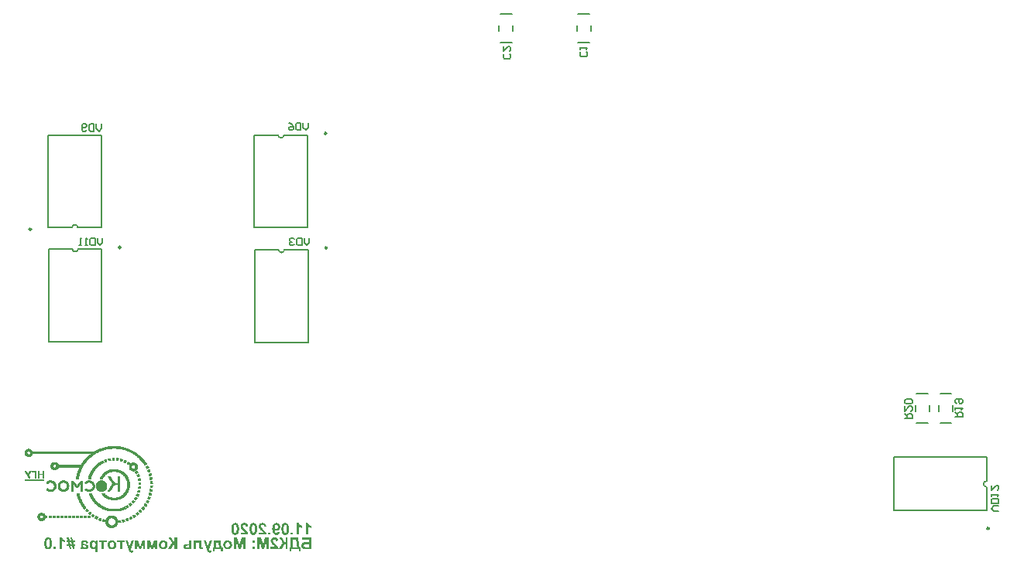
<source format=gbo>
G04*
G04 #@! TF.GenerationSoftware,Altium Limited,Altium Designer,20.1.11 (218)*
G04*
G04 Layer_Color=3707366*
%FSAX42Y42*%
%MOMM*%
G71*
G04*
G04 #@! TF.SameCoordinates,D071A55E-5AEF-410E-9220-4307AC36CE94*
G04*
G04*
G04 #@! TF.FilePolarity,Positive*
G04*
G01*
G75*
%ADD10C,0.20*%
%ADD11C,0.25*%
%ADD15C,0.03*%
%ADD16C,0.15*%
%ADD18C,0.16*%
G36*
X005901Y003170D02*
X005904Y003170D01*
X005907Y003169D01*
X005909Y003169D01*
X005912Y003168D01*
X005914Y003167D01*
X005916Y003166D01*
X005918Y003166D01*
X005920Y003165D01*
X005922Y003164D01*
X005923Y003163D01*
X005924Y003163D01*
X005925Y003162D01*
X005926Y003161D01*
X005926Y003161D01*
X005926Y003161D01*
X005928Y003159D01*
X005930Y003157D01*
X005932Y003155D01*
X005933Y003153D01*
X005935Y003150D01*
X005936Y003148D01*
X005937Y003146D01*
X005937Y003143D01*
X005938Y003141D01*
X005939Y003139D01*
X005939Y003137D01*
X005939Y003135D01*
X005940Y003134D01*
X005940Y003133D01*
X005940Y003133D01*
Y003133D01*
X005940Y003132D01*
Y003132D01*
Y003132D01*
X005916Y003130D01*
X005915Y003132D01*
X005915Y003133D01*
X005915Y003135D01*
X005914Y003137D01*
X005914Y003138D01*
X005914Y003139D01*
X005913Y003140D01*
X005913Y003141D01*
X005912Y003142D01*
X005912Y003143D01*
X005912Y003144D01*
X005911Y003144D01*
X005911Y003145D01*
X005911Y003145D01*
X005910Y003145D01*
X005910Y003145D01*
X005909Y003146D01*
X005909Y003147D01*
X005908Y003147D01*
X005907Y003148D01*
X005904Y003149D01*
X005903Y003149D01*
X005901Y003149D01*
X005900Y003150D01*
X005899D01*
X005899Y003150D01*
X005898D01*
X005897Y003150D01*
X005895Y003149D01*
X005893Y003149D01*
X005891Y003148D01*
X005889Y003147D01*
X005888Y003147D01*
X005888Y003147D01*
X005887Y003146D01*
X005887Y003146D01*
X005886Y003146D01*
X005886Y003145D01*
X005886Y003145D01*
X005886Y003145D01*
X005885Y003144D01*
X005884Y003143D01*
X005883Y003141D01*
X005883Y003139D01*
X005882Y003137D01*
X005882Y003135D01*
X005882Y003135D01*
Y003134D01*
X005881Y003133D01*
Y003133D01*
Y003133D01*
Y003133D01*
X005882Y003131D01*
X005882Y003130D01*
X005882Y003127D01*
X005883Y003125D01*
X005884Y003122D01*
X005885Y003121D01*
X005885Y003120D01*
X005885Y003120D01*
X005886Y003119D01*
X005886Y003118D01*
X005886Y003118D01*
X005886Y003118D01*
X005887Y003118D01*
X005887Y003116D01*
X005888Y003115D01*
X005890Y003114D01*
X005891Y003112D01*
X005893Y003110D01*
X005895Y003109D01*
X005898Y003105D01*
X005900Y003103D01*
X005901Y003102D01*
X005903Y003100D01*
X005904Y003099D01*
X005905Y003098D01*
X005906Y003097D01*
X005907Y003097D01*
X005907Y003097D01*
X005907Y003097D01*
X005911Y003093D01*
X005914Y003090D01*
X005917Y003087D01*
X005920Y003084D01*
X005922Y003081D01*
X005925Y003079D01*
X005927Y003076D01*
X005928Y003074D01*
X005930Y003072D01*
X005931Y003071D01*
X005932Y003069D01*
X005933Y003068D01*
X005934Y003067D01*
X005934Y003067D01*
X005934Y003066D01*
X005935Y003066D01*
X005936Y003064D01*
X005937Y003062D01*
X005938Y003059D01*
X005939Y003057D01*
X005940Y003055D01*
X005940Y003053D01*
X005941Y003051D01*
X005941Y003049D01*
X005942Y003048D01*
X005942Y003046D01*
X005942Y003045D01*
X005942Y003044D01*
X005943Y003043D01*
X005943Y003042D01*
X005943Y003042D01*
Y003042D01*
X005857D01*
Y003064D01*
X005906D01*
X005905Y003066D01*
X005904Y003067D01*
X005903Y003068D01*
X005902Y003069D01*
X005902Y003070D01*
X005901Y003071D01*
X005901Y003071D01*
X005901Y003071D01*
X005900Y003072D01*
X005899Y003073D01*
X005898Y003074D01*
X005897Y003075D01*
X005895Y003077D01*
X005892Y003079D01*
X005891Y003081D01*
X005890Y003082D01*
X005889Y003083D01*
X005888Y003083D01*
X005887Y003084D01*
X005886Y003085D01*
X005886Y003085D01*
X005886Y003085D01*
X005884Y003087D01*
X005882Y003089D01*
X005880Y003091D01*
X005878Y003092D01*
X005877Y003094D01*
X005876Y003095D01*
X005875Y003096D01*
X005874Y003097D01*
X005873Y003098D01*
X005872Y003099D01*
X005871Y003100D01*
X005871Y003101D01*
X005870Y003101D01*
X005870Y003101D01*
X005870Y003101D01*
X005870Y003102D01*
X005867Y003105D01*
X005865Y003108D01*
X005864Y003110D01*
X005863Y003112D01*
X005862Y003113D01*
X005862Y003114D01*
X005861Y003115D01*
X005861Y003116D01*
X005861Y003116D01*
X005860Y003117D01*
X005860Y003117D01*
X005860Y003118D01*
Y003118D01*
X005859Y003121D01*
X005858Y003124D01*
X005858Y003127D01*
X005857Y003129D01*
X005857Y003130D01*
X005857Y003131D01*
X005857Y003132D01*
X005857Y003133D01*
Y003133D01*
Y003134D01*
Y003134D01*
Y003134D01*
X005857Y003137D01*
X005857Y003140D01*
X005858Y003142D01*
X005859Y003145D01*
X005859Y003147D01*
X005860Y003149D01*
X005861Y003151D01*
X005862Y003153D01*
X005863Y003154D01*
X005864Y003156D01*
X005865Y003157D01*
X005866Y003158D01*
X005867Y003159D01*
X005867Y003159D01*
X005868Y003160D01*
X005868Y003160D01*
X005870Y003162D01*
X005872Y003163D01*
X005875Y003164D01*
X005877Y003166D01*
X005879Y003167D01*
X005882Y003168D01*
X005884Y003168D01*
X005887Y003169D01*
X005889Y003169D01*
X005891Y003169D01*
X005893Y003170D01*
X005894Y003170D01*
X005896Y003170D01*
X005897Y003170D01*
X005898D01*
X005901Y003170D01*
D02*
G37*
G36*
X005702Y003170D02*
X005705Y003170D01*
X005708Y003169D01*
X005711Y003169D01*
X005713Y003168D01*
X005715Y003167D01*
X005718Y003166D01*
X005720Y003166D01*
X005721Y003165D01*
X005723Y003164D01*
X005724Y003163D01*
X005726Y003163D01*
X005726Y003162D01*
X005727Y003161D01*
X005728Y003161D01*
X005728Y003161D01*
X005730Y003159D01*
X005731Y003157D01*
X005733Y003155D01*
X005735Y003153D01*
X005736Y003150D01*
X005737Y003148D01*
X005738Y003146D01*
X005739Y003143D01*
X005739Y003141D01*
X005740Y003139D01*
X005740Y003137D01*
X005741Y003135D01*
X005741Y003134D01*
X005741Y003133D01*
X005741Y003133D01*
Y003133D01*
X005741Y003132D01*
Y003132D01*
Y003132D01*
X005717Y003130D01*
X005717Y003132D01*
X005716Y003133D01*
X005716Y003135D01*
X005716Y003137D01*
X005715Y003138D01*
X005715Y003139D01*
X005714Y003140D01*
X005714Y003141D01*
X005713Y003142D01*
X005713Y003143D01*
X005713Y003144D01*
X005712Y003144D01*
X005712Y003145D01*
X005712Y003145D01*
X005712Y003145D01*
X005712Y003145D01*
X005711Y003146D01*
X005710Y003147D01*
X005709Y003147D01*
X005708Y003148D01*
X005706Y003149D01*
X005704Y003149D01*
X005702Y003149D01*
X005701Y003150D01*
X005701D01*
X005700Y003150D01*
X005699D01*
X005698Y003150D01*
X005697Y003149D01*
X005694Y003149D01*
X005692Y003148D01*
X005690Y003147D01*
X005690Y003147D01*
X005689Y003147D01*
X005688Y003146D01*
X005688Y003146D01*
X005688Y003146D01*
X005687Y003145D01*
X005687Y003145D01*
X005687Y003145D01*
X005686Y003144D01*
X005686Y003143D01*
X005685Y003141D01*
X005684Y003139D01*
X005683Y003137D01*
X005683Y003135D01*
X005683Y003135D01*
Y003134D01*
X005683Y003133D01*
Y003133D01*
Y003133D01*
Y003133D01*
X005683Y003131D01*
X005683Y003130D01*
X005684Y003127D01*
X005684Y003125D01*
X005685Y003122D01*
X005686Y003121D01*
X005686Y003120D01*
X005687Y003120D01*
X005687Y003119D01*
X005687Y003118D01*
X005688Y003118D01*
X005688Y003118D01*
X005688Y003118D01*
X005689Y003116D01*
X005690Y003115D01*
X005691Y003114D01*
X005693Y003112D01*
X005694Y003110D01*
X005696Y003109D01*
X005699Y003105D01*
X005701Y003103D01*
X005703Y003102D01*
X005704Y003100D01*
X005705Y003099D01*
X005707Y003098D01*
X005707Y003097D01*
X005708Y003097D01*
X005708Y003097D01*
X005708Y003097D01*
X005712Y003093D01*
X005715Y003090D01*
X005718Y003087D01*
X005721Y003084D01*
X005724Y003081D01*
X005726Y003079D01*
X005728Y003076D01*
X005730Y003074D01*
X005731Y003072D01*
X005732Y003071D01*
X005734Y003069D01*
X005734Y003068D01*
X005735Y003067D01*
X005735Y003067D01*
X005736Y003066D01*
X005736Y003066D01*
X005737Y003064D01*
X005738Y003062D01*
X005739Y003059D01*
X005740Y003057D01*
X005741Y003055D01*
X005741Y003053D01*
X005742Y003051D01*
X005742Y003049D01*
X005743Y003048D01*
X005743Y003046D01*
X005744Y003045D01*
X005744Y003044D01*
X005744Y003043D01*
X005744Y003042D01*
X005744Y003042D01*
Y003042D01*
X005658Y003042D01*
Y003064D01*
X005707Y003064D01*
X005706Y003066D01*
X005705Y003067D01*
X005704Y003068D01*
X005704Y003069D01*
X005703Y003070D01*
X005702Y003071D01*
X005702Y003071D01*
X005702Y003071D01*
X005701Y003072D01*
X005700Y003073D01*
X005699Y003074D01*
X005698Y003075D01*
X005696Y003077D01*
X005693Y003079D01*
X005692Y003081D01*
X005691Y003082D01*
X005690Y003083D01*
X005689Y003083D01*
X005688Y003084D01*
X005688Y003085D01*
X005687Y003085D01*
X005687Y003085D01*
X005685Y003087D01*
X005683Y003089D01*
X005681Y003091D01*
X005680Y003092D01*
X005678Y003094D01*
X005677Y003095D01*
X005676Y003096D01*
X005675Y003097D01*
X005674Y003098D01*
X005673Y003099D01*
X005672Y003100D01*
X005672Y003101D01*
X005671Y003101D01*
X005671Y003101D01*
X005671Y003101D01*
X005671Y003102D01*
X005669Y003105D01*
X005667Y003108D01*
X005665Y003110D01*
X005664Y003112D01*
X005664Y003113D01*
X005663Y003114D01*
X005663Y003115D01*
X005662Y003116D01*
X005662Y003116D01*
X005662Y003117D01*
X005661Y003117D01*
X005661Y003118D01*
Y003118D01*
X005660Y003121D01*
X005659Y003124D01*
X005659Y003127D01*
X005658Y003129D01*
X005658Y003130D01*
X005658Y003131D01*
X005658Y003132D01*
X005658Y003133D01*
Y003133D01*
Y003134D01*
Y003134D01*
Y003134D01*
X005658Y003137D01*
X005659Y003140D01*
X005659Y003142D01*
X005660Y003145D01*
X005661Y003147D01*
X005662Y003149D01*
X005663Y003151D01*
X005664Y003153D01*
X005665Y003154D01*
X005666Y003156D01*
X005666Y003157D01*
X005667Y003158D01*
X005668Y003159D01*
X005669Y003159D01*
X005669Y003160D01*
X005669Y003160D01*
X005671Y003162D01*
X005673Y003163D01*
X005676Y003164D01*
X005678Y003166D01*
X005681Y003167D01*
X005683Y003168D01*
X005686Y003168D01*
X005688Y003169D01*
X005690Y003169D01*
X005692Y003169D01*
X005694Y003170D01*
X005696Y003170D01*
X005697Y003170D01*
X005698Y003170D01*
X005699D01*
X005702Y003170D01*
D02*
G37*
G36*
X006395Y003168D02*
X006396Y003166D01*
X006397Y003164D01*
X006398Y003162D01*
X006399Y003160D01*
X006401Y003158D01*
X006402Y003157D01*
X006403Y003155D01*
X006404Y003154D01*
X006405Y003153D01*
X006406Y003152D01*
X006407Y003151D01*
X006408Y003150D01*
X006409Y003150D01*
X006409Y003150D01*
X006409Y003149D01*
X006411Y003148D01*
X006413Y003146D01*
X006415Y003145D01*
X006417Y003144D01*
X006419Y003143D01*
X006421Y003142D01*
X006422Y003141D01*
X006424Y003140D01*
X006425Y003140D01*
X006426Y003139D01*
X006427Y003139D01*
X006428Y003138D01*
X006429Y003138D01*
X006430Y003138D01*
X006430Y003138D01*
X006430D01*
Y003115D01*
X006427Y003117D01*
X006423Y003118D01*
X006420Y003119D01*
X006417Y003121D01*
X006415Y003122D01*
X006412Y003124D01*
X006410Y003125D01*
X006407Y003127D01*
X006405Y003128D01*
X006404Y003130D01*
X006402Y003131D01*
X006401Y003132D01*
X006400Y003133D01*
X006399Y003133D01*
X006398Y003134D01*
X006398Y003134D01*
Y003042D01*
X006374D01*
Y003170D01*
X006394D01*
X006395Y003168D01*
D02*
G37*
G36*
X006295D02*
X006296Y003166D01*
X006297Y003164D01*
X006299Y003162D01*
X006300Y003160D01*
X006301Y003158D01*
X006302Y003157D01*
X006304Y003155D01*
X006305Y003154D01*
X006306Y003153D01*
X006307Y003152D01*
X006308Y003151D01*
X006309Y003150D01*
X006309Y003150D01*
X006310Y003150D01*
X006310Y003149D01*
X006312Y003148D01*
X006314Y003146D01*
X006316Y003145D01*
X006318Y003144D01*
X006320Y003143D01*
X006321Y003142D01*
X006323Y003141D01*
X006324Y003140D01*
X006326Y003140D01*
X006327Y003139D01*
X006328Y003139D01*
X006329Y003138D01*
X006330Y003138D01*
X006330Y003138D01*
X006331Y003138D01*
X006331D01*
Y003115D01*
X006327Y003117D01*
X006324Y003118D01*
X006321Y003119D01*
X006318Y003121D01*
X006315Y003122D01*
X006313Y003124D01*
X006310Y003125D01*
X006308Y003127D01*
X006306Y003128D01*
X006304Y003130D01*
X006303Y003131D01*
X006301Y003132D01*
X006300Y003133D01*
X006300Y003133D01*
X006299Y003134D01*
X006299Y003134D01*
Y003042D01*
X006274D01*
Y003170D01*
X006294D01*
X006295Y003168D01*
D02*
G37*
G36*
X006053Y003170D02*
X006056Y003169D01*
X006059Y003169D01*
X006062Y003168D01*
X006064Y003167D01*
X006067Y003166D01*
X006069Y003165D01*
X006071Y003164D01*
X006073Y003163D01*
X006075Y003162D01*
X006076Y003161D01*
X006077Y003160D01*
X006078Y003159D01*
X006079Y003159D01*
X006079Y003158D01*
X006079Y003158D01*
X006081Y003156D01*
X006083Y003153D01*
X006084Y003151D01*
X006086Y003148D01*
X006087Y003145D01*
X006088Y003143D01*
X006089Y003140D01*
X006089Y003138D01*
X006090Y003136D01*
X006090Y003133D01*
X006090Y003132D01*
X006091Y003130D01*
X006091Y003129D01*
Y003128D01*
X006091Y003128D01*
Y003127D01*
Y003127D01*
Y003127D01*
Y003127D01*
X006091Y003123D01*
X006090Y003120D01*
X006090Y003117D01*
X006089Y003114D01*
X006088Y003111D01*
X006087Y003109D01*
X006086Y003107D01*
X006085Y003105D01*
X006084Y003103D01*
X006083Y003101D01*
X006082Y003100D01*
X006081Y003099D01*
X006081Y003098D01*
X006080Y003097D01*
X006080Y003096D01*
X006080Y003096D01*
X006078Y003094D01*
X006076Y003093D01*
X006073Y003091D01*
X006071Y003090D01*
X006069Y003089D01*
X006067Y003088D01*
X006065Y003087D01*
X006063Y003086D01*
X006061Y003086D01*
X006059Y003085D01*
X006057Y003085D01*
X006056Y003085D01*
X006055Y003085D01*
X006054Y003085D01*
X006054D01*
X006051Y003085D01*
X006049Y003085D01*
X006046Y003086D01*
X006044Y003087D01*
X006042Y003087D01*
X006040Y003088D01*
X006039Y003089D01*
X006037Y003090D01*
X006035Y003091D01*
X006034Y003092D01*
X006033Y003093D01*
X006032Y003094D01*
X006032Y003095D01*
X006031Y003095D01*
X006031Y003095D01*
X006031Y003096D01*
X006031Y003092D01*
X006031Y003088D01*
X006032Y003085D01*
X006032Y003082D01*
X006033Y003079D01*
X006033Y003077D01*
X006034Y003075D01*
X006035Y003073D01*
X006035Y003071D01*
X006036Y003070D01*
X006036Y003069D01*
X006037Y003068D01*
X006037Y003067D01*
X006037Y003067D01*
X006037Y003067D01*
X006037Y003067D01*
X006038Y003065D01*
X006039Y003064D01*
X006041Y003063D01*
X006042Y003063D01*
X006043Y003062D01*
X006044Y003061D01*
X006045Y003061D01*
X006046Y003060D01*
X006048Y003060D01*
X006048Y003060D01*
X006049Y003060D01*
X006050D01*
X006050Y003060D01*
X006050D01*
X006052Y003060D01*
X006054Y003060D01*
X006056Y003061D01*
X006057Y003061D01*
X006059Y003062D01*
X006059Y003062D01*
X006060Y003063D01*
X006060Y003063D01*
X006061Y003065D01*
X006062Y003066D01*
X006063Y003068D01*
X006064Y003070D01*
X006064Y003071D01*
X006064Y003072D01*
X006064Y003073D01*
X006064Y003073D01*
X006065Y003074D01*
Y003074D01*
Y003074D01*
X006088Y003071D01*
X006088Y003068D01*
X006087Y003066D01*
X006086Y003063D01*
X006085Y003061D01*
X006084Y003059D01*
X006083Y003057D01*
X006082Y003055D01*
X006081Y003053D01*
X006080Y003052D01*
X006079Y003051D01*
X006079Y003050D01*
X006078Y003049D01*
X006077Y003048D01*
X006077Y003048D01*
X006077Y003047D01*
X006076Y003047D01*
X006075Y003046D01*
X006073Y003045D01*
X006071Y003044D01*
X006069Y003043D01*
X006067Y003042D01*
X006065Y003041D01*
X006063Y003041D01*
X006061Y003040D01*
X006059Y003040D01*
X006057Y003040D01*
X006056Y003040D01*
X006055Y003039D01*
X006054D01*
X006053Y003039D01*
X006052D01*
X006048Y003039D01*
X006045Y003040D01*
X006041Y003041D01*
X006038Y003042D01*
X006035Y003043D01*
X006032Y003044D01*
X006030Y003046D01*
X006027Y003047D01*
X006025Y003049D01*
X006023Y003050D01*
X006022Y003051D01*
X006021Y003052D01*
X006020Y003053D01*
X006019Y003054D01*
X006018Y003055D01*
X006018Y003055D01*
X006017Y003056D01*
X006016Y003058D01*
X006015Y003060D01*
X006014Y003061D01*
X006012Y003065D01*
X006011Y003069D01*
X006010Y003073D01*
X006008Y003078D01*
X006008Y003082D01*
X006007Y003086D01*
X006006Y003090D01*
X006006Y003093D01*
X006006Y003095D01*
X006006Y003097D01*
X006006Y003098D01*
X006005Y003100D01*
X006005Y003101D01*
Y003102D01*
Y003103D01*
X006005Y003104D01*
Y003105D01*
Y003105D01*
Y003105D01*
Y003105D01*
Y003109D01*
X006005Y003112D01*
X006006Y003115D01*
X006006Y003117D01*
X006006Y003120D01*
X006006Y003123D01*
X006007Y003125D01*
X006007Y003128D01*
X006008Y003130D01*
X006008Y003132D01*
X006009Y003134D01*
X006009Y003136D01*
X006010Y003138D01*
X006010Y003140D01*
X006011Y003142D01*
X006011Y003143D01*
X006012Y003145D01*
X006013Y003146D01*
X006013Y003147D01*
X006014Y003148D01*
X006014Y003149D01*
X006015Y003150D01*
X006015Y003151D01*
X006016Y003152D01*
X006016Y003153D01*
X006017Y003153D01*
X006017Y003154D01*
X006017Y003154D01*
X006018Y003155D01*
X006018Y003155D01*
X006020Y003158D01*
X006023Y003160D01*
X006025Y003162D01*
X006028Y003164D01*
X006031Y003165D01*
X006033Y003166D01*
X006036Y003167D01*
X006038Y003168D01*
X006041Y003169D01*
X006043Y003169D01*
X006045Y003170D01*
X006046Y003170D01*
X006048Y003170D01*
X006048D01*
X006049Y003170D01*
X006050D01*
X006053Y003170D01*
D02*
G37*
G36*
X006233Y003042D02*
X006208D01*
Y003066D01*
X006233D01*
Y003042D01*
D02*
G37*
G36*
X005984D02*
X005960D01*
Y003066D01*
X005984D01*
Y003042D01*
D02*
G37*
G36*
X006150Y003170D02*
X006153Y003169D01*
X006156Y003169D01*
X006159Y003168D01*
X006162Y003167D01*
X006164Y003166D01*
X006166Y003165D01*
X006168Y003163D01*
X006170Y003162D01*
X006171Y003161D01*
X006173Y003160D01*
X006174Y003159D01*
X006175Y003158D01*
X006175Y003157D01*
X006176Y003157D01*
X006176Y003157D01*
X006177Y003155D01*
X006178Y003154D01*
X006179Y003152D01*
X006180Y003150D01*
X006182Y003146D01*
X006183Y003142D01*
X006184Y003138D01*
X006185Y003133D01*
X006186Y003129D01*
X006187Y003125D01*
X006187Y003121D01*
X006188Y003117D01*
X006188Y003115D01*
X006188Y003114D01*
X006188Y003112D01*
X006188Y003111D01*
X006188Y003109D01*
Y003108D01*
Y003107D01*
X006188Y003106D01*
Y003106D01*
Y003105D01*
Y003105D01*
Y003105D01*
Y003101D01*
X006188Y003098D01*
X006188Y003095D01*
X006188Y003092D01*
X006187Y003089D01*
X006187Y003086D01*
X006187Y003084D01*
X006186Y003081D01*
X006186Y003079D01*
X006186Y003077D01*
X006185Y003074D01*
X006185Y003072D01*
X006184Y003071D01*
X006184Y003069D01*
X006183Y003067D01*
X006182Y003065D01*
X006182Y003064D01*
X006181Y003063D01*
X006181Y003061D01*
X006180Y003060D01*
X006180Y003059D01*
X006179Y003058D01*
X006179Y003057D01*
X006179Y003056D01*
X006178Y003056D01*
X006178Y003055D01*
X006178Y003055D01*
X006177Y003054D01*
X006177Y003054D01*
X006177Y003054D01*
X006175Y003051D01*
X006172Y003049D01*
X006170Y003047D01*
X006167Y003045D01*
X006165Y003044D01*
X006162Y003043D01*
X006160Y003042D01*
X006157Y003041D01*
X006155Y003041D01*
X006153Y003040D01*
X006151Y003040D01*
X006150Y003040D01*
X006148Y003039D01*
X006148Y003039D01*
X006147D01*
X006143Y003040D01*
X006140Y003040D01*
X006137Y003041D01*
X006134Y003041D01*
X006132Y003042D01*
X006129Y003044D01*
X006127Y003045D01*
X006125Y003046D01*
X006124Y003047D01*
X006122Y003048D01*
X006121Y003049D01*
X006120Y003050D01*
X006119Y003051D01*
X006118Y003052D01*
X006118Y003052D01*
X006118Y003052D01*
X006117Y003054D01*
X006115Y003056D01*
X006114Y003057D01*
X006114Y003059D01*
X006112Y003063D01*
X006110Y003067D01*
X006109Y003072D01*
X006108Y003076D01*
X006107Y003080D01*
X006107Y003084D01*
X006106Y003089D01*
X006106Y003092D01*
X006106Y003094D01*
X006105Y003096D01*
X006105Y003097D01*
X006105Y003099D01*
X006105Y003100D01*
Y003101D01*
X006105Y003102D01*
Y003103D01*
Y003104D01*
Y003104D01*
Y003105D01*
Y003105D01*
Y003108D01*
X006105Y003111D01*
X006105Y003114D01*
X006106Y003117D01*
X006106Y003120D01*
X006106Y003123D01*
X006107Y003126D01*
X006107Y003128D01*
X006108Y003131D01*
X006108Y003133D01*
X006109Y003135D01*
X006109Y003137D01*
X006110Y003139D01*
X006110Y003141D01*
X006111Y003143D01*
X006111Y003144D01*
X006112Y003146D01*
X006113Y003147D01*
X006113Y003149D01*
X006114Y003150D01*
X006114Y003151D01*
X006115Y003152D01*
X006115Y003153D01*
X006116Y003154D01*
X006116Y003154D01*
X006116Y003155D01*
X006117Y003155D01*
X006117Y003156D01*
X006117Y003156D01*
X006117Y003157D01*
X006118Y003157D01*
X006120Y003159D01*
X006122Y003161D01*
X006124Y003163D01*
X006127Y003164D01*
X006129Y003166D01*
X006131Y003167D01*
X006134Y003168D01*
X006136Y003168D01*
X006138Y003169D01*
X006140Y003169D01*
X006142Y003170D01*
X006144Y003170D01*
X006145Y003170D01*
X006146Y003170D01*
X006147D01*
X006150Y003170D01*
D02*
G37*
G36*
X005802D02*
X005805Y003169D01*
X005809Y003169D01*
X005811Y003168D01*
X005814Y003167D01*
X005816Y003166D01*
X005818Y003165D01*
X005820Y003163D01*
X005822Y003162D01*
X005824Y003161D01*
X005825Y003160D01*
X005826Y003159D01*
X005827Y003158D01*
X005827Y003157D01*
X005828Y003157D01*
X005828Y003157D01*
X005829Y003155D01*
X005830Y003154D01*
X005831Y003152D01*
X005832Y003150D01*
X005834Y003146D01*
X005835Y003142D01*
X005836Y003138D01*
X005837Y003133D01*
X005838Y003129D01*
X005839Y003125D01*
X005839Y003121D01*
X005840Y003117D01*
X005840Y003115D01*
X005840Y003114D01*
X005840Y003112D01*
X005840Y003111D01*
X005840Y003109D01*
Y003108D01*
Y003107D01*
X005840Y003106D01*
Y003106D01*
Y003105D01*
Y003105D01*
Y003105D01*
Y003101D01*
X005840Y003098D01*
X005840Y003095D01*
X005840Y003092D01*
X005840Y003089D01*
X005839Y003086D01*
X005839Y003084D01*
X005839Y003081D01*
X005838Y003079D01*
X005838Y003077D01*
X005837Y003074D01*
X005837Y003072D01*
X005836Y003071D01*
X005836Y003069D01*
X005835Y003067D01*
X005835Y003065D01*
X005834Y003064D01*
X005834Y003063D01*
X005833Y003061D01*
X005833Y003060D01*
X005832Y003059D01*
X005832Y003058D01*
X005831Y003057D01*
X005831Y003056D01*
X005830Y003056D01*
X005830Y003055D01*
X005830Y003055D01*
X005829Y003054D01*
X005829Y003054D01*
X005829Y003054D01*
X005827Y003051D01*
X005824Y003049D01*
X005822Y003047D01*
X005820Y003045D01*
X005817Y003044D01*
X005814Y003043D01*
X005812Y003042D01*
X005810Y003041D01*
X005807Y003041D01*
X005805Y003040D01*
X005804Y003040D01*
X005802Y003040D01*
X005801Y003039D01*
X005800Y003039D01*
X005799D01*
X005795Y003040D01*
X005792Y003040D01*
X005789Y003041D01*
X005787Y003041D01*
X005784Y003042D01*
X005782Y003044D01*
X005779Y003045D01*
X005777Y003046D01*
X005776Y003047D01*
X005774Y003048D01*
X005773Y003049D01*
X005772Y003050D01*
X005771Y003051D01*
X005770Y003052D01*
X005770Y003052D01*
X005770Y003052D01*
X005769Y003054D01*
X005768Y003056D01*
X005767Y003057D01*
X005766Y003059D01*
X005764Y003063D01*
X005763Y003067D01*
X005761Y003072D01*
X005760Y003076D01*
X005760Y003080D01*
X005759Y003084D01*
X005758Y003089D01*
X005758Y003092D01*
X005758Y003094D01*
X005758Y003096D01*
X005758Y003097D01*
X005757Y003099D01*
X005757Y003100D01*
Y003101D01*
X005757Y003102D01*
Y003103D01*
Y003104D01*
Y003104D01*
Y003105D01*
Y003105D01*
Y003108D01*
X005757Y003111D01*
X005758Y003114D01*
X005758Y003117D01*
X005758Y003120D01*
X005758Y003123D01*
X005759Y003126D01*
X005759Y003128D01*
X005760Y003131D01*
X005760Y003133D01*
X005761Y003135D01*
X005761Y003137D01*
X005762Y003139D01*
X005762Y003141D01*
X005763Y003143D01*
X005764Y003144D01*
X005764Y003146D01*
X005765Y003147D01*
X005765Y003149D01*
X005766Y003150D01*
X005766Y003151D01*
X005767Y003152D01*
X005767Y003153D01*
X005768Y003154D01*
X005768Y003154D01*
X005769Y003155D01*
X005769Y003155D01*
X005769Y003156D01*
X005770Y003156D01*
X005770Y003157D01*
X005770Y003157D01*
X005772Y003159D01*
X005774Y003161D01*
X005776Y003163D01*
X005779Y003164D01*
X005781Y003166D01*
X005784Y003167D01*
X005786Y003168D01*
X005788Y003168D01*
X005790Y003169D01*
X005792Y003169D01*
X005794Y003170D01*
X005796Y003170D01*
X005797Y003170D01*
X005798Y003170D01*
X005799D01*
X005802Y003170D01*
D02*
G37*
G36*
X005604Y003170D02*
X005607Y003169D01*
X005610Y003169D01*
X005613Y003168D01*
X005615Y003167D01*
X005617Y003166D01*
X005620Y003165D01*
X005622Y003163D01*
X005623Y003162D01*
X005625Y003161D01*
X005626Y003160D01*
X005627Y003159D01*
X005628Y003158D01*
X005629Y003157D01*
X005629Y003157D01*
X005629Y003157D01*
X005630Y003155D01*
X005631Y003154D01*
X005632Y003152D01*
X005633Y003150D01*
X005635Y003146D01*
X005636Y003142D01*
X005638Y003138D01*
X005639Y003133D01*
X005639Y003129D01*
X005640Y003125D01*
X005641Y003121D01*
X005641Y003117D01*
X005641Y003115D01*
X005641Y003114D01*
X005641Y003112D01*
X005641Y003111D01*
X005642Y003109D01*
Y003108D01*
Y003107D01*
X005642Y003106D01*
Y003106D01*
Y003105D01*
Y003105D01*
Y003105D01*
Y003101D01*
X005642Y003098D01*
X005641Y003095D01*
X005641Y003092D01*
X005641Y003089D01*
X005641Y003086D01*
X005640Y003084D01*
X005640Y003081D01*
X005639Y003079D01*
X005639Y003077D01*
X005638Y003074D01*
X005638Y003072D01*
X005638Y003071D01*
X005637Y003069D01*
X005636Y003067D01*
X005636Y003065D01*
X005635Y003064D01*
X005635Y003063D01*
X005634Y003061D01*
X005634Y003060D01*
X005633Y003059D01*
X005633Y003058D01*
X005632Y003057D01*
X005632Y003056D01*
X005632Y003056D01*
X005631Y003055D01*
X005631Y003055D01*
X005631Y003054D01*
X005630Y003054D01*
X005630Y003054D01*
X005628Y003051D01*
X005626Y003049D01*
X005623Y003047D01*
X005621Y003045D01*
X005618Y003044D01*
X005616Y003043D01*
X005613Y003042D01*
X005611Y003041D01*
X005609Y003041D01*
X005607Y003040D01*
X005605Y003040D01*
X005603Y003040D01*
X005602Y003039D01*
X005601Y003039D01*
X005600D01*
X005597Y003040D01*
X005594Y003040D01*
X005590Y003041D01*
X005588Y003041D01*
X005585Y003042D01*
X005583Y003044D01*
X005581Y003045D01*
X005579Y003046D01*
X005577Y003047D01*
X005575Y003048D01*
X005574Y003049D01*
X005573Y003050D01*
X005572Y003051D01*
X005572Y003052D01*
X005571Y003052D01*
X005571Y003052D01*
X005570Y003054D01*
X005569Y003056D01*
X005568Y003057D01*
X005567Y003059D01*
X005565Y003063D01*
X005564Y003067D01*
X005563Y003072D01*
X005562Y003076D01*
X005561Y003080D01*
X005560Y003084D01*
X005560Y003089D01*
X005559Y003092D01*
X005559Y003094D01*
X005559Y003096D01*
X005559Y003097D01*
X005559Y003099D01*
X005559Y003100D01*
Y003101D01*
X005559Y003102D01*
Y003103D01*
Y003104D01*
Y003104D01*
Y003105D01*
Y003105D01*
Y003108D01*
X005559Y003111D01*
X005559Y003114D01*
X005559Y003117D01*
X005559Y003120D01*
X005560Y003123D01*
X005560Y003126D01*
X005560Y003128D01*
X005561Y003131D01*
X005561Y003133D01*
X005562Y003135D01*
X005562Y003137D01*
X005563Y003139D01*
X005564Y003141D01*
X005564Y003143D01*
X005565Y003144D01*
X005565Y003146D01*
X005566Y003147D01*
X005567Y003149D01*
X005567Y003150D01*
X005568Y003151D01*
X005568Y003152D01*
X005569Y003153D01*
X005569Y003154D01*
X005570Y003154D01*
X005570Y003155D01*
X005570Y003155D01*
X005571Y003156D01*
X005571Y003156D01*
X005571Y003157D01*
X005571Y003157D01*
X005573Y003159D01*
X005575Y003161D01*
X005578Y003163D01*
X005580Y003164D01*
X005582Y003166D01*
X005585Y003167D01*
X005587Y003168D01*
X005589Y003168D01*
X005592Y003169D01*
X005594Y003169D01*
X005595Y003170D01*
X005597Y003170D01*
X005598Y003170D01*
X005599Y003170D01*
X005600D01*
X005604Y003170D01*
D02*
G37*
G36*
X003826Y002980D02*
X003851D01*
Y002960D01*
X003830D01*
X003835Y002935D01*
X003851D01*
Y002915D01*
X003839D01*
X003846Y002881D01*
X003826D01*
X003820Y002915D01*
X003800D01*
X003807Y002881D01*
X003787D01*
X003780Y002915D01*
X003755D01*
Y002935D01*
X003777D01*
X003771Y002960D01*
X003755D01*
Y002980D01*
X003767D01*
X003761Y003014D01*
X003781D01*
X003787Y002980D01*
X003806D01*
X003800Y003014D01*
X003819D01*
X003826Y002980D01*
D02*
G37*
G36*
X006032Y003012D02*
X006035Y003012D01*
X006038Y003011D01*
X006041Y003011D01*
X006043Y003010D01*
X006046Y003009D01*
X006048Y003008D01*
X006050Y003008D01*
X006052Y003007D01*
X006053Y003006D01*
X006055Y003005D01*
X006056Y003005D01*
X006057Y003004D01*
X006057Y003004D01*
X006058Y003003D01*
X006058Y003003D01*
X006060Y003001D01*
X006062Y002999D01*
X006063Y002997D01*
X006065Y002995D01*
X006066Y002993D01*
X006067Y002990D01*
X006068Y002988D01*
X006069Y002985D01*
X006070Y002983D01*
X006070Y002981D01*
X006071Y002979D01*
X006071Y002977D01*
X006071Y002976D01*
X006071Y002975D01*
X006071Y002975D01*
Y002975D01*
X006071Y002974D01*
Y002974D01*
Y002974D01*
X006047Y002972D01*
X006047Y002974D01*
X006047Y002975D01*
X006046Y002977D01*
X006046Y002979D01*
X006045Y002980D01*
X006045Y002981D01*
X006045Y002982D01*
X006044Y002983D01*
X006044Y002984D01*
X006043Y002985D01*
X006043Y002986D01*
X006043Y002986D01*
X006042Y002987D01*
X006042Y002987D01*
X006042Y002987D01*
X006042Y002987D01*
X006041Y002988D01*
X006040Y002989D01*
X006039Y002989D01*
X006038Y002990D01*
X006036Y002991D01*
X006034Y002991D01*
X006032Y002991D01*
X006031Y002992D01*
X006031D01*
X006030Y002992D01*
X006029D01*
X006028Y002992D01*
X006027Y002991D01*
X006024Y002991D01*
X006022Y002990D01*
X006020Y002989D01*
X006020Y002989D01*
X006019Y002989D01*
X006019Y002988D01*
X006018Y002988D01*
X006018Y002988D01*
X006017Y002987D01*
X006017Y002987D01*
X006017Y002987D01*
X006017Y002986D01*
X006016Y002985D01*
X006015Y002983D01*
X006014Y002981D01*
X006013Y002979D01*
X006013Y002977D01*
X006013Y002977D01*
Y002976D01*
X006013Y002975D01*
Y002975D01*
Y002975D01*
Y002975D01*
X006013Y002973D01*
X006013Y002972D01*
X006014Y002969D01*
X006014Y002967D01*
X006015Y002964D01*
X006016Y002963D01*
X006016Y002962D01*
X006017Y002962D01*
X006017Y002961D01*
X006017Y002960D01*
X006018Y002960D01*
X006018Y002960D01*
X006018Y002960D01*
X006019Y002958D01*
X006020Y002957D01*
X006021Y002956D01*
X006023Y002954D01*
X006024Y002952D01*
X006026Y002951D01*
X006029Y002947D01*
X006031Y002945D01*
X006033Y002944D01*
X006034Y002942D01*
X006036Y002941D01*
X006037Y002940D01*
X006038Y002939D01*
X006038Y002939D01*
X006038Y002939D01*
X006038Y002939D01*
X006042Y002935D01*
X006045Y002932D01*
X006048Y002929D01*
X006051Y002926D01*
X006054Y002923D01*
X006056Y002921D01*
X006058Y002918D01*
X006060Y002916D01*
X006061Y002914D01*
X006063Y002913D01*
X006064Y002911D01*
X006065Y002910D01*
X006065Y002909D01*
X006066Y002909D01*
X006066Y002908D01*
X006066Y002908D01*
X006067Y002906D01*
X006068Y002904D01*
X006069Y002901D01*
X006070Y002899D01*
X006071Y002897D01*
X006072Y002895D01*
X006072Y002893D01*
X006073Y002891D01*
X006073Y002890D01*
X006073Y002888D01*
X006074Y002887D01*
X006074Y002886D01*
X006074Y002885D01*
X006074Y002884D01*
X006074Y002884D01*
Y002884D01*
X005988D01*
Y002906D01*
X006037D01*
X006036Y002908D01*
X006035Y002909D01*
X006035Y002910D01*
X006034Y002911D01*
X006033Y002912D01*
X006033Y002913D01*
X006032Y002913D01*
X006032Y002913D01*
X006031Y002914D01*
X006030Y002915D01*
X006030Y002916D01*
X006028Y002917D01*
X006026Y002919D01*
X006023Y002921D01*
X006022Y002923D01*
X006021Y002924D01*
X006020Y002925D01*
X006019Y002925D01*
X006018Y002926D01*
X006018Y002927D01*
X006017Y002927D01*
X006017Y002927D01*
X006015Y002929D01*
X006013Y002931D01*
X006011Y002933D01*
X006010Y002934D01*
X006008Y002936D01*
X006007Y002937D01*
X006006Y002938D01*
X006005Y002939D01*
X006004Y002940D01*
X006003Y002941D01*
X006003Y002942D01*
X006002Y002943D01*
X006002Y002943D01*
X006001Y002943D01*
X006001Y002944D01*
X006001Y002944D01*
X005999Y002947D01*
X005997Y002950D01*
X005995Y002952D01*
X005994Y002954D01*
X005994Y002955D01*
X005993Y002956D01*
X005993Y002957D01*
X005992Y002958D01*
X005992Y002958D01*
X005992Y002959D01*
X005992Y002959D01*
X005991Y002960D01*
Y002960D01*
X005990Y002963D01*
X005990Y002966D01*
X005989Y002969D01*
X005989Y002971D01*
X005989Y002972D01*
X005988Y002973D01*
X005988Y002974D01*
X005988Y002975D01*
Y002975D01*
Y002976D01*
Y002976D01*
Y002976D01*
X005988Y002979D01*
X005989Y002982D01*
X005989Y002984D01*
X005990Y002987D01*
X005991Y002989D01*
X005992Y002991D01*
X005993Y002993D01*
X005994Y002995D01*
X005995Y002996D01*
X005996Y002998D01*
X005997Y002999D01*
X005997Y003000D01*
X005998Y003001D01*
X005999Y003001D01*
X005999Y003002D01*
X005999Y003002D01*
X006001Y003004D01*
X006004Y003005D01*
X006006Y003006D01*
X006008Y003008D01*
X006011Y003009D01*
X006013Y003010D01*
X006016Y003010D01*
X006018Y003011D01*
X006020Y003011D01*
X006022Y003011D01*
X006024Y003012D01*
X006026Y003012D01*
X006027Y003012D01*
X006028Y003012D01*
X006029D01*
X006032Y003012D01*
D02*
G37*
G36*
X003704Y003010D02*
X003705Y003008D01*
X003706Y003006D01*
X003707Y003004D01*
X003708Y003002D01*
X003710Y003000D01*
X003711Y002999D01*
X003712Y002997D01*
X003713Y002996D01*
X003715Y002995D01*
X003716Y002994D01*
X003717Y002993D01*
X003717Y002992D01*
X003718Y002992D01*
X003718Y002992D01*
X003718Y002991D01*
X003720Y002990D01*
X003723Y002988D01*
X003724Y002987D01*
X003726Y002986D01*
X003728Y002985D01*
X003730Y002984D01*
X003731Y002983D01*
X003733Y002982D01*
X003734Y002982D01*
X003736Y002981D01*
X003737Y002981D01*
X003737Y002980D01*
X003738Y002980D01*
X003739Y002980D01*
X003739Y002980D01*
X003739D01*
Y002957D01*
X003736Y002959D01*
X003733Y002960D01*
X003729Y002961D01*
X003726Y002963D01*
X003724Y002964D01*
X003721Y002966D01*
X003719Y002967D01*
X003717Y002969D01*
X003714Y002970D01*
X003713Y002972D01*
X003711Y002973D01*
X003710Y002974D01*
X003709Y002975D01*
X003708Y002975D01*
X003708Y002976D01*
X003707Y002976D01*
Y002884D01*
X003683D01*
Y003012D01*
X003703D01*
X003704Y003010D01*
D02*
G37*
G36*
X005813Y002952D02*
X005788D01*
Y002976D01*
X005813D01*
Y002952D01*
D02*
G37*
G36*
X003956Y002978D02*
X003959Y002978D01*
X003962Y002978D01*
X003965Y002977D01*
X003967Y002977D01*
X003969Y002976D01*
X003971Y002976D01*
X003973Y002975D01*
X003975Y002974D01*
X003976Y002974D01*
X003977Y002973D01*
X003978Y002973D01*
X003979Y002972D01*
X003980Y002972D01*
X003980Y002972D01*
X003980Y002972D01*
X003982Y002970D01*
X003983Y002969D01*
X003985Y002968D01*
X003986Y002966D01*
X003987Y002964D01*
X003988Y002963D01*
X003989Y002961D01*
X003990Y002959D01*
X003991Y002958D01*
X003991Y002957D01*
X003992Y002955D01*
X003992Y002954D01*
X003992Y002953D01*
X003993Y002952D01*
X003993Y002952D01*
X003993Y002952D01*
X003971Y002948D01*
X003970Y002950D01*
X003969Y002952D01*
X003968Y002954D01*
X003967Y002955D01*
X003966Y002956D01*
X003965Y002957D01*
X003965Y002957D01*
X003965Y002957D01*
X003963Y002958D01*
X003962Y002958D01*
X003960Y002959D01*
X003958Y002959D01*
X003957Y002959D01*
X003956D01*
X003956Y002960D01*
X003953D01*
X003951Y002959D01*
X003950Y002959D01*
X003948Y002959D01*
X003947Y002959D01*
X003946Y002959D01*
X003945Y002958D01*
X003944Y002958D01*
X003943Y002958D01*
X003943Y002957D01*
X003942Y002957D01*
X003942Y002957D01*
X003942Y002957D01*
X003941Y002957D01*
X003941Y002957D01*
X003941Y002956D01*
X003940Y002955D01*
X003939Y002954D01*
X003939Y002952D01*
X003938Y002950D01*
X003938Y002949D01*
X003938Y002948D01*
Y002948D01*
X003938Y002947D01*
Y002947D01*
Y002947D01*
Y002946D01*
Y002944D01*
X003939Y002944D01*
X003941Y002943D01*
X003942Y002942D01*
X003944Y002942D01*
X003948Y002941D01*
X003952Y002940D01*
X003954Y002940D01*
X003956Y002939D01*
X003957Y002939D01*
X003959Y002939D01*
X003960Y002938D01*
X003961Y002938D01*
X003961Y002938D01*
X003962D01*
X003964Y002937D01*
X003966Y002937D01*
X003968Y002937D01*
X003970Y002936D01*
X003972Y002936D01*
X003973Y002935D01*
X003975Y002935D01*
X003976Y002934D01*
X003977Y002934D01*
X003978Y002933D01*
X003979Y002933D01*
X003980Y002933D01*
X003980Y002933D01*
X003981Y002932D01*
X003981Y002932D01*
X003981D01*
X003984Y002931D01*
X003986Y002929D01*
X003987Y002928D01*
X003989Y002926D01*
X003990Y002925D01*
X003991Y002924D01*
X003991Y002923D01*
X003991Y002923D01*
X003992Y002923D01*
X003992Y002923D01*
X003993Y002920D01*
X003994Y002918D01*
X003994Y002916D01*
X003995Y002914D01*
X003995Y002913D01*
X003995Y002912D01*
X003995Y002911D01*
Y002910D01*
X003995Y002910D01*
Y002909D01*
Y002909D01*
Y002909D01*
X003995Y002907D01*
X003995Y002905D01*
X003995Y002903D01*
X003994Y002901D01*
X003993Y002899D01*
X003993Y002897D01*
X003992Y002896D01*
X003991Y002895D01*
X003990Y002893D01*
X003990Y002892D01*
X003989Y002891D01*
X003988Y002891D01*
X003988Y002890D01*
X003987Y002890D01*
X003987Y002889D01*
X003987Y002889D01*
X003986Y002888D01*
X003984Y002887D01*
X003982Y002886D01*
X003980Y002885D01*
X003978Y002884D01*
X003976Y002883D01*
X003975Y002883D01*
X003973Y002882D01*
X003971Y002882D01*
X003970Y002882D01*
X003968Y002882D01*
X003967Y002882D01*
X003966D01*
X003965Y002881D01*
X003965D01*
X003962Y002882D01*
X003959Y002882D01*
X003956Y002882D01*
X003955Y002883D01*
X003954Y002883D01*
X003953Y002883D01*
X003952Y002884D01*
X003951Y002884D01*
X003951Y002884D01*
X003950Y002884D01*
X003950Y002884D01*
X003949Y002885D01*
X003949D01*
X003947Y002886D01*
X003944Y002887D01*
X003942Y002889D01*
X003940Y002890D01*
X003939Y002891D01*
X003938Y002892D01*
X003937Y002892D01*
X003937Y002893D01*
X003936Y002893D01*
X003936Y002893D01*
X003936Y002894D01*
X003936Y002894D01*
X003936Y002893D01*
X003936Y002893D01*
X003935Y002892D01*
X003935Y002892D01*
X003935Y002891D01*
X003935Y002891D01*
Y002891D01*
X003935Y002889D01*
X003934Y002888D01*
X003934Y002886D01*
X003933Y002885D01*
X003933Y002885D01*
X003933Y002884D01*
X003933Y002884D01*
Y002884D01*
X003908D01*
X003909Y002886D01*
X003910Y002888D01*
X003911Y002890D01*
X003912Y002892D01*
X003912Y002894D01*
X003912Y002894D01*
X003913Y002895D01*
X003913Y002895D01*
Y002896D01*
X003913Y002896D01*
Y002896D01*
X003913Y002897D01*
X003913Y002898D01*
X003913Y002900D01*
X003913Y002901D01*
X003914Y002904D01*
X003914Y002907D01*
X003914Y002909D01*
Y002910D01*
X003914Y002911D01*
Y002912D01*
Y002913D01*
Y002913D01*
Y002914D01*
Y002914D01*
X003914Y002943D01*
Y002945D01*
X003914Y002948D01*
X003914Y002951D01*
X003914Y002953D01*
X003914Y002955D01*
X003915Y002957D01*
X003915Y002958D01*
X003915Y002960D01*
X003915Y002961D01*
X003916Y002962D01*
X003916Y002963D01*
X003916Y002963D01*
X003917Y002964D01*
X003917Y002964D01*
X003917Y002964D01*
Y002965D01*
X003918Y002966D01*
X003918Y002967D01*
X003920Y002969D01*
X003922Y002970D01*
X003924Y002972D01*
X003925Y002973D01*
X003926Y002973D01*
X003927Y002974D01*
X003927Y002974D01*
X003928Y002974D01*
X003928Y002974D01*
X003928D01*
X003930Y002975D01*
X003931Y002976D01*
X003933Y002976D01*
X003935Y002977D01*
X003939Y002977D01*
X003941Y002978D01*
X003943Y002978D01*
X003945Y002978D01*
X003947Y002978D01*
X003949Y002978D01*
X003950D01*
X003951Y002978D01*
X003953D01*
X003956Y002978D01*
D02*
G37*
G36*
X005967Y002884D02*
X005943D01*
Y002984D01*
X005917Y002884D01*
X005893D01*
X005867Y002984D01*
X005867Y002884D01*
X005843D01*
Y003012D01*
X005882D01*
X005905Y002924D01*
X005928Y003012D01*
X005967D01*
Y002884D01*
D02*
G37*
G36*
X005709D02*
X005685Y002884D01*
Y002984D01*
X005659Y002884D01*
X005635D01*
X005609Y002984D01*
X005609Y002884D01*
X005585D01*
Y003012D01*
X005624D01*
X005647Y002924D01*
X005670Y003012D01*
X005709Y003012D01*
Y002884D01*
D02*
G37*
G36*
X004746Y002884D02*
X004725D01*
Y002945D01*
X004703Y002884D01*
X004682D01*
X004660Y002945D01*
Y002884D01*
X004639D01*
Y002976D01*
X004669D01*
X004692Y002912D01*
X004715Y002976D01*
X004746D01*
Y002884D01*
D02*
G37*
G36*
X004613D02*
X004592D01*
Y002945D01*
X004571Y002884D01*
X004550D01*
X004527Y002945D01*
Y002884D01*
X004506D01*
Y002976D01*
X004537D01*
X004560Y002912D01*
X004583Y002976D01*
X004613D01*
Y002884D01*
D02*
G37*
G36*
X005313Y002883D02*
X005314Y002881D01*
X005315Y002878D01*
X005316Y002876D01*
X005317Y002874D01*
X005318Y002873D01*
X005318Y002873D01*
X005319Y002872D01*
X005319Y002871D01*
X005319Y002871D01*
X005320Y002871D01*
X005320Y002871D01*
X005320Y002871D01*
X005321Y002870D01*
X005321Y002869D01*
X005322Y002868D01*
X005323Y002868D01*
X005325Y002867D01*
X005327Y002866D01*
X005329Y002866D01*
X005330Y002866D01*
X005331Y002866D01*
X005331Y002865D01*
X005332D01*
X005334Y002866D01*
X005336Y002866D01*
X005338Y002866D01*
X005339Y002866D01*
X005341Y002866D01*
X005341Y002866D01*
X005342Y002866D01*
X005342Y002867D01*
X005342D01*
X005343Y002867D01*
X005343D01*
X005340Y002848D01*
X005338Y002847D01*
X005335Y002847D01*
X005333Y002846D01*
X005331Y002846D01*
X005330Y002846D01*
X005328D01*
X005328Y002846D01*
X005327D01*
X005324Y002846D01*
X005322Y002846D01*
X005320Y002846D01*
X005318Y002847D01*
X005317Y002847D01*
X005316Y002847D01*
X005316Y002847D01*
X005315Y002847D01*
X005315Y002847D01*
X005314Y002847D01*
X005314Y002848D01*
X005314D01*
X005312Y002848D01*
X005310Y002849D01*
X005309Y002849D01*
X005307Y002850D01*
X005306Y002851D01*
X005305Y002851D01*
X005305Y002852D01*
X005305Y002852D01*
X005303Y002853D01*
X005302Y002854D01*
X005301Y002855D01*
X005300Y002856D01*
X005299Y002857D01*
X005299Y002858D01*
X005298Y002858D01*
X005298Y002859D01*
X005297Y002860D01*
X005296Y002862D01*
X005295Y002864D01*
X005294Y002866D01*
X005293Y002868D01*
X005293Y002869D01*
X005292Y002870D01*
X005292Y002870D01*
X005292Y002871D01*
X005292Y002871D01*
Y002871D01*
X005286Y002887D01*
X005253Y002976D01*
X005279D01*
X005300Y002910D01*
X005322Y002976D01*
X005349D01*
X005313Y002883D01*
D02*
G37*
G36*
X004458D02*
X004459Y002881D01*
X004460Y002878D01*
X004461Y002876D01*
X004462Y002874D01*
X004463Y002873D01*
X004463Y002873D01*
X004464Y002872D01*
X004464Y002871D01*
X004464Y002871D01*
X004464Y002871D01*
X004464Y002871D01*
X004465Y002871D01*
X004465Y002870D01*
X004466Y002869D01*
X004467Y002868D01*
X004468Y002868D01*
X004470Y002867D01*
X004472Y002866D01*
X004474Y002866D01*
X004475Y002866D01*
X004476Y002866D01*
X004476Y002865D01*
X004477D01*
X004479Y002866D01*
X004481Y002866D01*
X004482Y002866D01*
X004484Y002866D01*
X004485Y002866D01*
X004486Y002866D01*
X004486Y002866D01*
X004487Y002867D01*
X004487D01*
X004487Y002867D01*
X004488D01*
X004485Y002848D01*
X004483Y002847D01*
X004480Y002847D01*
X004478Y002846D01*
X004476Y002846D01*
X004475Y002846D01*
X004473D01*
X004473Y002846D01*
X004472D01*
X004469Y002846D01*
X004467Y002846D01*
X004464Y002846D01*
X004463Y002847D01*
X004462Y002847D01*
X004461Y002847D01*
X004460Y002847D01*
X004460Y002847D01*
X004459Y002847D01*
X004459Y002847D01*
X004459Y002848D01*
X004459D01*
X004457Y002848D01*
X004455Y002849D01*
X004454Y002849D01*
X004452Y002850D01*
X004451Y002851D01*
X004450Y002851D01*
X004450Y002852D01*
X004450Y002852D01*
X004448Y002853D01*
X004447Y002854D01*
X004446Y002855D01*
X004445Y002856D01*
X004444Y002857D01*
X004443Y002858D01*
X004443Y002858D01*
X004443Y002859D01*
X004442Y002860D01*
X004441Y002862D01*
X004440Y002864D01*
X004439Y002866D01*
X004438Y002868D01*
X004438Y002869D01*
X004437Y002870D01*
X004437Y002870D01*
X004437Y002871D01*
X004437Y002871D01*
Y002871D01*
X004431Y002887D01*
X004398Y002976D01*
X004424D01*
X004445Y002910D01*
X004467Y002976D01*
X004493D01*
X004458Y002883D01*
D02*
G37*
G36*
X006430Y002884D02*
X006367D01*
X006364Y002884D01*
X006361Y002884D01*
X006359Y002884D01*
X006357Y002884D01*
X006355Y002885D01*
X006353Y002885D01*
X006352Y002885D01*
X006350Y002886D01*
X006349Y002886D01*
X006348Y002886D01*
X006347Y002886D01*
X006346Y002887D01*
X006346Y002887D01*
X006345Y002887D01*
X006345D01*
X006344Y002888D01*
X006342Y002888D01*
X006339Y002890D01*
X006337Y002892D01*
X006335Y002893D01*
X006334Y002894D01*
X006333Y002896D01*
X006332Y002896D01*
X006332Y002897D01*
X006331Y002898D01*
X006331Y002899D01*
X006330Y002899D01*
X006330Y002899D01*
X006330Y002900D01*
X006329Y002901D01*
X006328Y002903D01*
X006327Y002905D01*
X006326Y002907D01*
X006325Y002909D01*
X006325Y002911D01*
X006324Y002913D01*
X006324Y002914D01*
X006324Y002916D01*
X006323Y002917D01*
X006323Y002919D01*
X006323Y002920D01*
X006323Y002921D01*
Y002921D01*
Y002922D01*
Y002922D01*
X006323Y002924D01*
X006323Y002926D01*
X006324Y002929D01*
X006324Y002931D01*
X006325Y002933D01*
X006325Y002934D01*
X006326Y002936D01*
X006326Y002938D01*
X006327Y002939D01*
X006328Y002940D01*
X006328Y002941D01*
X006329Y002942D01*
X006329Y002943D01*
X006330Y002944D01*
X006330Y002944D01*
X006330Y002944D01*
X006331Y002946D01*
X006332Y002947D01*
X006334Y002949D01*
X006335Y002950D01*
X006337Y002951D01*
X006338Y002952D01*
X006339Y002953D01*
X006340Y002954D01*
X006342Y002955D01*
X006343Y002955D01*
X006344Y002956D01*
X006344Y002956D01*
X006345Y002957D01*
X006345Y002957D01*
X006346Y002957D01*
X006346D01*
X006348Y002958D01*
X006350Y002958D01*
X006354Y002959D01*
X006358Y002960D01*
X006360Y002960D01*
X006361Y002960D01*
X006363Y002960D01*
X006365Y002960D01*
X006366Y002960D01*
X006367D01*
X006368Y002960D01*
X006404D01*
Y002990D01*
X006334D01*
Y003012D01*
X006430D01*
Y002884D01*
D02*
G37*
G36*
X006083Y003012D02*
X006085D01*
X006089Y003012D01*
X006092Y003012D01*
X006094Y003012D01*
X006097Y003011D01*
X006099Y003011D01*
X006101Y003011D01*
X006103Y003010D01*
X006105Y003010D01*
X006106Y003009D01*
X006108Y003009D01*
X006109Y003008D01*
X006110Y003008D01*
X006110Y003008D01*
X006111Y003007D01*
X006111Y003007D01*
X006111Y003007D01*
X006113Y003006D01*
X006114Y003005D01*
X006116Y003003D01*
X006117Y003001D01*
X006119Y002999D01*
X006120Y002997D01*
X006121Y002995D01*
X006122Y002992D01*
X006124Y002990D01*
X006125Y002988D01*
X006125Y002986D01*
X006126Y002985D01*
X006127Y002983D01*
X006127Y002983D01*
X006127Y002982D01*
X006127Y002982D01*
X006127Y002982D01*
X006127Y002982D01*
Y002981D01*
X006129Y002978D01*
X006130Y002976D01*
X006131Y002973D01*
X006132Y002971D01*
X006132Y002970D01*
X006133Y002968D01*
X006134Y002967D01*
X006135Y002965D01*
X006135Y002964D01*
X006136Y002963D01*
X006136Y002963D01*
X006136Y002962D01*
X006137Y002962D01*
X006137Y002962D01*
X006137Y002962D01*
Y002961D01*
X006138Y002961D01*
X006138Y002960D01*
X006140Y002959D01*
X006142Y002958D01*
X006144Y002958D01*
X006146Y002958D01*
X006146Y002957D01*
X006147Y002957D01*
X006148Y002957D01*
X006148Y002957D01*
X006149D01*
Y003012D01*
X006174D01*
Y002884D01*
X006149D01*
Y002940D01*
X006146Y002940D01*
X006144Y002939D01*
X006143Y002939D01*
X006141Y002938D01*
X006140Y002938D01*
X006140Y002937D01*
X006139Y002937D01*
X006139Y002937D01*
X006138Y002937D01*
X006138Y002936D01*
X006137Y002935D01*
X006136Y002934D01*
X006135Y002932D01*
X006134Y002930D01*
X006132Y002929D01*
X006132Y002928D01*
X006132Y002927D01*
X006131Y002926D01*
X006131Y002926D01*
X006131Y002925D01*
X006131Y002925D01*
X006130Y002924D01*
X006130Y002924D01*
X006129Y002923D01*
X006129Y002922D01*
X006128Y002921D01*
X006128Y002920D01*
X006128Y002920D01*
X006127Y002919D01*
X006127Y002919D01*
X006127Y002919D01*
X006127Y002918D01*
X006126Y002918D01*
X006126Y002917D01*
X006126Y002917D01*
X006126Y002917D01*
X006111Y002884D01*
X006080D01*
X006098Y002919D01*
X006099Y002921D01*
X006100Y002923D01*
X006101Y002926D01*
X006103Y002928D01*
X006104Y002929D01*
X006105Y002931D01*
X006106Y002933D01*
X006106Y002934D01*
X006107Y002935D01*
X006108Y002936D01*
X006109Y002937D01*
X006109Y002938D01*
X006110Y002939D01*
X006110Y002939D01*
X006110Y002939D01*
X006110Y002940D01*
X006111Y002941D01*
X006112Y002942D01*
X006114Y002943D01*
X006115Y002944D01*
X006116Y002945D01*
X006117Y002946D01*
X006118Y002947D01*
X006119Y002947D01*
X006120Y002948D01*
X006121Y002948D01*
X006122Y002949D01*
X006123Y002949D01*
X006124Y002949D01*
X006124Y002949D01*
X006124Y002949D01*
X006124D01*
X006123Y002950D01*
X006122Y002951D01*
X006121Y002952D01*
X006120Y002952D01*
X006118Y002954D01*
X006117Y002955D01*
X006116Y002956D01*
X006115Y002957D01*
X006115Y002958D01*
X006115Y002958D01*
Y002958D01*
X006114Y002960D01*
X006113Y002961D01*
X006112Y002963D01*
X006111Y002965D01*
X006110Y002967D01*
X006110Y002967D01*
X006110Y002968D01*
X006110Y002968D01*
X006110Y002969D01*
X006110Y002969D01*
Y002969D01*
X006109Y002971D01*
X006108Y002973D01*
X006107Y002975D01*
X006107Y002977D01*
X006106Y002978D01*
X006105Y002980D01*
X006105Y002981D01*
X006104Y002982D01*
X006104Y002983D01*
X006104Y002983D01*
X006103Y002984D01*
X006103Y002984D01*
X006103Y002985D01*
X006103Y002985D01*
X006103Y002985D01*
X006102Y002987D01*
X006101Y002988D01*
X006100Y002989D01*
X006099Y002990D01*
X006098Y002990D01*
X006097Y002991D01*
X006097Y002991D01*
X006097Y002991D01*
X006096Y002992D01*
X006095Y002992D01*
X006093Y002992D01*
X006092Y002993D01*
X006090Y002993D01*
X006088Y002993D01*
X006087D01*
X006087Y002993D01*
X006082D01*
Y003012D01*
X006083D01*
X006083Y003012D01*
D02*
G37*
G36*
X005813Y002884D02*
X005788D01*
Y002908D01*
X005813D01*
Y002884D01*
D02*
G37*
G36*
X005124Y002884D02*
X005071D01*
X005068Y002884D01*
X005064Y002884D01*
X005061Y002884D01*
X005059Y002885D01*
X005056Y002885D01*
X005054Y002886D01*
X005052Y002886D01*
X005050Y002887D01*
X005049Y002888D01*
X005047Y002888D01*
X005046Y002889D01*
X005045Y002889D01*
X005044Y002890D01*
X005044Y002890D01*
X005043Y002890D01*
X005043Y002890D01*
X005042Y002892D01*
X005040Y002893D01*
X005039Y002895D01*
X005038Y002896D01*
X005037Y002898D01*
X005036Y002900D01*
X005036Y002901D01*
X005035Y002903D01*
X005035Y002905D01*
X005034Y002906D01*
X005034Y002907D01*
X005034Y002908D01*
X005034Y002909D01*
X005034Y002910D01*
Y002910D01*
Y002911D01*
X005034Y002912D01*
X005034Y002914D01*
X005035Y002917D01*
X005035Y002918D01*
X005036Y002920D01*
X005036Y002921D01*
X005037Y002922D01*
X005037Y002923D01*
X005038Y002924D01*
X005038Y002925D01*
X005038Y002925D01*
X005039Y002926D01*
X005039Y002926D01*
X005039Y002927D01*
X005039Y002927D01*
X005040Y002928D01*
X005041Y002929D01*
X005042Y002930D01*
X005043Y002931D01*
X005044Y002932D01*
X005046Y002933D01*
X005048Y002934D01*
X005049Y002935D01*
X005050Y002935D01*
X005051Y002935D01*
X005051Y002935D01*
X005052Y002936D01*
X005052Y002936D01*
X005052D01*
X005054Y002936D01*
X005055Y002936D01*
X005057Y002937D01*
X005059Y002937D01*
X005063Y002937D01*
X005066Y002938D01*
X005068Y002938D01*
X005069Y002938D01*
X005071D01*
X005072Y002938D01*
X005099D01*
Y002976D01*
X005124D01*
Y002884D01*
D02*
G37*
G36*
X004873Y003012D02*
X004875D01*
X004878Y003012D01*
X004881Y003012D01*
X004884Y003012D01*
X004887Y003011D01*
X004889Y003011D01*
X004891Y003011D01*
X004893Y003010D01*
X004895Y003010D01*
X004896Y003009D01*
X004897Y003009D01*
X004898Y003008D01*
X004899Y003008D01*
X004900Y003008D01*
X004901Y003007D01*
X004901Y003007D01*
X004901Y003007D01*
X004902Y003006D01*
X004904Y003005D01*
X004905Y003003D01*
X004907Y003001D01*
X004908Y002999D01*
X004910Y002997D01*
X004911Y002995D01*
X004912Y002992D01*
X004913Y002990D01*
X004914Y002988D01*
X004915Y002986D01*
X004916Y002985D01*
X004916Y002983D01*
X004916Y002983D01*
X004917Y002982D01*
X004917Y002982D01*
X004917Y002982D01*
X004917Y002982D01*
Y002981D01*
X004918Y002978D01*
X004919Y002976D01*
X004920Y002973D01*
X004921Y002971D01*
X004922Y002970D01*
X004923Y002968D01*
X004924Y002967D01*
X004924Y002965D01*
X004925Y002964D01*
X004925Y002963D01*
X004926Y002963D01*
X004926Y002962D01*
X004926Y002962D01*
X004926Y002962D01*
X004926Y002962D01*
Y002961D01*
X004927Y002961D01*
X004928Y002960D01*
X004930Y002959D01*
X004931Y002958D01*
X004933Y002958D01*
X004935Y002958D01*
X004936Y002957D01*
X004937Y002957D01*
X004937Y002957D01*
X004938Y002957D01*
X004938D01*
Y003012D01*
X004964D01*
Y002884D01*
X004938D01*
Y002940D01*
X004936Y002940D01*
X004934Y002939D01*
X004932Y002939D01*
X004931Y002938D01*
X004930Y002938D01*
X004929Y002937D01*
X004929Y002937D01*
X004928Y002937D01*
X004928Y002937D01*
X004927Y002936D01*
X004926Y002935D01*
X004926Y002934D01*
X004924Y002932D01*
X004923Y002930D01*
X004922Y002929D01*
X004921Y002928D01*
X004921Y002927D01*
X004921Y002926D01*
X004920Y002926D01*
X004920Y002925D01*
X004920Y002925D01*
X004920Y002924D01*
X004919Y002924D01*
X004919Y002923D01*
X004919Y002922D01*
X004918Y002921D01*
X004918Y002920D01*
X004917Y002920D01*
X004917Y002919D01*
X004917Y002919D01*
X004917Y002919D01*
X004916Y002918D01*
X004916Y002918D01*
X004916Y002917D01*
X004916Y002917D01*
X004915Y002917D01*
X004900Y002884D01*
X004870D01*
X004887Y002919D01*
X004889Y002921D01*
X004890Y002923D01*
X004891Y002926D01*
X004892Y002928D01*
X004893Y002929D01*
X004894Y002931D01*
X004895Y002933D01*
X004896Y002934D01*
X004897Y002935D01*
X004898Y002936D01*
X004898Y002937D01*
X004899Y002938D01*
X004899Y002939D01*
X004899Y002939D01*
X004900Y002939D01*
X004900Y002940D01*
X004901Y002941D01*
X004902Y002942D01*
X004903Y002943D01*
X004904Y002944D01*
X004905Y002945D01*
X004907Y002946D01*
X004908Y002947D01*
X004909Y002947D01*
X004910Y002948D01*
X004911Y002948D01*
X004912Y002949D01*
X004912Y002949D01*
X004913Y002949D01*
X004914Y002949D01*
X004914Y002949D01*
X004914D01*
X004913Y002950D01*
X004912Y002951D01*
X004910Y002952D01*
X004909Y002952D01*
X004908Y002954D01*
X004906Y002955D01*
X004905Y002956D01*
X004905Y002957D01*
X004904Y002958D01*
X004904Y002958D01*
Y002958D01*
X004903Y002960D01*
X004902Y002961D01*
X004901Y002963D01*
X004901Y002965D01*
X004900Y002967D01*
X004900Y002967D01*
X004899Y002968D01*
X004899Y002968D01*
X004899Y002969D01*
X004899Y002969D01*
Y002969D01*
X004898Y002971D01*
X004898Y002973D01*
X004897Y002975D01*
X004896Y002977D01*
X004896Y002978D01*
X004895Y002980D01*
X004894Y002981D01*
X004894Y002982D01*
X004894Y002983D01*
X004893Y002983D01*
X004893Y002984D01*
X004893Y002984D01*
X004893Y002985D01*
X004892Y002985D01*
X004892Y002985D01*
X004891Y002987D01*
X004890Y002988D01*
X004889Y002989D01*
X004889Y002990D01*
X004888Y002990D01*
X004887Y002991D01*
X004887Y002991D01*
X004886Y002991D01*
X004886Y002992D01*
X004885Y002992D01*
X004883Y002992D01*
X004881Y002993D01*
X004879Y002993D01*
X004877Y002993D01*
X004877D01*
X004876Y002993D01*
X004871D01*
Y003012D01*
X004872D01*
X004873Y003012D01*
D02*
G37*
G36*
X004393Y002957D02*
X004364D01*
Y002884D01*
X004339D01*
Y002957D01*
X004310D01*
Y002976D01*
X004393D01*
Y002957D01*
D02*
G37*
G36*
X004197Y002957D02*
X004167D01*
Y002884D01*
X004142D01*
Y002957D01*
X004113D01*
Y002976D01*
X004197D01*
Y002957D01*
D02*
G37*
G36*
X003641Y002884D02*
X003617D01*
Y002908D01*
X003641D01*
Y002884D01*
D02*
G37*
G36*
X005231Y002923D02*
Y002920D01*
X005231Y002918D01*
Y002915D01*
X005231Y002914D01*
X005231Y002912D01*
X005231Y002910D01*
X005231Y002909D01*
X005231Y002908D01*
X005232Y002907D01*
X005232Y002906D01*
X005232Y002906D01*
X005232Y002905D01*
X005232Y002905D01*
Y002905D01*
X005232Y002904D01*
X005233Y002903D01*
X005233Y002903D01*
X005234Y002902D01*
X005235Y002902D01*
X005236Y002901D01*
X005237Y002901D01*
X005238Y002901D01*
X005240D01*
X005241Y002901D01*
X005243D01*
X005243Y002901D01*
X005244D01*
X005245Y002902D01*
X005246D01*
X005247Y002902D01*
X005248D01*
Y002884D01*
X005246Y002883D01*
X005245Y002883D01*
X005243Y002883D01*
X005242Y002883D01*
X005240Y002883D01*
X005239Y002882D01*
X005238Y002882D01*
X005237Y002882D01*
X005236Y002882D01*
X005234D01*
X005234Y002882D01*
X005231D01*
X005229Y002882D01*
X005228Y002882D01*
X005226Y002882D01*
X005225Y002882D01*
X005224Y002883D01*
X005223Y002883D01*
X005222Y002883D01*
X005221Y002883D01*
X005220Y002883D01*
X005220Y002883D01*
X005219Y002884D01*
X005219Y002884D01*
X005219Y002884D01*
X005219Y002884D01*
X005218D01*
X005218Y002884D01*
X005217Y002885D01*
X005215Y002886D01*
X005214Y002887D01*
X005213Y002889D01*
X005212Y002890D01*
X005211Y002891D01*
X005211Y002892D01*
X005211Y002892D01*
X005210Y002892D01*
Y002892D01*
X005210Y002894D01*
X005209Y002895D01*
X005209Y002897D01*
X005208Y002899D01*
X005208Y002902D01*
X005207Y002906D01*
X005207Y002908D01*
X005207Y002909D01*
X005207Y002911D01*
Y002912D01*
X005207Y002913D01*
Y002914D01*
Y002915D01*
Y002915D01*
Y002956D01*
X005173D01*
Y002884D01*
X005149D01*
Y002976D01*
X005231D01*
Y002923D01*
D02*
G37*
G36*
X005520Y002978D02*
X005523Y002978D01*
X005525Y002978D01*
X005527Y002977D01*
X005529Y002977D01*
X005531Y002976D01*
X005533Y002976D01*
X005535Y002975D01*
X005537Y002975D01*
X005538Y002974D01*
X005539Y002974D01*
X005540Y002973D01*
X005541Y002973D01*
X005542Y002973D01*
X005542Y002972D01*
X005542Y002972D01*
X005544Y002971D01*
X005546Y002970D01*
X005548Y002968D01*
X005550Y002967D01*
X005551Y002966D01*
X005552Y002964D01*
X005554Y002963D01*
X005555Y002961D01*
X005556Y002960D01*
X005557Y002959D01*
X005557Y002958D01*
X005558Y002957D01*
X005559Y002956D01*
X005559Y002955D01*
X005559Y002955D01*
X005559Y002955D01*
X005560Y002953D01*
X005561Y002951D01*
X005562Y002948D01*
X005563Y002946D01*
X005563Y002944D01*
X005564Y002942D01*
X005564Y002940D01*
X005565Y002939D01*
X005565Y002937D01*
X005565Y002936D01*
X005565Y002934D01*
X005565Y002933D01*
X005565Y002932D01*
Y002932D01*
Y002931D01*
Y002931D01*
X005565Y002928D01*
X005565Y002925D01*
X005565Y002923D01*
X005564Y002920D01*
X005564Y002918D01*
X005563Y002916D01*
X005563Y002914D01*
X005562Y002912D01*
X005562Y002910D01*
X005561Y002908D01*
X005561Y002907D01*
X005560Y002906D01*
X005560Y002905D01*
X005560Y002905D01*
X005559Y002904D01*
X005559Y002904D01*
X005558Y002902D01*
X005557Y002900D01*
X005555Y002898D01*
X005554Y002897D01*
X005553Y002895D01*
X005551Y002894D01*
X005550Y002893D01*
X005548Y002891D01*
X005547Y002890D01*
X005546Y002890D01*
X005545Y002889D01*
X005544Y002888D01*
X005543Y002888D01*
X005542Y002887D01*
X005542Y002887D01*
X005542Y002887D01*
X005539Y002886D01*
X005537Y002885D01*
X005535Y002885D01*
X005533Y002884D01*
X005531Y002883D01*
X005529Y002883D01*
X005527Y002882D01*
X005525Y002882D01*
X005524Y002882D01*
X005522Y002882D01*
X005521Y002882D01*
X005519Y002882D01*
X005519Y002881D01*
X005517D01*
X005514Y002882D01*
X005510Y002882D01*
X005507Y002883D01*
X005503Y002884D01*
X005500Y002885D01*
X005497Y002886D01*
X005495Y002887D01*
X005492Y002888D01*
X005490Y002890D01*
X005489Y002891D01*
X005487Y002892D01*
X005486Y002893D01*
X005485Y002894D01*
X005484Y002895D01*
X005483Y002895D01*
X005483Y002895D01*
X005481Y002898D01*
X005479Y002901D01*
X005477Y002904D01*
X005475Y002907D01*
X005474Y002909D01*
X005473Y002912D01*
X005472Y002915D01*
X005471Y002918D01*
X005471Y002920D01*
X005470Y002923D01*
X005470Y002925D01*
X005470Y002927D01*
X005470Y002928D01*
Y002929D01*
X005470Y002929D01*
Y002930D01*
Y002930D01*
Y002930D01*
Y002930D01*
X005470Y002934D01*
X005470Y002938D01*
X005471Y002941D01*
X005472Y002944D01*
X005473Y002947D01*
X005474Y002950D01*
X005475Y002953D01*
X005476Y002955D01*
X005478Y002957D01*
X005479Y002959D01*
X005480Y002961D01*
X005481Y002962D01*
X005482Y002963D01*
X005483Y002964D01*
X005483Y002964D01*
X005483Y002965D01*
X005486Y002967D01*
X005488Y002969D01*
X005491Y002971D01*
X005494Y002973D01*
X005497Y002974D01*
X005500Y002975D01*
X005503Y002976D01*
X005505Y002977D01*
X005508Y002977D01*
X005510Y002978D01*
X005512Y002978D01*
X005514Y002978D01*
X005516Y002978D01*
X005516D01*
X005517Y002978D01*
X005518D01*
X005520Y002978D01*
D02*
G37*
G36*
X004816D02*
X004818Y002978D01*
X004821Y002978D01*
X004823Y002977D01*
X004825Y002977D01*
X004827Y002976D01*
X004829Y002976D01*
X004831Y002975D01*
X004832Y002975D01*
X004834Y002974D01*
X004835Y002974D01*
X004836Y002973D01*
X004837Y002973D01*
X004838Y002973D01*
X004838Y002972D01*
X004838Y002972D01*
X004840Y002971D01*
X004842Y002970D01*
X004844Y002968D01*
X004845Y002967D01*
X004847Y002966D01*
X004848Y002964D01*
X004850Y002963D01*
X004851Y002961D01*
X004852Y002960D01*
X004853Y002959D01*
X004853Y002958D01*
X004854Y002957D01*
X004854Y002956D01*
X004855Y002955D01*
X004855Y002955D01*
X004855Y002955D01*
X004856Y002953D01*
X004857Y002951D01*
X004858Y002948D01*
X004859Y002946D01*
X004859Y002944D01*
X004860Y002942D01*
X004860Y002940D01*
X004860Y002939D01*
X004861Y002937D01*
X004861Y002936D01*
X004861Y002934D01*
X004861Y002933D01*
X004861Y002932D01*
Y002932D01*
Y002931D01*
Y002931D01*
X004861Y002928D01*
X004861Y002925D01*
X004861Y002923D01*
X004860Y002920D01*
X004860Y002918D01*
X004859Y002916D01*
X004859Y002914D01*
X004858Y002912D01*
X004858Y002910D01*
X004857Y002908D01*
X004856Y002907D01*
X004856Y002906D01*
X004856Y002905D01*
X004855Y002905D01*
X004855Y002904D01*
X004855Y002904D01*
X004854Y002902D01*
X004853Y002900D01*
X004851Y002898D01*
X004850Y002897D01*
X004848Y002895D01*
X004847Y002894D01*
X004845Y002893D01*
X004844Y002891D01*
X004843Y002890D01*
X004842Y002890D01*
X004840Y002889D01*
X004839Y002888D01*
X004839Y002888D01*
X004838Y002887D01*
X004838Y002887D01*
X004838Y002887D01*
X004835Y002886D01*
X004833Y002885D01*
X004831Y002885D01*
X004829Y002884D01*
X004827Y002883D01*
X004825Y002883D01*
X004823Y002882D01*
X004821Y002882D01*
X004819Y002882D01*
X004818Y002882D01*
X004817Y002882D01*
X004815Y002882D01*
X004815Y002881D01*
X004813D01*
X004809Y002882D01*
X004806Y002882D01*
X004802Y002883D01*
X004799Y002884D01*
X004796Y002885D01*
X004793Y002886D01*
X004791Y002887D01*
X004788Y002888D01*
X004786Y002890D01*
X004784Y002891D01*
X004783Y002892D01*
X004781Y002893D01*
X004780Y002894D01*
X004780Y002895D01*
X004779Y002895D01*
X004779Y002895D01*
X004777Y002898D01*
X004774Y002901D01*
X004773Y002904D01*
X004771Y002907D01*
X004770Y002909D01*
X004769Y002912D01*
X004768Y002915D01*
X004767Y002918D01*
X004767Y002920D01*
X004766Y002923D01*
X004766Y002925D01*
X004766Y002927D01*
X004766Y002928D01*
Y002929D01*
X004765Y002929D01*
Y002930D01*
Y002930D01*
Y002930D01*
Y002930D01*
X004766Y002934D01*
X004766Y002938D01*
X004767Y002941D01*
X004768Y002944D01*
X004769Y002947D01*
X004770Y002950D01*
X004771Y002953D01*
X004772Y002955D01*
X004773Y002957D01*
X004775Y002959D01*
X004776Y002961D01*
X004777Y002962D01*
X004778Y002963D01*
X004778Y002964D01*
X004779Y002964D01*
X004779Y002965D01*
X004782Y002967D01*
X004784Y002969D01*
X004787Y002971D01*
X004790Y002973D01*
X004793Y002974D01*
X004796Y002975D01*
X004799Y002976D01*
X004801Y002977D01*
X004804Y002977D01*
X004806Y002978D01*
X004808Y002978D01*
X004810Y002978D01*
X004811Y002978D01*
X004812D01*
X004812Y002978D01*
X004813D01*
X004816Y002978D01*
D02*
G37*
G36*
X004255D02*
X004258Y002978D01*
X004260Y002978D01*
X004262Y002977D01*
X004265Y002977D01*
X004267Y002976D01*
X004269Y002976D01*
X004270Y002975D01*
X004272Y002975D01*
X004273Y002974D01*
X004275Y002974D01*
X004276Y002973D01*
X004276Y002973D01*
X004277Y002973D01*
X004277Y002972D01*
X004278Y002972D01*
X004280Y002971D01*
X004281Y002970D01*
X004283Y002968D01*
X004285Y002967D01*
X004286Y002966D01*
X004288Y002964D01*
X004289Y002963D01*
X004290Y002961D01*
X004291Y002960D01*
X004292Y002959D01*
X004293Y002958D01*
X004293Y002957D01*
X004294Y002956D01*
X004294Y002955D01*
X004294Y002955D01*
X004295Y002955D01*
X004296Y002953D01*
X004296Y002951D01*
X004297Y002948D01*
X004298Y002946D01*
X004299Y002944D01*
X004299Y002942D01*
X004299Y002940D01*
X004300Y002939D01*
X004300Y002937D01*
X004300Y002936D01*
X004300Y002934D01*
X004300Y002933D01*
X004301Y002932D01*
Y002932D01*
Y002931D01*
Y002931D01*
X004300Y002928D01*
X004300Y002925D01*
X004300Y002923D01*
X004300Y002920D01*
X004299Y002918D01*
X004299Y002916D01*
X004298Y002914D01*
X004298Y002912D01*
X004297Y002910D01*
X004296Y002908D01*
X004296Y002907D01*
X004295Y002906D01*
X004295Y002905D01*
X004295Y002905D01*
X004295Y002904D01*
X004295Y002904D01*
X004293Y002902D01*
X004292Y002900D01*
X004291Y002898D01*
X004289Y002897D01*
X004288Y002895D01*
X004286Y002894D01*
X004285Y002893D01*
X004284Y002891D01*
X004282Y002890D01*
X004281Y002890D01*
X004280Y002889D01*
X004279Y002888D01*
X004278Y002888D01*
X004277Y002887D01*
X004277Y002887D01*
X004277Y002887D01*
X004275Y002886D01*
X004273Y002885D01*
X004270Y002885D01*
X004268Y002884D01*
X004266Y002883D01*
X004264Y002883D01*
X004262Y002882D01*
X004261Y002882D01*
X004259Y002882D01*
X004257Y002882D01*
X004256Y002882D01*
X004255Y002882D01*
X004254Y002881D01*
X004253D01*
X004249Y002882D01*
X004245Y002882D01*
X004242Y002883D01*
X004239Y002884D01*
X004236Y002885D01*
X004233Y002886D01*
X004230Y002887D01*
X004228Y002888D01*
X004226Y002890D01*
X004224Y002891D01*
X004222Y002892D01*
X004221Y002893D01*
X004220Y002894D01*
X004219Y002895D01*
X004219Y002895D01*
X004218Y002895D01*
X004216Y002898D01*
X004214Y002901D01*
X004212Y002904D01*
X004211Y002907D01*
X004209Y002909D01*
X004208Y002912D01*
X004207Y002915D01*
X004207Y002918D01*
X004206Y002920D01*
X004206Y002923D01*
X004205Y002925D01*
X004205Y002927D01*
X004205Y002928D01*
Y002929D01*
X004205Y002929D01*
Y002930D01*
Y002930D01*
Y002930D01*
Y002930D01*
X004205Y002934D01*
X004205Y002938D01*
X004206Y002941D01*
X004207Y002944D01*
X004208Y002947D01*
X004209Y002950D01*
X004210Y002953D01*
X004212Y002955D01*
X004213Y002957D01*
X004214Y002959D01*
X004215Y002961D01*
X004216Y002962D01*
X004217Y002963D01*
X004218Y002964D01*
X004218Y002964D01*
X004218Y002965D01*
X004221Y002967D01*
X004224Y002969D01*
X004226Y002971D01*
X004229Y002973D01*
X004232Y002974D01*
X004235Y002975D01*
X004238Y002976D01*
X004241Y002977D01*
X004243Y002977D01*
X004245Y002978D01*
X004248Y002978D01*
X004249Y002978D01*
X004251Y002978D01*
X004251Y002978D01*
X004252Y002978D01*
X004253D01*
X004255Y002978D01*
D02*
G37*
G36*
X003559Y003012D02*
X003562Y003011D01*
X003565Y003011D01*
X003568Y003010D01*
X003570Y003009D01*
X003573Y003008D01*
X003575Y003007D01*
X003577Y003005D01*
X003578Y003004D01*
X003580Y003003D01*
X003581Y003002D01*
X003582Y003001D01*
X003583Y003000D01*
X003584Y002999D01*
X003584Y002999D01*
X003584Y002999D01*
X003585Y002997D01*
X003587Y002996D01*
X003587Y002994D01*
X003588Y002992D01*
X003590Y002988D01*
X003592Y002984D01*
X003593Y002980D01*
X003594Y002975D01*
X003595Y002971D01*
X003595Y002967D01*
X003596Y002963D01*
X003596Y002959D01*
X003596Y002957D01*
X003596Y002956D01*
X003597Y002954D01*
X003597Y002953D01*
X003597Y002951D01*
Y002950D01*
Y002949D01*
X003597Y002948D01*
Y002948D01*
Y002947D01*
Y002947D01*
Y002947D01*
Y002943D01*
X003597Y002940D01*
X003597Y002937D01*
X003596Y002934D01*
X003596Y002931D01*
X003596Y002928D01*
X003595Y002926D01*
X003595Y002923D01*
X003595Y002921D01*
X003594Y002919D01*
X003594Y002917D01*
X003593Y002914D01*
X003593Y002913D01*
X003592Y002911D01*
X003592Y002909D01*
X003591Y002907D01*
X003591Y002906D01*
X003590Y002905D01*
X003589Y002903D01*
X003589Y002902D01*
X003589Y002901D01*
X003588Y002900D01*
X003588Y002899D01*
X003587Y002898D01*
X003587Y002898D01*
X003586Y002897D01*
X003586Y002897D01*
X003586Y002896D01*
X003585Y002896D01*
X003585Y002896D01*
X003583Y002893D01*
X003581Y002891D01*
X003578Y002889D01*
X003576Y002887D01*
X003573Y002886D01*
X003571Y002885D01*
X003568Y002884D01*
X003566Y002883D01*
X003564Y002883D01*
X003562Y002882D01*
X003560Y002882D01*
X003558Y002882D01*
X003557Y002881D01*
X003556Y002881D01*
X003555D01*
X003552Y002882D01*
X003549Y002882D01*
X003546Y002883D01*
X003543Y002883D01*
X003540Y002884D01*
X003538Y002886D01*
X003536Y002887D01*
X003534Y002888D01*
X003532Y002889D01*
X003530Y002890D01*
X003529Y002891D01*
X003528Y002892D01*
X003527Y002893D01*
X003527Y002894D01*
X003526Y002894D01*
X003526Y002894D01*
X003525Y002896D01*
X003524Y002898D01*
X003523Y002899D01*
X003522Y002901D01*
X003520Y002905D01*
X003519Y002909D01*
X003518Y002914D01*
X003517Y002918D01*
X003516Y002922D01*
X003515Y002926D01*
X003515Y002931D01*
X003514Y002934D01*
X003514Y002936D01*
X003514Y002938D01*
X003514Y002939D01*
X003514Y002941D01*
X003514Y002942D01*
Y002943D01*
X003514Y002944D01*
Y002945D01*
Y002946D01*
Y002946D01*
Y002947D01*
Y002947D01*
Y002950D01*
X003514Y002953D01*
X003514Y002956D01*
X003514Y002959D01*
X003514Y002962D01*
X003515Y002965D01*
X003515Y002968D01*
X003516Y002970D01*
X003516Y002973D01*
X003517Y002975D01*
X003517Y002977D01*
X003518Y002979D01*
X003518Y002981D01*
X003519Y002983D01*
X003519Y002985D01*
X003520Y002986D01*
X003521Y002988D01*
X003521Y002989D01*
X003522Y002991D01*
X003522Y002992D01*
X003523Y002993D01*
X003523Y002994D01*
X003524Y002995D01*
X003524Y002996D01*
X003525Y002996D01*
X003525Y002997D01*
X003525Y002997D01*
X003526Y002998D01*
X003526Y002998D01*
X003526Y002999D01*
X003526Y002999D01*
X003528Y003001D01*
X003530Y003003D01*
X003533Y003005D01*
X003535Y003006D01*
X003538Y003008D01*
X003540Y003009D01*
X003542Y003010D01*
X003545Y003010D01*
X003547Y003011D01*
X003549Y003011D01*
X003551Y003012D01*
X003552Y003012D01*
X003554Y003012D01*
X003554Y003012D01*
X003555D01*
X003559Y003012D01*
D02*
G37*
G36*
X005439Y002973D02*
X005439Y002970D01*
X005439Y002967D01*
X005439Y002964D01*
X005439Y002961D01*
X005439Y002958D01*
X005439Y002956D01*
X005440Y002953D01*
X005440Y002951D01*
X005440Y002948D01*
X005440Y002946D01*
X005440Y002944D01*
X005441Y002942D01*
X005441Y002941D01*
X005441Y002939D01*
X005441Y002937D01*
X005442Y002936D01*
X005442Y002934D01*
X005442Y002933D01*
X005442Y002932D01*
X005442Y002931D01*
X005442Y002930D01*
X005443Y002929D01*
X005443Y002928D01*
X005443Y002928D01*
X005443Y002927D01*
X005443Y002926D01*
X005443Y002926D01*
X005443Y002926D01*
X005443Y002925D01*
X005444Y002923D01*
X005445Y002920D01*
X005446Y002918D01*
X005447Y002916D01*
X005448Y002914D01*
X005448Y002912D01*
X005449Y002910D01*
X005450Y002909D01*
X005451Y002908D01*
X005452Y002907D01*
X005452Y002906D01*
X005453Y002905D01*
X005453Y002904D01*
X005453Y002904D01*
X005454Y002904D01*
X005454Y002904D01*
X005464D01*
Y002859D01*
X005444D01*
Y002884D01*
X005374D01*
Y002859D01*
X005354D01*
Y002904D01*
X005364D01*
Y002976D01*
X005439D01*
X005439Y002973D01*
D02*
G37*
G36*
X006292Y002998D02*
Y002992D01*
X006292Y002986D01*
X006292Y002981D01*
X006292Y002975D01*
X006292Y002970D01*
X006293Y002966D01*
X006293Y002964D01*
X006293Y002962D01*
X006293Y002960D01*
X006293Y002958D01*
X006293Y002956D01*
X006293Y002955D01*
X006293Y002953D01*
X006294Y002952D01*
X006294Y002950D01*
X006294Y002949D01*
X006294Y002948D01*
X006294Y002947D01*
X006294Y002946D01*
Y002945D01*
X006294Y002945D01*
X006294Y002944D01*
Y002944D01*
X006294Y002943D01*
Y002943D01*
Y002943D01*
X006295Y002939D01*
X006296Y002935D01*
X006296Y002931D01*
X006297Y002928D01*
X006298Y002925D01*
X006299Y002921D01*
X006300Y002919D01*
X006301Y002916D01*
X006301Y002914D01*
X006302Y002911D01*
X006303Y002909D01*
X006304Y002908D01*
X006304Y002907D01*
X006304Y002906D01*
X006305Y002905D01*
X006305Y002905D01*
Y002905D01*
X006316D01*
Y002856D01*
X006294D01*
Y002884D01*
X006214D01*
Y002856D01*
X006192D01*
Y002905D01*
X006203D01*
Y003012D01*
X006292D01*
Y002998D01*
D02*
G37*
G36*
X004050Y002978D02*
X004054Y002978D01*
X004056Y002977D01*
X004058Y002977D01*
X004059Y002976D01*
X004060Y002976D01*
X004061Y002975D01*
X004062Y002975D01*
X004063Y002975D01*
X004063Y002974D01*
X004064Y002974D01*
X004064Y002974D01*
X004064Y002974D01*
X004067Y002972D01*
X004069Y002970D01*
X004071Y002968D01*
X004073Y002967D01*
X004074Y002966D01*
X004074Y002965D01*
X004075Y002964D01*
X004075Y002964D01*
X004076Y002963D01*
X004076Y002963D01*
X004076Y002963D01*
X004076Y002963D01*
Y002976D01*
X004099D01*
Y002848D01*
X004074D01*
Y002895D01*
X004073Y002894D01*
X004072Y002892D01*
X004071Y002891D01*
X004069Y002890D01*
X004068Y002889D01*
X004067Y002888D01*
X004065Y002887D01*
X004064Y002886D01*
X004064Y002886D01*
X004063Y002885D01*
X004062Y002885D01*
X004062Y002885D01*
X004062Y002885D01*
X004061Y002885D01*
X004061D01*
X004059Y002883D01*
X004056Y002883D01*
X004054Y002882D01*
X004052Y002882D01*
X004051Y002882D01*
X004050Y002882D01*
X004049Y002882D01*
X004049D01*
X004048Y002881D01*
X004047D01*
X004044Y002882D01*
X004041Y002882D01*
X004039Y002883D01*
X004036Y002883D01*
X004034Y002884D01*
X004031Y002886D01*
X004029Y002887D01*
X004027Y002888D01*
X004026Y002889D01*
X004024Y002890D01*
X004023Y002891D01*
X004022Y002892D01*
X004021Y002893D01*
X004020Y002894D01*
X004020Y002894D01*
X004020Y002894D01*
X004018Y002897D01*
X004016Y002900D01*
X004014Y002902D01*
X004013Y002905D01*
X004012Y002908D01*
X004011Y002911D01*
X004010Y002914D01*
X004010Y002917D01*
X004009Y002920D01*
X004009Y002922D01*
X004009Y002925D01*
X004008Y002927D01*
X004008Y002927D01*
Y002928D01*
X004008Y002929D01*
Y002929D01*
Y002930D01*
Y002930D01*
Y002930D01*
Y002930D01*
X004008Y002935D01*
X004009Y002938D01*
X004009Y002942D01*
X004010Y002945D01*
X004011Y002949D01*
X004012Y002952D01*
X004013Y002954D01*
X004014Y002957D01*
X004015Y002959D01*
X004016Y002961D01*
X004017Y002962D01*
X004018Y002963D01*
X004019Y002964D01*
X004019Y002965D01*
X004019Y002966D01*
X004020Y002966D01*
X004022Y002968D01*
X004024Y002970D01*
X004026Y002972D01*
X004029Y002973D01*
X004031Y002974D01*
X004033Y002975D01*
X004035Y002976D01*
X004038Y002977D01*
X004040Y002977D01*
X004041Y002978D01*
X004043Y002978D01*
X004044Y002978D01*
X004045Y002978D01*
X004046Y002978D01*
X004049D01*
X004050Y002978D01*
D02*
G37*
%LPC*%
G36*
X006051Y003150D02*
X006051D01*
X006050Y003150D01*
X006048Y003149D01*
X006047Y003149D01*
X006046Y003149D01*
X006044Y003148D01*
X006042Y003146D01*
X006041Y003146D01*
X006040Y003145D01*
X006040Y003145D01*
X006039Y003144D01*
X006039Y003144D01*
X006038Y003143D01*
X006038Y003143D01*
X006038Y003143D01*
X006037Y003142D01*
X006036Y003140D01*
X006036Y003139D01*
X006035Y003137D01*
X006034Y003136D01*
X006034Y003134D01*
X006033Y003131D01*
X006033Y003130D01*
X006033Y003129D01*
X006033Y003128D01*
X006033Y003127D01*
X006033Y003126D01*
Y003125D01*
Y003125D01*
Y003125D01*
X006033Y003123D01*
X006033Y003121D01*
X006033Y003119D01*
X006033Y003118D01*
X006034Y003116D01*
X006034Y003115D01*
X006035Y003114D01*
X006035Y003112D01*
X006036Y003111D01*
X006036Y003111D01*
X006037Y003110D01*
X006037Y003109D01*
X006037Y003109D01*
X006037Y003109D01*
X006038Y003108D01*
X006038Y003108D01*
X006039Y003107D01*
X006039Y003106D01*
X006040Y003106D01*
X006042Y003105D01*
X006043Y003105D01*
X006044Y003104D01*
X006045Y003104D01*
X006047Y003103D01*
X006048Y003103D01*
X006048Y003103D01*
X006049Y003103D01*
X006050D01*
X006051Y003103D01*
X006052Y003103D01*
X006053Y003103D01*
X006055Y003104D01*
X006057Y003105D01*
X006058Y003106D01*
X006059Y003106D01*
X006060Y003107D01*
X006060Y003107D01*
X006061Y003108D01*
X006061Y003108D01*
X006062Y003108D01*
X006062Y003108D01*
X006062Y003109D01*
X006063Y003110D01*
X006063Y003111D01*
X006064Y003112D01*
X006065Y003114D01*
X006065Y003117D01*
X006066Y003120D01*
X006066Y003121D01*
X006066Y003122D01*
X006066Y003124D01*
X006066Y003125D01*
X006067Y003126D01*
Y003126D01*
Y003127D01*
Y003127D01*
X006066Y003129D01*
X006066Y003131D01*
X006066Y003133D01*
X006066Y003135D01*
X006066Y003136D01*
X006065Y003138D01*
X006065Y003139D01*
X006064Y003140D01*
X006064Y003141D01*
X006064Y003142D01*
X006063Y003143D01*
X006063Y003143D01*
X006062Y003144D01*
X006062Y003144D01*
X006062Y003144D01*
X006062Y003144D01*
X006061Y003145D01*
X006060Y003146D01*
X006059Y003147D01*
X006058Y003147D01*
X006057Y003148D01*
X006057Y003148D01*
X006055Y003149D01*
X006053Y003149D01*
X006053Y003149D01*
X006052Y003150D01*
X006051Y003150D01*
D02*
G37*
G36*
X006147D02*
X006147D01*
X006145Y003150D01*
X006144Y003149D01*
X006142Y003149D01*
X006141Y003148D01*
X006140Y003148D01*
X006139Y003147D01*
X006139Y003147D01*
X006139Y003147D01*
X006138Y003146D01*
X006138Y003145D01*
X006136Y003144D01*
X006135Y003142D01*
X006135Y003140D01*
X006134Y003138D01*
X006134Y003138D01*
X006133Y003137D01*
X006133Y003136D01*
X006133Y003136D01*
X006133Y003136D01*
Y003136D01*
X006133Y003134D01*
X006132Y003132D01*
X006132Y003130D01*
X006132Y003127D01*
X006131Y003125D01*
X006131Y003122D01*
X006131Y003119D01*
X006131Y003117D01*
X006131Y003114D01*
X006131Y003112D01*
Y003110D01*
X006131Y003108D01*
Y003107D01*
Y003106D01*
Y003106D01*
Y003105D01*
Y003105D01*
Y003105D01*
Y003105D01*
Y003101D01*
X006131Y003097D01*
X006131Y003093D01*
X006131Y003090D01*
X006131Y003087D01*
X006132Y003085D01*
X006132Y003082D01*
X006132Y003080D01*
X006132Y003078D01*
X006132Y003077D01*
X006133Y003076D01*
X006133Y003074D01*
X006133Y003074D01*
X006133Y003073D01*
X006133Y003073D01*
Y003073D01*
X006134Y003071D01*
X006134Y003070D01*
X006135Y003069D01*
X006135Y003068D01*
X006135Y003067D01*
X006136Y003066D01*
X006137Y003065D01*
X006138Y003064D01*
X006138Y003063D01*
X006139Y003063D01*
X006139Y003062D01*
X006140Y003062D01*
X006141Y003061D01*
X006143Y003060D01*
X006144Y003060D01*
X006145Y003060D01*
X006146Y003060D01*
X006147Y003060D01*
X006147D01*
X006148Y003060D01*
X006150Y003060D01*
X006151Y003061D01*
X006152Y003061D01*
X006153Y003062D01*
X006154Y003062D01*
X006154Y003062D01*
X006155Y003062D01*
X006155Y003063D01*
X006156Y003064D01*
X006157Y003065D01*
X006158Y003067D01*
X006159Y003069D01*
X006159Y003071D01*
X006160Y003072D01*
X006160Y003072D01*
X006160Y003073D01*
X006160Y003073D01*
X006160Y003074D01*
Y003074D01*
X006161Y003075D01*
X006161Y003077D01*
X006161Y003080D01*
X006162Y003082D01*
X006162Y003085D01*
X006162Y003087D01*
X006162Y003090D01*
X006162Y003092D01*
X006162Y003095D01*
X006163Y003097D01*
Y003099D01*
X006163Y003101D01*
Y003103D01*
Y003103D01*
Y003104D01*
Y003104D01*
Y003104D01*
Y003105D01*
Y003105D01*
Y003109D01*
X006163Y003112D01*
X006162Y003116D01*
X006162Y003119D01*
X006162Y003122D01*
X006162Y003125D01*
X006162Y003127D01*
X006161Y003129D01*
X006161Y003131D01*
X006161Y003132D01*
X006161Y003134D01*
X006160Y003135D01*
X006160Y003136D01*
X006160Y003136D01*
X006160Y003137D01*
Y003137D01*
X006160Y003138D01*
X006159Y003139D01*
X006159Y003140D01*
X006158Y003141D01*
X006158Y003142D01*
X006158Y003143D01*
X006157Y003144D01*
X006156Y003145D01*
X006155Y003146D01*
X006155Y003147D01*
X006155Y003147D01*
X006153Y003148D01*
X006152Y003148D01*
X006151Y003149D01*
X006149Y003149D01*
X006148Y003149D01*
X006147Y003150D01*
D02*
G37*
G36*
X005800D02*
X005799D01*
X005797Y003150D01*
X005796Y003149D01*
X005794Y003149D01*
X005793Y003148D01*
X005792Y003148D01*
X005792Y003147D01*
X005791Y003147D01*
X005791Y003147D01*
X005790Y003146D01*
X005790Y003145D01*
X005789Y003144D01*
X005788Y003142D01*
X005787Y003140D01*
X005786Y003138D01*
X005786Y003138D01*
X005786Y003137D01*
X005785Y003136D01*
X005785Y003136D01*
X005785Y003136D01*
Y003136D01*
X005785Y003134D01*
X005784Y003132D01*
X005784Y003130D01*
X005784Y003127D01*
X005784Y003125D01*
X005783Y003122D01*
X005783Y003119D01*
X005783Y003117D01*
X005783Y003114D01*
X005783Y003112D01*
Y003110D01*
X005783Y003108D01*
Y003107D01*
Y003106D01*
Y003106D01*
Y003105D01*
Y003105D01*
Y003105D01*
Y003105D01*
Y003101D01*
X005783Y003097D01*
X005783Y003093D01*
X005783Y003090D01*
X005783Y003087D01*
X005784Y003085D01*
X005784Y003082D01*
X005784Y003080D01*
X005784Y003078D01*
X005785Y003077D01*
X005785Y003076D01*
X005785Y003074D01*
X005785Y003074D01*
X005785Y003073D01*
X005785Y003073D01*
Y003073D01*
X005786Y003071D01*
X005786Y003070D01*
X005787Y003069D01*
X005787Y003068D01*
X005788Y003067D01*
X005788Y003066D01*
X005789Y003065D01*
X005790Y003064D01*
X005790Y003063D01*
X005791Y003063D01*
X005791Y003062D01*
X005792Y003062D01*
X005794Y003061D01*
X005795Y003060D01*
X005796Y003060D01*
X005797Y003060D01*
X005798Y003060D01*
X005799Y003060D01*
X005799D01*
X005800Y003060D01*
X005802Y003060D01*
X005803Y003061D01*
X005805Y003061D01*
X005805Y003062D01*
X005806Y003062D01*
X005807Y003062D01*
X005807Y003062D01*
X005807Y003063D01*
X005808Y003064D01*
X005809Y003065D01*
X005810Y003067D01*
X005811Y003069D01*
X005812Y003071D01*
X005812Y003072D01*
X005812Y003072D01*
X005812Y003073D01*
X005812Y003073D01*
X005813Y003074D01*
Y003074D01*
X005813Y003075D01*
X005813Y003077D01*
X005814Y003080D01*
X005814Y003082D01*
X005814Y003085D01*
X005814Y003087D01*
X005814Y003090D01*
X005815Y003092D01*
X005815Y003095D01*
X005815Y003097D01*
Y003099D01*
X005815Y003101D01*
Y003103D01*
Y003103D01*
Y003104D01*
Y003104D01*
Y003104D01*
Y003105D01*
Y003105D01*
Y003109D01*
X005815Y003112D01*
X005815Y003116D01*
X005814Y003119D01*
X005814Y003122D01*
X005814Y003125D01*
X005814Y003127D01*
X005814Y003129D01*
X005813Y003131D01*
X005813Y003132D01*
X005813Y003134D01*
X005813Y003135D01*
X005812Y003136D01*
X005812Y003136D01*
X005812Y003137D01*
Y003137D01*
X005812Y003138D01*
X005811Y003139D01*
X005811Y003140D01*
X005811Y003141D01*
X005810Y003142D01*
X005810Y003143D01*
X005809Y003144D01*
X005808Y003145D01*
X005807Y003146D01*
X005807Y003147D01*
X005807Y003147D01*
X005805Y003148D01*
X005804Y003148D01*
X005803Y003149D01*
X005802Y003149D01*
X005800Y003149D01*
X005800Y003150D01*
D02*
G37*
G36*
X005601Y003150D02*
X005600D01*
X005599Y003150D01*
X005597Y003149D01*
X005596Y003149D01*
X005594Y003148D01*
X005594Y003148D01*
X005593Y003147D01*
X005592Y003147D01*
X005592Y003147D01*
X005592Y003146D01*
X005591Y003145D01*
X005590Y003144D01*
X005589Y003142D01*
X005588Y003140D01*
X005587Y003138D01*
X005587Y003138D01*
X005587Y003137D01*
X005587Y003136D01*
X005587Y003136D01*
X005586Y003136D01*
Y003136D01*
X005586Y003134D01*
X005586Y003132D01*
X005585Y003130D01*
X005585Y003127D01*
X005585Y003125D01*
X005585Y003122D01*
X005584Y003119D01*
X005584Y003117D01*
X005584Y003114D01*
X005584Y003112D01*
Y003110D01*
X005584Y003108D01*
Y003107D01*
Y003106D01*
Y003106D01*
Y003105D01*
Y003105D01*
Y003105D01*
Y003105D01*
Y003101D01*
X005584Y003097D01*
X005584Y003093D01*
X005584Y003090D01*
X005585Y003087D01*
X005585Y003085D01*
X005585Y003082D01*
X005585Y003080D01*
X005586Y003078D01*
X005586Y003077D01*
X005586Y003076D01*
X005586Y003074D01*
X005586Y003074D01*
X005587Y003073D01*
X005587Y003073D01*
Y003073D01*
X005587Y003071D01*
X005588Y003070D01*
X005588Y003069D01*
X005588Y003068D01*
X005589Y003067D01*
X005589Y003066D01*
X005590Y003065D01*
X005591Y003064D01*
X005592Y003063D01*
X005592Y003063D01*
X005592Y003062D01*
X005594Y003062D01*
X005595Y003061D01*
X005596Y003060D01*
X005597Y003060D01*
X005599Y003060D01*
X005599Y003060D01*
X005600Y003060D01*
X005600D01*
X005602Y003060D01*
X005603Y003060D01*
X005605Y003061D01*
X005606Y003061D01*
X005607Y003062D01*
X005607Y003062D01*
X005608Y003062D01*
X005608Y003062D01*
X005609Y003063D01*
X005609Y003064D01*
X005610Y003065D01*
X005611Y003067D01*
X005612Y003069D01*
X005613Y003071D01*
X005613Y003072D01*
X005613Y003072D01*
X005614Y003073D01*
X005614Y003073D01*
X005614Y003074D01*
Y003074D01*
X005614Y003075D01*
X005615Y003077D01*
X005615Y003080D01*
X005615Y003082D01*
X005615Y003085D01*
X005615Y003087D01*
X005616Y003090D01*
X005616Y003092D01*
X005616Y003095D01*
X005616Y003097D01*
Y003099D01*
X005616Y003101D01*
Y003103D01*
Y003103D01*
Y003104D01*
Y003104D01*
Y003104D01*
Y003105D01*
Y003105D01*
Y003109D01*
X005616Y003112D01*
X005616Y003116D01*
X005616Y003119D01*
X005615Y003122D01*
X005615Y003125D01*
X005615Y003127D01*
X005615Y003129D01*
X005615Y003131D01*
X005614Y003132D01*
X005614Y003134D01*
X005614Y003135D01*
X005614Y003136D01*
X005614Y003136D01*
X005614Y003137D01*
Y003137D01*
X005613Y003138D01*
X005613Y003139D01*
X005612Y003140D01*
X005612Y003141D01*
X005611Y003142D01*
X005611Y003143D01*
X005610Y003144D01*
X005609Y003145D01*
X005609Y003146D01*
X005608Y003147D01*
X005608Y003147D01*
X005607Y003148D01*
X005605Y003148D01*
X005604Y003149D01*
X005603Y003149D01*
X005602Y003149D01*
X005601Y003150D01*
D02*
G37*
G36*
X003810Y002960D02*
X003791D01*
X003796Y002935D01*
X003816D01*
X003810Y002960D01*
D02*
G37*
G36*
X003938Y002928D02*
X003938D01*
Y002923D01*
Y002922D01*
Y002920D01*
X003938Y002919D01*
X003938Y002918D01*
X003938Y002916D01*
Y002915D01*
X003938Y002915D01*
X003938Y002914D01*
X003938Y002913D01*
X003938Y002913D01*
X003938Y002912D01*
X003939Y002912D01*
X003939Y002911D01*
X003939Y002911D01*
X003939Y002909D01*
X003940Y002908D01*
X003941Y002907D01*
X003942Y002905D01*
X003943Y002904D01*
X003944Y002904D01*
X003944Y002903D01*
X003945Y002903D01*
X003945D01*
X003946Y002902D01*
X003947Y002902D01*
X003949Y002901D01*
X003951Y002900D01*
X003953Y002899D01*
X003955Y002899D01*
X003956Y002899D01*
X003956D01*
X003957Y002899D01*
X003957D01*
X003959Y002899D01*
X003961Y002899D01*
X003963Y002900D01*
X003964Y002901D01*
X003965Y002901D01*
X003966Y002902D01*
X003967Y002902D01*
X003967Y002902D01*
X003968Y002904D01*
X003969Y002905D01*
X003970Y002907D01*
X003970Y002908D01*
X003971Y002909D01*
X003971Y002910D01*
X003971Y002911D01*
Y002911D01*
Y002911D01*
Y002911D01*
X003971Y002912D01*
X003971Y002913D01*
X003970Y002915D01*
X003969Y002916D01*
X003968Y002918D01*
X003968Y002919D01*
X003967Y002919D01*
X003966Y002920D01*
X003966Y002920D01*
X003966D01*
X003965Y002920D01*
X003965Y002921D01*
X003964Y002921D01*
X003963Y002922D01*
X003960Y002922D01*
X003958Y002923D01*
X003956Y002923D01*
X003955Y002924D01*
X003954Y002924D01*
X003954Y002924D01*
X003953Y002924D01*
X003953Y002924D01*
X003953D01*
X003951Y002925D01*
X003949Y002925D01*
X003948Y002925D01*
X003946Y002926D01*
X003945Y002926D01*
X003944Y002926D01*
X003942Y002927D01*
X003941Y002927D01*
X003941Y002927D01*
X003940Y002927D01*
X003939Y002928D01*
X003939Y002928D01*
X003938Y002928D01*
X003938Y002928D01*
X003938Y002928D01*
D02*
G37*
G36*
X006404Y002939D02*
X006375D01*
X006373Y002939D01*
X006370Y002939D01*
X006368Y002938D01*
X006366Y002938D01*
X006364Y002938D01*
X006363Y002937D01*
X006361Y002937D01*
X006360Y002937D01*
X006359Y002936D01*
X006358Y002936D01*
X006358Y002936D01*
X006357Y002935D01*
X006357Y002935D01*
X006356Y002935D01*
X006356Y002935D01*
X006355Y002934D01*
X006354Y002933D01*
X006353Y002932D01*
X006353Y002931D01*
X006352Y002930D01*
X006352Y002929D01*
X006351Y002928D01*
X006351Y002927D01*
X006350Y002925D01*
X006350Y002924D01*
X006350Y002923D01*
X006350Y002923D01*
Y002922D01*
Y002922D01*
Y002922D01*
X006350Y002920D01*
X006351Y002918D01*
X006351Y002916D01*
X006352Y002914D01*
X006353Y002913D01*
X006353Y002912D01*
X006353Y002912D01*
X006354Y002912D01*
X006354Y002912D01*
Y002912D01*
X006355Y002910D01*
X006357Y002909D01*
X006358Y002908D01*
X006359Y002907D01*
X006360Y002907D01*
X006361Y002906D01*
X006362Y002906D01*
X006362Y002906D01*
X006362Y002906D01*
X006362D01*
X006363Y002906D01*
X006364Y002906D01*
X006366Y002906D01*
X006367Y002906D01*
X006370Y002905D01*
X006372Y002905D01*
X006374Y002905D01*
X006375D01*
X006376Y002905D01*
X006404D01*
Y002939D01*
D02*
G37*
G36*
X005099Y002923D02*
X005081D01*
X005078Y002923D01*
X005076Y002923D01*
X005075Y002922D01*
X005073Y002922D01*
X005071Y002922D01*
X005070Y002922D01*
X005069Y002921D01*
X005068Y002921D01*
X005067Y002921D01*
X005066Y002921D01*
X005066Y002921D01*
X005065Y002920D01*
X005065Y002920D01*
X005065Y002920D01*
X005065D01*
X005064Y002920D01*
X005063Y002919D01*
X005062Y002918D01*
X005062Y002918D01*
X005061Y002917D01*
X005061Y002916D01*
X005060Y002915D01*
X005060Y002913D01*
X005060Y002913D01*
X005059Y002912D01*
X005059Y002912D01*
Y002911D01*
Y002911D01*
Y002911D01*
X005059Y002909D01*
X005060Y002908D01*
X005060Y002906D01*
X005061Y002905D01*
X005061Y002904D01*
X005062Y002903D01*
X005062Y002903D01*
X005062Y002903D01*
X005063Y002902D01*
X005064Y002901D01*
X005065Y002901D01*
X005066Y002901D01*
X005068Y002900D01*
X005070Y002900D01*
X005073Y002899D01*
X005074Y002899D01*
X005074D01*
X005075Y002899D01*
X005099D01*
Y002923D01*
D02*
G37*
G36*
X005518Y002958D02*
X005517D01*
X005516Y002958D01*
X005514Y002958D01*
X005512Y002958D01*
X005511Y002957D01*
X005510Y002957D01*
X005508Y002956D01*
X005507Y002955D01*
X005506Y002955D01*
X005505Y002954D01*
X005504Y002953D01*
X005503Y002953D01*
X005503Y002952D01*
X005502Y002952D01*
X005502Y002951D01*
X005501Y002951D01*
X005501Y002951D01*
X005500Y002950D01*
X005499Y002948D01*
X005498Y002946D01*
X005498Y002945D01*
X005497Y002943D01*
X005496Y002941D01*
X005496Y002939D01*
X005496Y002938D01*
X005495Y002936D01*
X005495Y002935D01*
X005495Y002933D01*
X005495Y002932D01*
X005495Y002931D01*
Y002931D01*
Y002930D01*
Y002930D01*
X005495Y002928D01*
X005495Y002925D01*
X005495Y002923D01*
X005496Y002921D01*
X005496Y002919D01*
X005497Y002917D01*
X005497Y002916D01*
X005498Y002914D01*
X005499Y002913D01*
X005499Y002912D01*
X005500Y002911D01*
X005500Y002910D01*
X005501Y002909D01*
X005501Y002909D01*
X005501Y002909D01*
X005501Y002909D01*
X005503Y002907D01*
X005504Y002906D01*
X005505Y002905D01*
X005507Y002904D01*
X005508Y002904D01*
X005509Y002903D01*
X005511Y002903D01*
X005512Y002902D01*
X005513Y002902D01*
X005514Y002902D01*
X005515Y002902D01*
X005516Y002902D01*
X005517D01*
X005517Y002901D01*
X005517D01*
X005519Y002902D01*
X005521Y002902D01*
X005523Y002902D01*
X005524Y002903D01*
X005526Y002903D01*
X005527Y002904D01*
X005528Y002904D01*
X005529Y002905D01*
X005530Y002906D01*
X005531Y002906D01*
X005532Y002907D01*
X005532Y002908D01*
X005533Y002908D01*
X005533Y002908D01*
X005534Y002909D01*
X005534Y002909D01*
X005535Y002910D01*
X005536Y002912D01*
X005537Y002913D01*
X005537Y002915D01*
X005538Y002917D01*
X005539Y002919D01*
X005539Y002920D01*
X005539Y002922D01*
X005540Y002924D01*
X005540Y002925D01*
X005540Y002926D01*
X005540Y002928D01*
X005540Y002929D01*
Y002929D01*
Y002930D01*
Y002930D01*
X005540Y002932D01*
X005540Y002935D01*
X005540Y002937D01*
X005539Y002939D01*
X005539Y002941D01*
X005538Y002943D01*
X005537Y002944D01*
X005537Y002946D01*
X005536Y002947D01*
X005536Y002948D01*
X005535Y002949D01*
X005535Y002950D01*
X005534Y002950D01*
X005534Y002951D01*
X005534Y002951D01*
X005534Y002951D01*
X005532Y002952D01*
X005531Y002953D01*
X005530Y002954D01*
X005528Y002955D01*
X005527Y002956D01*
X005526Y002957D01*
X005524Y002957D01*
X005523Y002957D01*
X005522Y002958D01*
X005521Y002958D01*
X005520Y002958D01*
X005519Y002958D01*
X005518Y002958D01*
D02*
G37*
G36*
X004814D02*
X004813D01*
X004812Y002958D01*
X004810Y002958D01*
X004808Y002958D01*
X004807Y002957D01*
X004805Y002957D01*
X004804Y002956D01*
X004803Y002955D01*
X004802Y002955D01*
X004801Y002954D01*
X004800Y002953D01*
X004799Y002953D01*
X004798Y002952D01*
X004798Y002952D01*
X004798Y002951D01*
X004797Y002951D01*
X004797Y002951D01*
X004796Y002950D01*
X004795Y002948D01*
X004794Y002946D01*
X004793Y002945D01*
X004793Y002943D01*
X004792Y002941D01*
X004792Y002939D01*
X004791Y002938D01*
X004791Y002936D01*
X004791Y002935D01*
X004791Y002933D01*
X004791Y002932D01*
X004791Y002931D01*
Y002931D01*
Y002930D01*
Y002930D01*
X004791Y002928D01*
X004791Y002925D01*
X004791Y002923D01*
X004792Y002921D01*
X004792Y002919D01*
X004793Y002917D01*
X004793Y002916D01*
X004794Y002914D01*
X004795Y002913D01*
X004795Y002912D01*
X004796Y002911D01*
X004796Y002910D01*
X004797Y002909D01*
X004797Y002909D01*
X004797Y002909D01*
X004797Y002909D01*
X004798Y002907D01*
X004800Y002906D01*
X004801Y002905D01*
X004802Y002904D01*
X004804Y002904D01*
X004805Y002903D01*
X004806Y002903D01*
X004808Y002902D01*
X004809Y002902D01*
X004810Y002902D01*
X004811Y002902D01*
X004812Y002902D01*
X004812D01*
X004813Y002901D01*
X004813D01*
X004815Y002902D01*
X004817Y002902D01*
X004818Y002902D01*
X004820Y002903D01*
X004821Y002903D01*
X004823Y002904D01*
X004824Y002904D01*
X004825Y002905D01*
X004826Y002906D01*
X004827Y002906D01*
X004828Y002907D01*
X004828Y002908D01*
X004829Y002908D01*
X004829Y002908D01*
X004829Y002909D01*
X004829Y002909D01*
X004831Y002910D01*
X004832Y002912D01*
X004832Y002913D01*
X004833Y002915D01*
X004834Y002917D01*
X004834Y002919D01*
X004835Y002920D01*
X004835Y002922D01*
X004835Y002924D01*
X004836Y002925D01*
X004836Y002926D01*
X004836Y002928D01*
X004836Y002929D01*
Y002929D01*
Y002930D01*
Y002930D01*
X004836Y002932D01*
X004836Y002935D01*
X004835Y002937D01*
X004835Y002939D01*
X004834Y002941D01*
X004834Y002943D01*
X004833Y002944D01*
X004833Y002946D01*
X004832Y002947D01*
X004832Y002948D01*
X004831Y002949D01*
X004831Y002950D01*
X004830Y002950D01*
X004830Y002951D01*
X004830Y002951D01*
X004829Y002951D01*
X004828Y002952D01*
X004827Y002953D01*
X004826Y002954D01*
X004824Y002955D01*
X004823Y002956D01*
X004821Y002957D01*
X004820Y002957D01*
X004819Y002957D01*
X004818Y002958D01*
X004817Y002958D01*
X004816Y002958D01*
X004815Y002958D01*
X004814Y002958D01*
D02*
G37*
G36*
X004254D02*
X004253D01*
X004251Y002958D01*
X004249Y002958D01*
X004248Y002958D01*
X004246Y002957D01*
X004245Y002957D01*
X004243Y002956D01*
X004242Y002955D01*
X004241Y002955D01*
X004240Y002954D01*
X004239Y002953D01*
X004238Y002953D01*
X004238Y002952D01*
X004237Y002952D01*
X004237Y002951D01*
X004237Y002951D01*
X004237Y002951D01*
X004235Y002950D01*
X004235Y002948D01*
X004234Y002946D01*
X004233Y002945D01*
X004232Y002943D01*
X004232Y002941D01*
X004231Y002939D01*
X004231Y002938D01*
X004231Y002936D01*
X004230Y002935D01*
X004230Y002933D01*
X004230Y002932D01*
X004230Y002931D01*
Y002931D01*
Y002930D01*
Y002930D01*
X004230Y002928D01*
X004230Y002925D01*
X004231Y002923D01*
X004231Y002921D01*
X004232Y002919D01*
X004232Y002917D01*
X004233Y002916D01*
X004233Y002914D01*
X004234Y002913D01*
X004235Y002912D01*
X004235Y002911D01*
X004236Y002910D01*
X004236Y002909D01*
X004236Y002909D01*
X004237Y002909D01*
X004237Y002909D01*
X004238Y002907D01*
X004239Y002906D01*
X004241Y002905D01*
X004242Y002904D01*
X004243Y002904D01*
X004245Y002903D01*
X004246Y002903D01*
X004247Y002902D01*
X004248Y002902D01*
X004249Y002902D01*
X004250Y002902D01*
X004251Y002902D01*
X004252D01*
X004252Y002901D01*
X004253D01*
X004255Y002902D01*
X004256Y002902D01*
X004258Y002902D01*
X004259Y002903D01*
X004261Y002903D01*
X004262Y002904D01*
X004263Y002904D01*
X004264Y002905D01*
X004265Y002906D01*
X004266Y002906D01*
X004267Y002907D01*
X004268Y002908D01*
X004268Y002908D01*
X004269Y002908D01*
X004269Y002909D01*
X004269Y002909D01*
X004270Y002910D01*
X004271Y002912D01*
X004272Y002913D01*
X004273Y002915D01*
X004273Y002917D01*
X004274Y002919D01*
X004274Y002920D01*
X004275Y002922D01*
X004275Y002924D01*
X004275Y002925D01*
X004275Y002926D01*
X004275Y002928D01*
X004275Y002929D01*
Y002929D01*
Y002930D01*
Y002930D01*
X004275Y002932D01*
X004275Y002935D01*
X004275Y002937D01*
X004274Y002939D01*
X004274Y002941D01*
X004273Y002943D01*
X004273Y002944D01*
X004272Y002946D01*
X004272Y002947D01*
X004271Y002948D01*
X004270Y002949D01*
X004270Y002950D01*
X004269Y002950D01*
X004269Y002951D01*
X004269Y002951D01*
X004269Y002951D01*
X004268Y002952D01*
X004266Y002953D01*
X004265Y002954D01*
X004264Y002955D01*
X004262Y002956D01*
X004261Y002957D01*
X004260Y002957D01*
X004258Y002957D01*
X004257Y002958D01*
X004256Y002958D01*
X004255Y002958D01*
X004254Y002958D01*
X004254Y002958D01*
D02*
G37*
G36*
X003556Y002992D02*
X003555D01*
X003554Y002992D01*
X003552Y002991D01*
X003551Y002991D01*
X003550Y002990D01*
X003549Y002990D01*
X003548Y002989D01*
X003548Y002989D01*
X003547Y002989D01*
X003547Y002988D01*
X003546Y002988D01*
X003545Y002986D01*
X003544Y002984D01*
X003543Y002982D01*
X003543Y002980D01*
X003542Y002980D01*
X003542Y002979D01*
X003542Y002978D01*
X003542Y002978D01*
X003542Y002978D01*
Y002978D01*
X003541Y002976D01*
X003541Y002974D01*
X003540Y002972D01*
X003540Y002969D01*
X003540Y002967D01*
X003540Y002964D01*
X003540Y002961D01*
X003540Y002959D01*
X003539Y002956D01*
X003539Y002954D01*
Y002952D01*
X003539Y002950D01*
Y002949D01*
Y002948D01*
Y002948D01*
Y002947D01*
Y002947D01*
Y002947D01*
Y002947D01*
Y002943D01*
X003539Y002939D01*
X003540Y002935D01*
X003540Y002932D01*
X003540Y002929D01*
X003540Y002927D01*
X003540Y002924D01*
X003541Y002922D01*
X003541Y002920D01*
X003541Y002919D01*
X003541Y002918D01*
X003541Y002917D01*
X003542Y002916D01*
X003542Y002915D01*
X003542Y002915D01*
Y002915D01*
X003542Y002913D01*
X003543Y002912D01*
X003543Y002911D01*
X003544Y002910D01*
X003544Y002909D01*
X003544Y002908D01*
X003545Y002907D01*
X003546Y002906D01*
X003547Y002905D01*
X003547Y002905D01*
X003547Y002904D01*
X003549Y002904D01*
X003550Y002903D01*
X003551Y002902D01*
X003553Y002902D01*
X003554Y002902D01*
X003555Y002902D01*
X003555Y002902D01*
X003555D01*
X003557Y002902D01*
X003558Y002902D01*
X003560Y002903D01*
X003561Y002903D01*
X003562Y002904D01*
X003563Y002904D01*
X003563Y002904D01*
X003563Y002904D01*
X003564Y002905D01*
X003564Y002906D01*
X003566Y002907D01*
X003567Y002909D01*
X003567Y002911D01*
X003568Y002913D01*
X003568Y002914D01*
X003568Y002914D01*
X003569Y002915D01*
X003569Y002915D01*
X003569Y002916D01*
Y002916D01*
X003569Y002917D01*
X003570Y002919D01*
X003570Y002922D01*
X003570Y002924D01*
X003570Y002927D01*
X003571Y002929D01*
X003571Y002932D01*
X003571Y002934D01*
X003571Y002937D01*
X003571Y002939D01*
Y002941D01*
X003571Y002943D01*
Y002945D01*
Y002945D01*
Y002946D01*
Y002946D01*
Y002946D01*
Y002947D01*
Y002947D01*
Y002951D01*
X003571Y002955D01*
X003571Y002958D01*
X003571Y002961D01*
X003571Y002964D01*
X003570Y002967D01*
X003570Y002969D01*
X003570Y002971D01*
X003570Y002973D01*
X003570Y002974D01*
X003569Y002976D01*
X003569Y002977D01*
X003569Y002978D01*
X003569Y002978D01*
X003569Y002979D01*
Y002979D01*
X003568Y002980D01*
X003568Y002981D01*
X003567Y002982D01*
X003567Y002983D01*
X003567Y002984D01*
X003566Y002985D01*
X003565Y002986D01*
X003564Y002988D01*
X003564Y002988D01*
X003563Y002989D01*
X003563Y002989D01*
X003562Y002990D01*
X003560Y002990D01*
X003559Y002991D01*
X003558Y002991D01*
X003557Y002991D01*
X003556Y002992D01*
D02*
G37*
G36*
X005418Y002956D02*
X005388D01*
Y002904D01*
X005430D01*
X005429Y002905D01*
X005428Y002907D01*
X005427Y002908D01*
X005426Y002910D01*
X005425Y002912D01*
X005425Y002914D01*
X005423Y002918D01*
X005422Y002922D01*
X005421Y002926D01*
X005420Y002931D01*
X005420Y002935D01*
X005419Y002939D01*
X005419Y002943D01*
X005418Y002945D01*
X005418Y002947D01*
X005418Y002948D01*
X005418Y002950D01*
X005418Y002951D01*
X005418Y002953D01*
Y002954D01*
X005418Y002955D01*
X005418Y002955D01*
Y002956D01*
Y002956D01*
Y002956D01*
D02*
G37*
G36*
X006267Y002990D02*
X006229D01*
Y002905D01*
X006278D01*
X006277Y002908D01*
X006276Y002910D01*
X006275Y002913D01*
X006274Y002916D01*
X006273Y002920D01*
X006273Y002923D01*
X006272Y002930D01*
X006271Y002937D01*
X006270Y002944D01*
X006269Y002951D01*
X006268Y002958D01*
X006268Y002961D01*
X006268Y002964D01*
X006268Y002967D01*
X006268Y002970D01*
X006268Y002973D01*
X006267Y002976D01*
Y002978D01*
X006267Y002981D01*
X006267Y002983D01*
Y002985D01*
X006267Y002986D01*
Y002988D01*
Y002989D01*
Y002989D01*
Y002990D01*
Y002990D01*
D02*
G37*
G36*
X004055Y002959D02*
X004054D01*
X004052Y002959D01*
X004051Y002959D01*
X004049Y002958D01*
X004048Y002958D01*
X004047Y002957D01*
X004045Y002957D01*
X004044Y002956D01*
X004043Y002955D01*
X004042Y002955D01*
X004041Y002954D01*
X004041Y002953D01*
X004040Y002953D01*
X004040Y002952D01*
X004039Y002952D01*
X004039Y002952D01*
X004039Y002952D01*
X004038Y002950D01*
X004037Y002949D01*
X004036Y002947D01*
X004036Y002945D01*
X004035Y002944D01*
X004035Y002942D01*
X004034Y002938D01*
X004034Y002937D01*
X004034Y002935D01*
X004033Y002934D01*
X004033Y002933D01*
X004033Y002932D01*
Y002931D01*
Y002930D01*
Y002930D01*
X004033Y002927D01*
X004034Y002925D01*
X004034Y002922D01*
X004034Y002920D01*
X004035Y002918D01*
X004035Y002916D01*
X004036Y002915D01*
X004036Y002913D01*
X004037Y002912D01*
X004037Y002911D01*
X004038Y002910D01*
X004038Y002909D01*
X004038Y002908D01*
X004039Y002908D01*
X004039Y002908D01*
X004039Y002908D01*
X004040Y002907D01*
X004041Y002906D01*
X004042Y002905D01*
X004044Y002904D01*
X004045Y002903D01*
X004046Y002903D01*
X004047Y002902D01*
X004048Y002902D01*
X004049Y002901D01*
X004050Y002901D01*
X004051Y002901D01*
X004052Y002901D01*
X004052D01*
X004053Y002901D01*
X004053D01*
X004055Y002901D01*
X004057Y002901D01*
X004058Y002902D01*
X004060Y002902D01*
X004061Y002903D01*
X004062Y002903D01*
X004063Y002904D01*
X004064Y002905D01*
X004065Y002905D01*
X004066Y002906D01*
X004067Y002907D01*
X004067Y002907D01*
X004068Y002908D01*
X004068Y002908D01*
X004068Y002908D01*
X004068Y002908D01*
X004070Y002910D01*
X004071Y002911D01*
X004071Y002913D01*
X004072Y002915D01*
X004073Y002917D01*
X004073Y002919D01*
X004074Y002923D01*
X004074Y002924D01*
X004074Y002926D01*
X004074Y002928D01*
X004075Y002929D01*
X004075Y002930D01*
Y002931D01*
Y002931D01*
Y002931D01*
X004075Y002934D01*
X004074Y002936D01*
X004074Y002938D01*
X004074Y002940D01*
X004073Y002942D01*
X004073Y002944D01*
X004072Y002945D01*
X004072Y002947D01*
X004071Y002948D01*
X004071Y002949D01*
X004070Y002950D01*
X004070Y002951D01*
X004069Y002951D01*
X004069Y002952D01*
X004069Y002952D01*
X004069Y002952D01*
X004068Y002953D01*
X004066Y002954D01*
X004065Y002955D01*
X004064Y002956D01*
X004063Y002957D01*
X004061Y002957D01*
X004060Y002958D01*
X004059Y002958D01*
X004058Y002958D01*
X004057Y002959D01*
X004056Y002959D01*
X004055Y002959D01*
X004055Y002959D01*
D02*
G37*
%LPD*%
D10*
X013812Y003629D02*
G03*
X013812Y003565I000000J-000032D01*
G01*
X003879Y006403D02*
G03*
X003815Y006403I-000032J000000D01*
G01*
X003819Y006171D02*
G03*
X003883Y006171I000032J000000D01*
G01*
X006074Y006163D02*
G03*
X006137Y006163I000032J000000D01*
G01*
X006069Y007418D02*
G03*
X006132Y007418I000032J000000D01*
G01*
X012796Y003305D02*
X013812D01*
X012796D02*
Y003888D01*
X013812D01*
Y003629D02*
Y003888D01*
Y003305D02*
Y003565D01*
X003555Y006403D02*
Y007418D01*
X004138D01*
Y006403D02*
Y007418D01*
X003879Y006403D02*
X004138D01*
X003555D02*
X003815D01*
X003883Y006171D02*
X004142D01*
X003559D02*
X003819D01*
X003559Y005154D02*
Y006171D01*
Y005154D02*
X004142D01*
Y006171D01*
X006137Y006163D02*
X006397D01*
X005814D02*
X006074D01*
X005814Y005147D02*
Y006163D01*
Y005147D02*
X006397D01*
Y006163D01*
X006132Y007418D02*
X006392D01*
X005809D02*
X006069D01*
X005809Y006403D02*
Y007418D01*
Y006403D02*
X006392D01*
Y007418D01*
D11*
X013838Y003110D02*
G03*
X013838Y003110I-000010J000000D01*
G01*
X003370Y006386D02*
G03*
X003370Y006386I-000010J000000D01*
G01*
X004348Y006187D02*
G03*
X004348Y006187I-000010J000000D01*
G01*
X006603Y006180D02*
G03*
X006603Y006180I-000010J000000D01*
G01*
X006598Y007435D02*
G03*
X006598Y007435I-000010J000000D01*
G01*
D15*
X003358Y003941D02*
X004082D01*
X003358Y003944D02*
X004087D01*
X003358Y003946D02*
X004092D01*
X003355Y003949D02*
X004097D01*
X003355Y003951D02*
X004102D01*
X003637Y003784D02*
X003924D01*
X003640Y003786D02*
X003927D01*
X003640Y003789D02*
X003927D01*
X003640Y003791D02*
X003929D01*
X003642Y003794D02*
X003929D01*
X003642Y003796D02*
X003932D01*
X003640Y003799D02*
X003934D01*
X003640Y003801D02*
X003934D01*
X003640Y003804D02*
X003937D01*
X004211Y003862D02*
X004234D01*
X004404Y003659D02*
X004427D01*
X004176Y003456D02*
X004221D01*
X003990Y003659D02*
X004016D01*
X003591Y003768D02*
X003655D01*
X003589Y003771D02*
X003655D01*
X003586Y003773D02*
X003657D01*
X003586Y003776D02*
X003660D01*
X003584Y003779D02*
X003612D01*
X003584Y003781D02*
X003609D01*
X003584Y003784D02*
X003607D01*
X003581Y003786D02*
X003607D01*
X003581Y003789D02*
X003604D01*
X003581Y003791D02*
X003604D01*
X003581Y003794D02*
X003604D01*
X003581Y003796D02*
X003604D01*
X003581Y003799D02*
X003604D01*
X003581Y003801D02*
X003604D01*
X003581Y003804D02*
X003607D01*
X003584Y003806D02*
X003607D01*
X003584Y003809D02*
X003609D01*
X003584Y003812D02*
X003614D01*
X003586Y003814D02*
X003660D01*
X003586Y003817D02*
X003657D01*
X003589Y003819D02*
X003655D01*
X003591Y003822D02*
X003652D01*
X003594Y003824D02*
X003652D01*
X003597Y003827D02*
X003647D01*
X003355Y003931D02*
X004064D01*
X003355Y003933D02*
X004069D01*
X003358Y003936D02*
X004074D01*
X003358Y003939D02*
X004077D01*
X003599Y003829D02*
X003645D01*
X003599Y003761D02*
X003645D01*
X003597Y003763D02*
X003650D01*
X003594Y003766D02*
X003652D01*
X003373Y003735D02*
X003421D01*
X003373Y003738D02*
X003421D01*
X003373Y003740D02*
X003421D01*
X003538Y003619D02*
X003619D01*
X003541Y003621D02*
X003617D01*
X003297Y003636D02*
X003500D01*
X003297Y003639D02*
X003500D01*
X003297Y003641D02*
X003500D01*
X003297Y003644D02*
X003500D01*
X003541Y003532D02*
X003617D01*
X003538Y003535D02*
X003619D01*
X003602Y003611D02*
X003627D01*
X003599Y003613D02*
X003624D01*
X003591Y003616D02*
X003622D01*
X003543Y003624D02*
X003614D01*
X003548Y003626D02*
X003609D01*
X003551Y003629D02*
X003607D01*
X003558Y003631D02*
X003602D01*
X003556Y003522D02*
X003602D01*
X003551Y003525D02*
X003607D01*
X003546Y003527D02*
X003612D01*
X003543Y003530D02*
X003614D01*
X003594Y003537D02*
X003622D01*
X003599Y003540D02*
X003624D01*
X004343Y003984D02*
X004425D01*
X004326Y003987D02*
X004417D01*
X004127D02*
X004221D01*
X004135Y003989D02*
X004247D01*
X004143Y003992D02*
X004404D01*
X004150Y003994D02*
X004397D01*
X004160Y003997D02*
X004386D01*
X004168Y004000D02*
X004379D01*
X004178Y004002D02*
X004369D01*
X004191Y004005D02*
X004356D01*
X004397Y003972D02*
X004453D01*
X004386Y003974D02*
X004447D01*
X004379Y003977D02*
X004442D01*
X004366Y003979D02*
X004437D01*
X004356Y003982D02*
X004430D01*
X004409Y003967D02*
X004463D01*
X004404Y003969D02*
X004458D01*
X004206Y004007D02*
X004343D01*
X004211Y003865D02*
X004234D01*
X004211Y003867D02*
X004234D01*
X004209Y003870D02*
X004234D01*
X004209Y003873D02*
X004234D01*
X004209Y003875D02*
X004234D01*
X003975Y003888D02*
X004008D01*
X003978Y003890D02*
X004011D01*
X003980Y003893D02*
X004013D01*
X003983Y003895D02*
X004016D01*
X003985Y003898D02*
X004018D01*
X003988Y003900D02*
X004021D01*
X003990Y003903D02*
X004026D01*
X003993Y003906D02*
X004028D01*
X003995Y003908D02*
X004031D01*
X004000Y003911D02*
X004036D01*
X004003Y003913D02*
X004038D01*
X004005Y003916D02*
X004041D01*
X004008Y003918D02*
X004046D01*
X004191Y003738D02*
X004356D01*
X004414Y003822D02*
X004442D01*
X004402Y003662D02*
X004427D01*
X004399Y003664D02*
X004425D01*
X004399Y003667D02*
X004425D01*
X004397Y003669D02*
X004422D01*
X004397Y003672D02*
X004422D01*
X004394Y003674D02*
X004419D01*
X004392Y003677D02*
X004419D01*
X004389Y003679D02*
X004417D01*
X004389Y003682D02*
X004414D01*
X004386Y003685D02*
X004414D01*
X004211Y003860D02*
X004234D01*
X004211Y003674D02*
X004232D01*
X004209Y003677D02*
X004232D01*
X004168Y003723D02*
X004211D01*
X004173Y003725D02*
X004216D01*
X004176Y003728D02*
X004221D01*
X004178Y003730D02*
X004229D01*
X004183Y003733D02*
X004239D01*
X004188Y003735D02*
X004252D01*
X004196Y003740D02*
X004351D01*
X004201Y003743D02*
X004346D01*
X004206Y003746D02*
X004341D01*
X004211Y003748D02*
X004336D01*
X003993Y003662D02*
X004016D01*
X003993Y003664D02*
X004016D01*
X003993Y003667D02*
X004016D01*
X003995Y003669D02*
X004018D01*
X003995Y003672D02*
X004018D01*
X003995Y003674D02*
X004018D01*
X003995Y003677D02*
X004021D01*
X003998Y003679D02*
X004021D01*
X003998Y003682D02*
X004021D01*
X003998Y003685D02*
X004023D01*
X004000Y003687D02*
X004023D01*
X004000Y003690D02*
X004026D01*
X004000Y003692D02*
X004026D01*
X004003Y003695D02*
X004026D01*
X004003Y003697D02*
X004028D01*
X004005Y003700D02*
X004028D01*
X004005Y003702D02*
X004031D01*
X004005Y003705D02*
X004031D01*
X004008Y003707D02*
X004033D01*
X004008Y003710D02*
X004033D01*
X004414Y003626D02*
X004437D01*
X004414Y003629D02*
X004437D01*
X004414Y003631D02*
X004437D01*
X004414Y003634D02*
X004437D01*
X004412Y003636D02*
X004435D01*
X004412Y003639D02*
X004435D01*
X004412Y003641D02*
X004435D01*
X004409Y003644D02*
X004435D01*
X004409Y003646D02*
X004432D01*
X004407Y003649D02*
X004432D01*
X004407Y003652D02*
X004430D01*
X004404Y003654D02*
X004430D01*
X004404Y003657D02*
X004430D01*
X004386Y003499D02*
X004414D01*
X004389Y003502D02*
X004414D01*
X004389Y003504D02*
X004417D01*
X004392Y003507D02*
X004419D01*
X004394Y003509D02*
X004419D01*
X004397Y003512D02*
X004422D01*
X004397Y003514D02*
X004422D01*
X004399Y003517D02*
X004425D01*
X004399Y003519D02*
X004425D01*
X004402Y003522D02*
X004427D01*
X004402Y003525D02*
X004427D01*
X004404Y003527D02*
X004430D01*
X004404Y003530D02*
X004430D01*
X004407Y003532D02*
X004430D01*
X004407Y003535D02*
X004432D01*
X004409Y003537D02*
X004432D01*
X004409Y003540D02*
X004435D01*
X004412Y003542D02*
X004435D01*
X004412Y003545D02*
X004435D01*
X004412Y003547D02*
X004435D01*
X004414Y003550D02*
X004437D01*
X004414Y003553D02*
X004437D01*
X004414Y003555D02*
X004437D01*
X004414Y003558D02*
X004437D01*
X004173Y003459D02*
X004216D01*
X004168Y003461D02*
X004211D01*
X004204Y003519D02*
X004226D01*
X004206Y003522D02*
X004226D01*
X004209Y003525D02*
X004229D01*
X004209Y003527D02*
X004232D01*
X004211Y003530D02*
X004232D01*
X004211Y003532D02*
X004234D01*
X003960Y003619D02*
X004041D01*
X003962Y003621D02*
X004038D01*
X003965Y003624D02*
X004036D01*
X003967Y003626D02*
X004031D01*
X003972Y003629D02*
X004026D01*
X003978Y003631D02*
X004021D01*
X003985Y003634D02*
X004013D01*
X003990Y003657D02*
X004013D01*
X004008Y003474D02*
X004033D01*
X004008Y003476D02*
X004031D01*
X004005Y003479D02*
X004031D01*
X004005Y003481D02*
X004031D01*
X004005Y003484D02*
X004028D01*
X004003Y003486D02*
X004028D01*
X004003Y003489D02*
X004026D01*
X004000Y003492D02*
X004026D01*
X004000Y003494D02*
X004023D01*
X003985Y003519D02*
X004016D01*
X003978Y003522D02*
X004023D01*
X003972Y003525D02*
X004028D01*
X003967Y003527D02*
X004033D01*
X003965Y003530D02*
X004036D01*
X003962Y003532D02*
X004038D01*
X003960Y003535D02*
X004041D01*
X004196Y003443D02*
X004353D01*
X004191Y003446D02*
X004356D01*
X004188Y003314D02*
X004359D01*
X004181Y003316D02*
X004366D01*
X004173Y003319D02*
X004374D01*
X004168Y003321D02*
X004381D01*
X004150Y003329D02*
X004221D01*
X004412Y003362D02*
X004422D01*
X004414Y003365D02*
X004419D01*
X004409Y003339D02*
X004417D01*
X004407Y003342D02*
X004422D01*
X004407Y003344D02*
X004425D01*
X004404Y003347D02*
X004430D01*
X004404Y003349D02*
X004430D01*
X004402Y003352D02*
X004430D01*
X004402Y003354D02*
X004427D01*
X004402Y003357D02*
X004425D01*
X004407Y003359D02*
X004425D01*
X004211Y003436D02*
X004336D01*
X004206Y003438D02*
X004341D01*
X004201Y003441D02*
X004348D01*
X004186Y003448D02*
X004249D01*
X004183Y003451D02*
X004237D01*
X004178Y003453D02*
X004229D01*
X004209Y003309D02*
X004341D01*
X004199Y003311D02*
X004351D01*
X004160Y003324D02*
X004272D01*
X004155Y003326D02*
X004237D01*
X004008Y003265D02*
X004011D01*
X004005Y003268D02*
X004013D01*
X004000Y003271D02*
X004016D01*
X003998Y003273D02*
X004018D01*
X004188Y003154D02*
X004219D01*
X004188Y003156D02*
X004216D01*
X003988Y003230D02*
X004011D01*
X003988Y003232D02*
X004011D01*
X003988Y003235D02*
X004011D01*
X003988Y003238D02*
X004011D01*
X003988Y003240D02*
X004011D01*
X003988Y003243D02*
X004011D01*
X003988Y003245D02*
X004011D01*
X003988Y003248D02*
X004011D01*
X003988Y003250D02*
X004011D01*
X004605Y003812D02*
X004620D01*
X004602Y003814D02*
X004625D01*
X004600Y003817D02*
X004628D01*
X004600Y003819D02*
X004625D01*
X004597Y003822D02*
X004625D01*
X004595Y003824D02*
X004623D01*
X004595Y003827D02*
X004623D01*
X004592Y003829D02*
X004620D01*
X004590Y003832D02*
X004618D01*
X004605Y003362D02*
X004625D01*
X004602Y003365D02*
X004625D01*
X004600Y003367D02*
X004628D01*
X004602Y003370D02*
X004628D01*
X004602Y003372D02*
X004630D01*
X004605Y003375D02*
X004628D01*
X004607Y003377D02*
X004625D01*
X004607Y003380D02*
X004620D01*
X004618Y003354D02*
X004620D01*
X004613Y003357D02*
X004620D01*
X004610Y003359D02*
X004623D01*
X003495Y003253D02*
X003520D01*
X003442D02*
X003467D01*
X003952Y003862D02*
X003980D01*
X003858Y003659D02*
X003881D01*
X003876Y003456D02*
X003899D01*
X004168Y003862D02*
X004191D01*
X004120Y003659D02*
X004145D01*
X004018Y003456D02*
X004044D01*
X004028Y003253D02*
X004056D01*
X004341Y003862D02*
X004364D01*
X004298D02*
X004320D01*
X003995Y003276D02*
X004018D01*
X003993Y003278D02*
X004021D01*
X003993Y003281D02*
X004023D01*
X003995Y003283D02*
X004021D01*
X003998Y003286D02*
X004018D01*
X004000Y003288D02*
X004016D01*
X004003Y003291D02*
X004013D01*
X004005Y003293D02*
X004011D01*
X004186Y003159D02*
X004214D01*
X004407Y003197D02*
X004417D01*
X004407Y003199D02*
X004422D01*
X004407Y003202D02*
X004430D01*
X004404Y003205D02*
X004430D01*
X004404Y003207D02*
X004430D01*
X004404Y003210D02*
X004427D01*
X004402Y003212D02*
X004427D01*
X004402Y003215D02*
X004425D01*
X004404Y003217D02*
X004425D01*
X004412Y003220D02*
X004425D01*
X004186Y003161D02*
X004211D01*
X004186Y003210D02*
X004211D01*
X004186Y003212D02*
X004211D01*
X004188Y003215D02*
X004214D01*
X004188Y003217D02*
X004216D01*
X004191Y003220D02*
X004219D01*
X004191Y003222D02*
X004224D01*
X004193Y003225D02*
X004226D01*
X004196Y003227D02*
X004234D01*
X004199Y003230D02*
X004295D01*
X004201Y003232D02*
X004292D01*
X004204Y003235D02*
X004290D01*
X004206Y003238D02*
X004287D01*
X004209Y003240D02*
X004285D01*
X004211Y003131D02*
X004282D01*
X004209Y003133D02*
X004285D01*
X004204Y003136D02*
X004290D01*
X004201Y003138D02*
X004292D01*
X004199Y003141D02*
X004295D01*
X004196Y003144D02*
X004239D01*
X004193Y003146D02*
X004232D01*
X004193Y003149D02*
X004224D01*
X004191Y003151D02*
X004221D01*
X004254Y003862D02*
X004277D01*
X004326Y003456D02*
X004374D01*
X004313Y003659D02*
X004333D01*
X004221D02*
X004242D01*
X004564Y003862D02*
X004595D01*
X004544Y003659D02*
X004557D01*
X004480Y003253D02*
X004503D01*
X004663Y003659D02*
X004689D01*
X004646Y003456D02*
X004663D01*
X003312Y003972D02*
X003365D01*
X003315Y003974D02*
X003363D01*
X003320Y003977D02*
X003358D01*
X003325Y003979D02*
X003353D01*
X003337Y003982D02*
X003340D01*
X003330Y003900D02*
X003348D01*
X003322Y003903D02*
X003355D01*
X003317Y003906D02*
X003360D01*
X003315Y003908D02*
X003363D01*
X003310Y003911D02*
X003368D01*
X003307Y003913D02*
X003370D01*
X003307Y003916D02*
X003373D01*
X003304Y003918D02*
X003373D01*
X003302Y003921D02*
X003376D01*
X003304Y003961D02*
X003376D01*
X003304Y003964D02*
X003373D01*
X003307Y003967D02*
X003370D01*
X003310Y003969D02*
X003368D01*
X003348Y003923D02*
X003376D01*
X003350Y003926D02*
X003378D01*
X003353Y003928D02*
X003378D01*
X003353Y003954D02*
X003378D01*
X003350Y003956D02*
X003378D01*
X003343Y003959D02*
X003376D01*
X003302Y003923D02*
X003330D01*
X003299Y003926D02*
X003327D01*
X003299Y003928D02*
X003325D01*
X003299Y003931D02*
X003322D01*
X003299Y003933D02*
X003322D01*
X003297Y003936D02*
X003320D01*
X003297Y003939D02*
X003320D01*
X003297Y003941D02*
X003320D01*
X003297Y003944D02*
X003320D01*
X003297Y003946D02*
X003320D01*
X003299Y003949D02*
X003322D01*
X003299Y003951D02*
X003322D01*
X003299Y003954D02*
X003325D01*
X003302Y003956D02*
X003327D01*
X003302Y003959D02*
X003335D01*
X003337Y003674D02*
X003348D01*
X003337Y003677D02*
X003348D01*
X003335Y003679D02*
X003345D01*
X003332Y003682D02*
X003345D01*
X003332Y003685D02*
X003343D01*
X003330Y003687D02*
X003340D01*
X003330Y003690D02*
X003340D01*
X003327Y003692D02*
X003337D01*
X003325Y003695D02*
X003337D01*
X003325Y003697D02*
X003340D01*
X003322Y003700D02*
X003340D01*
X003322Y003702D02*
X003343D01*
X003332Y003705D02*
X003343D01*
X003335Y003707D02*
X003345D01*
X003335Y003710D02*
X003345D01*
X003337Y003713D02*
X003348D01*
X003337Y003715D02*
X003350D01*
X003343Y003667D02*
X003353D01*
X003340Y003669D02*
X003350D01*
X003340Y003672D02*
X003350D01*
X003340Y003718D02*
X003350D01*
X003343Y003720D02*
X003353D01*
X003343Y003723D02*
X003353D01*
X003345Y003725D02*
X003355D01*
X003345Y003728D02*
X003358D01*
X003348Y003730D02*
X003358D01*
X003350Y003733D02*
X003360D01*
X003350Y003735D02*
X003360D01*
X003353Y003738D02*
X003363D01*
X003353Y003740D02*
X003365D01*
X003320Y003705D02*
X003330D01*
X003317Y003707D02*
X003330D01*
X003317Y003710D02*
X003327D01*
X003315Y003713D02*
X003325D01*
X003315Y003715D02*
X003325D01*
X003312Y003718D02*
X003322D01*
X003310Y003720D02*
X003322D01*
X003310Y003723D02*
X003320D01*
X003307Y003725D02*
X003317D01*
X003307Y003728D02*
X003317D01*
X003304Y003730D02*
X003315D01*
X003302Y003733D02*
X003315D01*
X003302Y003735D02*
X003312D01*
X003299Y003738D02*
X003310D01*
X003299Y003740D02*
X003310D01*
X003492Y003667D02*
X003500D01*
X003444D02*
X003454D01*
X003411D02*
X003421D01*
X003492Y003669D02*
X003500D01*
X003444D02*
X003454D01*
X003411D02*
X003421D01*
X003492Y003672D02*
X003500D01*
X003444D02*
X003454D01*
X003411D02*
X003421D01*
X003492Y003674D02*
X003500D01*
X003444D02*
X003454D01*
X003411D02*
X003421D01*
X003492Y003677D02*
X003500D01*
X003444D02*
X003454D01*
X003411D02*
X003421D01*
X003492Y003679D02*
X003500D01*
X003444D02*
X003454D01*
X003411D02*
X003421D01*
X003492Y003682D02*
X003500D01*
X003444D02*
X003454D01*
X003411D02*
X003421D01*
X003492Y003685D02*
X003500D01*
X003444D02*
X003454D01*
X003411D02*
X003421D01*
X003492Y003687D02*
X003500D01*
X003444D02*
X003454D01*
X003411D02*
X003421D01*
X003492Y003690D02*
X003500D01*
X003444D02*
X003454D01*
X003411D02*
X003421D01*
X003492Y003692D02*
X003500D01*
X003444D02*
X003454D01*
X003411D02*
X003421D01*
X003492Y003695D02*
X003500D01*
X003444D02*
X003454D01*
X003411D02*
X003421D01*
X003492Y003697D02*
X003500D01*
X003444D02*
X003454D01*
X003411D02*
X003421D01*
X003492Y003700D02*
X003500D01*
X003444D02*
X003454D01*
X003411D02*
X003421D01*
X003444Y003702D02*
X003500D01*
X003411D02*
X003421D01*
X003444Y003705D02*
X003500D01*
X003411D02*
X003421D01*
X003444Y003707D02*
X003500D01*
X003411D02*
X003421D01*
X003492Y003710D02*
X003500D01*
X003444D02*
X003454D01*
X003411D02*
X003421D01*
X003492Y003713D02*
X003500D01*
X003444D02*
X003454D01*
X003411D02*
X003421D01*
X003492Y003715D02*
X003500D01*
X003444D02*
X003454D01*
X003411D02*
X003421D01*
X003492Y003718D02*
X003500D01*
X003444D02*
X003454D01*
X003411D02*
X003421D01*
X003492Y003720D02*
X003500D01*
X003444D02*
X003454D01*
X003411D02*
X003421D01*
X003492Y003723D02*
X003500D01*
X003444D02*
X003454D01*
X003411D02*
X003421D01*
X003492Y003725D02*
X003500D01*
X003444D02*
X003454D01*
X003411D02*
X003421D01*
X003492Y003728D02*
X003500D01*
X003444D02*
X003454D01*
X003411D02*
X003421D01*
X003492Y003730D02*
X003500D01*
X003444D02*
X003454D01*
X003411D02*
X003421D01*
X003500Y003245D02*
X003541D01*
X003497Y003248D02*
X003541D01*
X003497Y003250D02*
X003541D01*
X003561Y003230D02*
X003584D01*
X003561Y003232D02*
X003584D01*
X003561Y003235D02*
X003584D01*
X003561Y003238D02*
X003584D01*
X003561Y003240D02*
X003584D01*
X003561Y003243D02*
X003584D01*
X003561Y003245D02*
X003584D01*
X003561Y003248D02*
X003584D01*
X003561Y003250D02*
X003584D01*
X003477Y003199D02*
X003485D01*
X003464Y003202D02*
X003495D01*
X003459Y003205D02*
X003500D01*
X003457Y003207D02*
X003505D01*
X003454Y003210D02*
X003508D01*
X003452Y003212D02*
X003510D01*
X003449Y003215D02*
X003513D01*
X003447Y003217D02*
X003515D01*
X003444Y003220D02*
X003515D01*
X003485Y003222D02*
X003518D01*
X003444D02*
X003475D01*
X003492Y003225D02*
X003518D01*
X003442D02*
X003470D01*
X003495Y003227D02*
X003520D01*
X003442D02*
X003467D01*
X003442Y003230D02*
X003464D01*
X003439Y003232D02*
X003464D01*
X003439Y003235D02*
X003462D01*
X003439Y003238D02*
X003462D01*
X003439Y003240D02*
X003462D01*
X003439Y003243D02*
X003462D01*
X003439Y003245D02*
X003462D01*
X003439Y003248D02*
X003462D01*
X003442Y003250D02*
X003464D01*
X003632Y003779D02*
X003660D01*
X003635Y003781D02*
X003660D01*
X003637Y003806D02*
X003663D01*
X003635Y003809D02*
X003660D01*
X003632Y003812D02*
X003660D01*
X003604Y003832D02*
X003640D01*
X003492Y003733D02*
X003500D01*
X003444D02*
X003454D01*
X003411D02*
X003421D01*
X003492Y003735D02*
X003500D01*
X003444D02*
X003454D01*
X003492Y003738D02*
X003500D01*
X003444D02*
X003454D01*
X003492Y003740D02*
X003500D01*
X003444D02*
X003454D01*
X003541Y003606D02*
X003548D01*
X003538Y003608D02*
X003551D01*
X003536Y003611D02*
X003556D01*
X003533Y003613D02*
X003558D01*
X003536Y003616D02*
X003566D01*
X003536Y003537D02*
X003563D01*
X003536Y003540D02*
X003558D01*
X003536Y003542D02*
X003553D01*
X003538Y003545D02*
X003551D01*
X003541Y003547D02*
X003548D01*
X003543Y003603D02*
X003546D01*
X003566Y003634D02*
X003591D01*
X003563Y003519D02*
X003594D01*
X003543Y003550D02*
X003546D01*
X003492Y003255D02*
X003520D01*
X003442D02*
X003470D01*
X003487Y003258D02*
X003518D01*
X003444D02*
X003475D01*
X003444Y003260D02*
X003518D01*
X003447Y003263D02*
X003515D01*
X003449Y003265D02*
X003513D01*
X003449Y003268D02*
X003510D01*
X003452Y003271D02*
X003508D01*
X003457Y003273D02*
X003505D01*
X003459Y003276D02*
X003503D01*
X003464Y003278D02*
X003497D01*
X003472Y003281D02*
X003490D01*
X003497Y003230D02*
X003541D01*
X003497Y003232D02*
X003541D01*
X003497Y003235D02*
X003541D01*
X003500Y003238D02*
X003541D01*
X003500Y003240D02*
X003541D01*
X003500Y003243D02*
X003541D01*
X003612Y003834D02*
X003635D01*
X003609Y003756D02*
X003635D01*
X003604Y003758D02*
X003642D01*
X003744Y003611D02*
X003767D01*
X003739Y003613D02*
X003764D01*
X003734Y003616D02*
X003762D01*
X003678Y003619D02*
X003762D01*
X003683Y003621D02*
X003757D01*
X003685Y003624D02*
X003754D01*
X003688Y003626D02*
X003751D01*
X003693Y003629D02*
X003746D01*
X003696Y003522D02*
X003744D01*
X003693Y003525D02*
X003746D01*
X003688Y003527D02*
X003751D01*
X003685Y003530D02*
X003754D01*
X003680Y003532D02*
X003759D01*
X003721Y003535D02*
X003762D01*
X003734Y003537D02*
X003764D01*
X003739Y003540D02*
X003764D01*
X003744Y003542D02*
X003767D01*
X003759Y003565D02*
X003777D01*
X003663D02*
X003680D01*
X003619D02*
X003637D01*
X003759Y003568D02*
X003777D01*
X003759Y003570D02*
X003777D01*
X003762Y003573D02*
X003777D01*
X003762Y003575D02*
X003779D01*
X003762Y003578D02*
X003779D01*
X003762Y003580D02*
X003777D01*
X003759Y003583D02*
X003777D01*
X003759Y003586D02*
X003777D01*
X003759Y003588D02*
X003777D01*
X003759Y003591D02*
X003777D01*
X003757Y003593D02*
X003777D01*
X003757Y003596D02*
X003774D01*
X003754Y003598D02*
X003774D01*
X003754Y003601D02*
X003774D01*
X003751Y003603D02*
X003772D01*
X003749Y003606D02*
X003769D01*
X003746Y003608D02*
X003769D01*
X003746Y003545D02*
X003769D01*
X003749Y003547D02*
X003772D01*
X003751Y003550D02*
X003772D01*
X003754Y003553D02*
X003774D01*
X003757Y003555D02*
X003774D01*
X003757Y003558D02*
X003774D01*
X003759Y003560D02*
X003777D01*
X003759Y003563D02*
X003777D01*
X003663Y003568D02*
X003680D01*
X003619D02*
X003637D01*
X003660Y003570D02*
X003680D01*
X003619D02*
X003637D01*
X003660Y003573D02*
X003678D01*
X003619D02*
X003637D01*
X003660Y003575D02*
X003678D01*
X003619D02*
X003637D01*
X003660Y003578D02*
X003678D01*
X003619D02*
X003637D01*
X003660Y003580D02*
X003678D01*
X003619D02*
X003637D01*
X003660Y003583D02*
X003680D01*
X003619D02*
X003637D01*
X003663Y003586D02*
X003680D01*
X003619D02*
X003637D01*
X003663Y003588D02*
X003680D01*
X003619D02*
X003637D01*
X003663Y003591D02*
X003680D01*
X003617D02*
X003637D01*
X003663Y003593D02*
X003683D01*
X003617D02*
X003635D01*
X003665Y003596D02*
X003683D01*
X003614D02*
X003635D01*
X003665Y003598D02*
X003685D01*
X003614D02*
X003635D01*
X003665Y003601D02*
X003685D01*
X003612D02*
X003632D01*
X003668Y003603D02*
X003688D01*
X003612D02*
X003632D01*
X003668Y003606D02*
X003690D01*
X003609D02*
X003630D01*
X003670Y003608D02*
X003693D01*
X003607D02*
X003630D01*
X003673Y003611D02*
X003696D01*
X003675Y003613D02*
X003701D01*
X003675Y003616D02*
X003706D01*
X003698Y003631D02*
X003741D01*
X003706Y003634D02*
X003734D01*
X003706Y003519D02*
X003734D01*
X003678Y003535D02*
X003718D01*
X003675Y003537D02*
X003706D01*
X003673Y003540D02*
X003701D01*
X003673Y003542D02*
X003696D01*
X003604D02*
X003627D01*
X003670Y003545D02*
X003693D01*
X003607D02*
X003630D01*
X003668Y003547D02*
X003690D01*
X003609D02*
X003630D01*
X003668Y003550D02*
X003688D01*
X003612D02*
X003632D01*
X003665Y003553D02*
X003685D01*
X003614D02*
X003632D01*
X003665Y003555D02*
X003685D01*
X003614D02*
X003635D01*
X003663Y003558D02*
X003683D01*
X003617D02*
X003635D01*
X003663Y003560D02*
X003683D01*
X003617D02*
X003635D01*
X003663Y003563D02*
X003680D01*
X003617D02*
X003637D01*
X003731Y003230D02*
X003754D01*
X003731Y003232D02*
X003754D01*
X003731Y003235D02*
X003754D01*
X003731Y003238D02*
X003754D01*
X003731Y003240D02*
X003754D01*
X003731Y003243D02*
X003754D01*
X003731Y003245D02*
X003754D01*
X003731Y003248D02*
X003754D01*
X003731Y003250D02*
X003754D01*
X003774Y003230D02*
X003797D01*
X003774Y003232D02*
X003797D01*
X003774Y003235D02*
X003797D01*
X003774Y003238D02*
X003797D01*
X003774Y003240D02*
X003797D01*
X003774Y003243D02*
X003797D01*
X003774Y003245D02*
X003797D01*
X003774Y003248D02*
X003797D01*
X003774Y003250D02*
X003797D01*
X003690Y003230D02*
X003713D01*
X003647D02*
X003670D01*
X003604D02*
X003627D01*
X003690Y003232D02*
X003713D01*
X003647D02*
X003670D01*
X003604D02*
X003627D01*
X003690Y003235D02*
X003713D01*
X003647D02*
X003670D01*
X003604D02*
X003627D01*
X003690Y003238D02*
X003713D01*
X003647D02*
X003670D01*
X003604D02*
X003627D01*
X003690Y003240D02*
X003713D01*
X003647D02*
X003670D01*
X003604D02*
X003627D01*
X003690Y003243D02*
X003713D01*
X003647D02*
X003670D01*
X003604D02*
X003627D01*
X003690Y003245D02*
X003713D01*
X003647D02*
X003670D01*
X003604D02*
X003627D01*
X003690Y003248D02*
X003713D01*
X003647D02*
X003670D01*
X003604D02*
X003627D01*
X003690Y003250D02*
X003713D01*
X003647D02*
X003670D01*
X003604D02*
X003627D01*
X003955Y003865D02*
X003983D01*
X003955Y003867D02*
X003985D01*
X003957Y003870D02*
X003988D01*
X003960Y003873D02*
X003990D01*
X003962Y003875D02*
X003993D01*
X003965Y003878D02*
X003995D01*
X003967Y003880D02*
X003998D01*
X003970Y003883D02*
X004000D01*
X003972Y003885D02*
X004003D01*
X003919Y003819D02*
X003947D01*
X003922Y003822D02*
X003950D01*
X003922Y003824D02*
X003950D01*
X003924Y003827D02*
X003952D01*
X003927Y003829D02*
X003955D01*
X003929Y003832D02*
X003955D01*
X003929Y003834D02*
X003957D01*
X003932Y003837D02*
X003960D01*
X003934Y003840D02*
X003962D01*
X003934Y003842D02*
X003965D01*
X003937Y003845D02*
X003965D01*
X003939Y003847D02*
X003967D01*
X003942Y003850D02*
X003970D01*
X003942Y003852D02*
X003972D01*
X003944Y003855D02*
X003975D01*
X003947Y003857D02*
X003978D01*
X003891Y003768D02*
X003917D01*
X003950Y003860D02*
X003978D01*
X003894Y003771D02*
X003919D01*
X003894Y003773D02*
X003919D01*
X003896Y003776D02*
X003922D01*
X003896Y003779D02*
X003922D01*
X003899Y003781D02*
X003924D01*
X003911Y003806D02*
X003937D01*
X003914Y003809D02*
X003939D01*
X003914Y003812D02*
X003942D01*
X003917Y003814D02*
X003942D01*
X003919Y003817D02*
X003944D01*
X003858Y003662D02*
X003881D01*
X003858Y003664D02*
X003881D01*
X003861Y003667D02*
X003884D01*
X003861Y003669D02*
X003884D01*
X003861Y003672D02*
X003884D01*
X003861Y003674D02*
X003884D01*
X003861Y003677D02*
X003884D01*
X003863Y003679D02*
X003886D01*
X003863Y003682D02*
X003886D01*
X003863Y003685D02*
X003886D01*
X003863Y003687D02*
X003886D01*
X003863Y003690D02*
X003889D01*
X003866Y003692D02*
X003889D01*
X003866Y003695D02*
X003889D01*
X003866Y003697D02*
X003889D01*
X003866Y003700D02*
X003891D01*
X003868Y003702D02*
X003891D01*
X003868Y003705D02*
X003891D01*
X003868Y003707D02*
X003894D01*
X003871Y003710D02*
X003894D01*
X003871Y003713D02*
X003894D01*
X003871Y003715D02*
X003894D01*
X003873Y003718D02*
X003896D01*
X003873Y003720D02*
X003896D01*
X003873Y003723D02*
X003899D01*
X003873Y003725D02*
X003899D01*
X003876Y003728D02*
X003899D01*
X003876Y003730D02*
X003901D01*
X003878Y003733D02*
X003901D01*
X003878Y003735D02*
X003901D01*
X003878Y003738D02*
X003904D01*
X003881Y003740D02*
X003904D01*
X003881Y003743D02*
X003906D01*
X003881Y003746D02*
X003906D01*
X003884Y003748D02*
X003906D01*
X003884Y003751D02*
X003909D01*
X003886Y003753D02*
X003909D01*
X003886Y003756D02*
X003911D01*
X003886Y003758D02*
X003911D01*
X003889Y003761D02*
X003914D01*
X003889Y003763D02*
X003914D01*
X003891Y003766D02*
X003917D01*
X003909Y003565D02*
X003927D01*
X003861D02*
X003873D01*
X003807D02*
X003825D01*
X003965Y003603D02*
X003967D01*
X003962Y003606D02*
X003970D01*
X003960Y003608D02*
X003972D01*
X003957Y003611D02*
X003975D01*
X003955Y003613D02*
X003980D01*
X003957Y003616D02*
X003988D01*
X003957Y003537D02*
X003985D01*
X003955Y003540D02*
X003980D01*
X003957Y003542D02*
X003975D01*
X003960Y003545D02*
X003972D01*
X003962Y003547D02*
X003967D01*
X003909Y003568D02*
X003927D01*
X003858D02*
X003876D01*
X003807D02*
X003825D01*
X003909Y003570D02*
X003927D01*
X003856D02*
X003878D01*
X003807D02*
X003825D01*
X003909Y003573D02*
X003927D01*
X003853D02*
X003881D01*
X003807D02*
X003825D01*
X003909Y003575D02*
X003927D01*
X003851D02*
X003884D01*
X003807D02*
X003825D01*
X003909Y003578D02*
X003927D01*
X003848D02*
X003886D01*
X003807D02*
X003825D01*
X003909Y003580D02*
X003927D01*
X003868D02*
X003889D01*
X003845D02*
X003866D01*
X003807D02*
X003825D01*
X003909Y003583D02*
X003927D01*
X003871D02*
X003889D01*
X003845D02*
X003863D01*
X003807D02*
X003825D01*
X003909Y003586D02*
X003927D01*
X003873D02*
X003891D01*
X003843D02*
X003861D01*
X003807D02*
X003825D01*
X003909Y003588D02*
X003927D01*
X003876D02*
X003894D01*
X003840D02*
X003858D01*
X003807D02*
X003825D01*
X003909Y003591D02*
X003927D01*
X003878D02*
X003896D01*
X003838D02*
X003856D01*
X003807D02*
X003825D01*
X003909Y003593D02*
X003927D01*
X003878D02*
X003899D01*
X003835D02*
X003856D01*
X003807D02*
X003825D01*
X003909Y003596D02*
X003927D01*
X003881D02*
X003901D01*
X003833D02*
X003853D01*
X003807D02*
X003825D01*
X003909Y003598D02*
X003927D01*
X003884D02*
X003904D01*
X003830D02*
X003851D01*
X003807D02*
X003825D01*
X003909Y003601D02*
X003927D01*
X003886D02*
X003906D01*
X003828D02*
X003848D01*
X003807D02*
X003825D01*
X003909Y003603D02*
X003927D01*
X003889D02*
X003906D01*
X003828D02*
X003845D01*
X003807D02*
X003825D01*
X003891Y003606D02*
X003927D01*
X003807D02*
X003843D01*
X003894Y003608D02*
X003927D01*
X003807D02*
X003840D01*
X003896Y003611D02*
X003927D01*
X003807D02*
X003838D01*
X003899Y003613D02*
X003927D01*
X003807D02*
X003838D01*
X003899Y003616D02*
X003927D01*
X003807D02*
X003835D01*
X003901Y003619D02*
X003927D01*
X003807D02*
X003833D01*
X003904Y003621D02*
X003927D01*
X003807D02*
X003830D01*
X003906Y003624D02*
X003927D01*
X003807D02*
X003828D01*
X003909Y003626D02*
X003927D01*
X003807D02*
X003825D01*
X003911Y003629D02*
X003927D01*
X003807D02*
X003823D01*
X003914Y003631D02*
X003927D01*
X003807D02*
X003820D01*
X003858Y003657D02*
X003881D01*
X003873Y003459D02*
X003899D01*
X003873Y003461D02*
X003896D01*
X003873Y003464D02*
X003896D01*
X003871Y003466D02*
X003896D01*
X003871Y003469D02*
X003894D01*
X003871Y003471D02*
X003894D01*
X003871Y003474D02*
X003894D01*
X003868Y003476D02*
X003891D01*
X003868Y003479D02*
X003891D01*
X003868Y003481D02*
X003891D01*
X003866Y003484D02*
X003891D01*
X003866Y003486D02*
X003889D01*
X003866Y003489D02*
X003889D01*
X003866Y003492D02*
X003889D01*
X003863Y003494D02*
X003889D01*
X003909Y003519D02*
X003927D01*
X003807D02*
X003825D01*
X003909Y003522D02*
X003927D01*
X003807D02*
X003825D01*
X003909Y003525D02*
X003927D01*
X003807D02*
X003825D01*
X003909Y003527D02*
X003927D01*
X003807D02*
X003825D01*
X003909Y003530D02*
X003927D01*
X003807D02*
X003825D01*
X003909Y003532D02*
X003927D01*
X003807D02*
X003825D01*
X003909Y003535D02*
X003927D01*
X003807D02*
X003825D01*
X003909Y003537D02*
X003927D01*
X003807D02*
X003825D01*
X003909Y003540D02*
X003927D01*
X003807D02*
X003825D01*
X003909Y003542D02*
X003927D01*
X003807D02*
X003825D01*
X003909Y003545D02*
X003927D01*
X003807D02*
X003825D01*
X003909Y003547D02*
X003927D01*
X003807D02*
X003825D01*
X003909Y003550D02*
X003927D01*
X003807D02*
X003825D01*
X003909Y003553D02*
X003927D01*
X003807D02*
X003825D01*
X003909Y003555D02*
X003927D01*
X003807D02*
X003825D01*
X003909Y003558D02*
X003927D01*
X003866D02*
X003868D01*
X003807D02*
X003825D01*
X003909Y003560D02*
X003927D01*
X003863D02*
X003871D01*
X003807D02*
X003825D01*
X003909Y003563D02*
X003927D01*
X003863D02*
X003871D01*
X003807D02*
X003825D01*
X003922Y003362D02*
X003947D01*
X003919Y003365D02*
X003947D01*
X003944Y003329D02*
X003950D01*
X003942Y003332D02*
X003952D01*
X003942Y003334D02*
X003955D01*
X003939Y003337D02*
X003960D01*
X003937Y003339D02*
X003962D01*
X003934Y003342D02*
X003962D01*
X003934Y003344D02*
X003962D01*
X003932Y003347D02*
X003960D01*
X003929Y003349D02*
X003957D01*
X003929Y003352D02*
X003955D01*
X003927Y003354D02*
X003955D01*
X003924Y003357D02*
X003952D01*
X003922Y003359D02*
X003950D01*
X003975Y003296D02*
X003978D01*
X003972Y003299D02*
X003980D01*
X003970Y003301D02*
X003983D01*
X003967Y003304D02*
X003985D01*
X003965Y003306D02*
X003988D01*
X003962Y003309D02*
X003990D01*
X003962Y003311D02*
X003990D01*
X003965Y003314D02*
X003988D01*
X003967Y003316D02*
X003985D01*
X003970Y003319D02*
X003983D01*
X003972Y003321D02*
X003980D01*
X003975Y003324D02*
X003978D01*
X003919Y003367D02*
X003944D01*
X003917Y003370D02*
X003942D01*
X003914Y003372D02*
X003942D01*
X003914Y003375D02*
X003939D01*
X003911Y003377D02*
X003937D01*
X003909Y003380D02*
X003937D01*
X003909Y003382D02*
X003934D01*
X003906Y003385D02*
X003934D01*
X003906Y003387D02*
X003932D01*
X003904Y003390D02*
X003929D01*
X003904Y003392D02*
X003929D01*
X003901Y003395D02*
X003927D01*
X003901Y003398D02*
X003927D01*
X003899Y003400D02*
X003924D01*
X003899Y003403D02*
X003924D01*
X003896Y003405D02*
X003922D01*
X003896Y003408D02*
X003919D01*
X003894Y003410D02*
X003919D01*
X003894Y003413D02*
X003917D01*
X003891Y003415D02*
X003917D01*
X003891Y003418D02*
X003914D01*
X003889Y003420D02*
X003914D01*
X003889Y003423D02*
X003914D01*
X003886Y003426D02*
X003911D01*
X003886Y003428D02*
X003911D01*
X003886Y003431D02*
X003909D01*
X003884Y003433D02*
X003909D01*
X003884Y003436D02*
X003906D01*
X003881Y003438D02*
X003906D01*
X003881Y003441D02*
X003904D01*
X003881Y003443D02*
X003904D01*
X003878Y003446D02*
X003904D01*
X003878Y003448D02*
X003901D01*
X003876Y003451D02*
X003901D01*
X003876Y003453D02*
X003901D01*
X003944Y003230D02*
X003967D01*
X003944Y003232D02*
X003967D01*
X003944Y003235D02*
X003967D01*
X003944Y003238D02*
X003967D01*
X003944Y003240D02*
X003967D01*
X003944Y003243D02*
X003967D01*
X003944Y003245D02*
X003967D01*
X003944Y003248D02*
X003967D01*
X003944Y003250D02*
X003967D01*
X003904Y003230D02*
X003924D01*
X003861D02*
X003884D01*
X003817D02*
X003840D01*
X003904Y003232D02*
X003924D01*
X003861D02*
X003884D01*
X003817D02*
X003840D01*
X003904Y003235D02*
X003924D01*
X003861D02*
X003884D01*
X003817D02*
X003840D01*
X003904Y003238D02*
X003924D01*
X003861D02*
X003884D01*
X003817D02*
X003840D01*
X004140Y003850D02*
X004153D01*
X004145Y003852D02*
X004153D01*
X004125Y003667D02*
X004150D01*
X004125Y003669D02*
X004150D01*
X004127Y003672D02*
X004153D01*
X004127Y003674D02*
X004155D01*
X004130Y003677D02*
X004155D01*
X004130Y003679D02*
X004158D01*
X004132Y003682D02*
X004160D01*
X004135Y003685D02*
X004163D01*
X004135Y003687D02*
X004163D01*
X004138Y003690D02*
X004165D01*
X004140Y003692D02*
X004168D01*
X004143Y003695D02*
X004171D01*
X004143Y003697D02*
X004173D01*
X004145Y003700D02*
X004176D01*
X004148Y003702D02*
X004178D01*
X004150Y003705D02*
X004183D01*
X004044Y003768D02*
X004072D01*
X004173Y003842D02*
X004178D01*
X004173Y003845D02*
X004186D01*
X004171Y003847D02*
X004193D01*
X004171Y003850D02*
X004193D01*
X004171Y003852D02*
X004193D01*
X004168Y003855D02*
X004193D01*
X004168Y003857D02*
X004191D01*
X004165Y003860D02*
X004191D01*
X004153Y003707D02*
X004186D01*
X004155Y003710D02*
X004188D01*
X004158Y003713D02*
X004193D01*
X004160Y003715D02*
X004196D01*
X004163Y003718D02*
X004201D01*
X004165Y003720D02*
X004206D01*
X004046Y003771D02*
X004074D01*
X004049Y003773D02*
X004077D01*
X004049Y003776D02*
X004079D01*
X004051Y003779D02*
X004082D01*
X004054Y003781D02*
X004084D01*
X004056Y003784D02*
X004087D01*
X004059Y003786D02*
X004089D01*
X004061Y003789D02*
X004092D01*
X004064Y003791D02*
X004094D01*
X003904Y003240D02*
X003924D01*
X003861D02*
X003884D01*
X003817D02*
X003840D01*
X003904Y003243D02*
X003924D01*
X003861D02*
X003884D01*
X003817D02*
X003840D01*
X003904Y003245D02*
X003924D01*
X003861D02*
X003884D01*
X003817D02*
X003840D01*
X003904Y003248D02*
X003924D01*
X003861D02*
X003884D01*
X003817D02*
X003840D01*
X003904Y003250D02*
X003924D01*
X003861D02*
X003884D01*
X003817D02*
X003840D01*
X004092Y003972D02*
X004153D01*
X004097Y003974D02*
X004160D01*
X004102Y003977D02*
X004171D01*
X004110Y003979D02*
X004181D01*
X004115Y003982D02*
X004191D01*
X004122Y003984D02*
X004204D01*
X004173Y003865D02*
X004188D01*
X004181Y003867D02*
X004188D01*
X004011Y003921D02*
X004049D01*
X004016Y003923D02*
X004054D01*
X004018Y003926D02*
X004056D01*
X004021Y003928D02*
X004061D01*
X004059Y003954D02*
X004107D01*
X004064Y003956D02*
X004112D01*
X004069Y003959D02*
X004120D01*
X004072Y003961D02*
X004125D01*
X004077Y003964D02*
X004132D01*
X004082Y003967D02*
X004138D01*
X004087Y003969D02*
X004145D01*
X004107Y003829D02*
X004150D01*
X004110Y003832D02*
X004155D01*
X004115Y003834D02*
X004160D01*
X004120Y003837D02*
X004158D01*
X004122Y003840D02*
X004158D01*
X004127Y003842D02*
X004158D01*
X004132Y003845D02*
X004155D01*
X004135Y003847D02*
X004155D01*
X004066Y003794D02*
X004097D01*
X004069Y003796D02*
X004102D01*
X004072Y003799D02*
X004105D01*
X004074Y003801D02*
X004107D01*
X004077Y003804D02*
X004110D01*
X004079Y003806D02*
X004115D01*
X004082Y003809D02*
X004117D01*
X004084Y003812D02*
X004120D01*
X004087Y003814D02*
X004125D01*
X004089Y003817D02*
X004127D01*
X004094Y003819D02*
X004132D01*
X004097Y003822D02*
X004138D01*
X004099Y003824D02*
X004140D01*
X004105Y003827D02*
X004145D01*
X004122Y003662D02*
X004148D01*
X004122Y003664D02*
X004148D01*
X004011Y003713D02*
X004036D01*
X004011Y003715D02*
X004036D01*
X004013Y003718D02*
X004038D01*
X004013Y003720D02*
X004038D01*
X004016Y003723D02*
X004041D01*
X004016Y003725D02*
X004041D01*
X004018Y003728D02*
X004044D01*
X004018Y003730D02*
X004044D01*
X004021Y003733D02*
X004046D01*
X004021Y003735D02*
X004049D01*
X004023Y003738D02*
X004049D01*
X004023Y003740D02*
X004051D01*
X004026Y003743D02*
X004054D01*
X004028Y003746D02*
X004054D01*
X004028Y003748D02*
X004056D01*
X004031Y003751D02*
X004059D01*
X004033Y003753D02*
X004059D01*
X004033Y003756D02*
X004061D01*
X004036Y003758D02*
X004064D01*
X004038Y003761D02*
X004066D01*
X004038Y003763D02*
X004069D01*
X004041Y003766D02*
X004072D01*
X004077Y003565D02*
X004193D01*
X004077Y003568D02*
X004193D01*
X004077Y003570D02*
X004193D01*
X004077Y003573D02*
X004193D01*
X004077Y003575D02*
X004193D01*
X004077Y003578D02*
X004193D01*
X004077Y003580D02*
X004193D01*
X004077Y003583D02*
X004193D01*
X004077Y003586D02*
X004193D01*
X004077Y003588D02*
X004193D01*
X004077Y003591D02*
X004191D01*
X004079Y003593D02*
X004191D01*
X004079Y003596D02*
X004191D01*
X004079Y003598D02*
X004188D01*
X004082Y003601D02*
X004188D01*
X004082Y003603D02*
X004186D01*
X004084Y003606D02*
X004186D01*
X004084Y003608D02*
X004183D01*
X004087Y003611D02*
X004181D01*
X004089Y003613D02*
X004181D01*
X004092Y003616D02*
X004178D01*
X004094Y003619D02*
X004176D01*
X004097Y003621D02*
X004173D01*
X004099Y003624D02*
X004168D01*
X004102Y003626D02*
X004165D01*
X004107Y003629D02*
X004160D01*
X004112Y003631D02*
X004155D01*
X004150Y003479D02*
X004183D01*
X004148Y003481D02*
X004178D01*
X004145Y003484D02*
X004176D01*
X004143Y003486D02*
X004173D01*
X004143Y003489D02*
X004171D01*
X004140Y003492D02*
X004168D01*
X004138Y003494D02*
X004165D01*
X004120Y003519D02*
X004150D01*
X004112Y003522D02*
X004158D01*
X004107Y003525D02*
X004163D01*
X004102Y003527D02*
X004168D01*
X004099Y003530D02*
X004171D01*
X004097Y003532D02*
X004173D01*
X004092Y003535D02*
X004176D01*
X004092Y003537D02*
X004178D01*
X004089Y003540D02*
X004181D01*
X004087Y003542D02*
X004183D01*
X004084Y003545D02*
X004183D01*
X004084Y003547D02*
X004186D01*
X004082Y003550D02*
X004186D01*
X004082Y003553D02*
X004188D01*
X004079Y003555D02*
X004188D01*
X004079Y003558D02*
X004191D01*
X004079Y003560D02*
X004191D01*
X004077Y003563D02*
X004191D01*
X004038Y003565D02*
X004059D01*
X004165Y003464D02*
X004206D01*
X004163Y003466D02*
X004201D01*
X004160Y003469D02*
X004196D01*
X004158Y003471D02*
X004193D01*
X004155Y003474D02*
X004188D01*
X004153Y003476D02*
X004186D01*
X004041Y003568D02*
X004059D01*
X004041Y003570D02*
X004059D01*
X004041Y003573D02*
X004059D01*
X004041Y003575D02*
X004059D01*
X004041Y003578D02*
X004059D01*
X004041Y003580D02*
X004059D01*
X004041Y003583D02*
X004059D01*
X004041Y003586D02*
X004059D01*
X004038Y003588D02*
X004059D01*
X004038Y003591D02*
X004056D01*
X004038Y003593D02*
X004056D01*
X004036Y003596D02*
X004056D01*
X004036Y003598D02*
X004054D01*
X004033Y003601D02*
X004054D01*
X004031Y003603D02*
X004051D01*
X004031Y003606D02*
X004051D01*
X004026Y003608D02*
X004049D01*
X004023Y003611D02*
X004049D01*
X004018Y003613D02*
X004046D01*
X004013Y003616D02*
X004044D01*
X004122Y003634D02*
X004148D01*
X004120Y003657D02*
X004143D01*
X004016Y003459D02*
X004041D01*
X004016Y003461D02*
X004041D01*
X004013Y003464D02*
X004038D01*
X004013Y003466D02*
X004036D01*
X004011Y003469D02*
X004036D01*
X004011Y003471D02*
X004033D01*
X004016Y003537D02*
X004044D01*
X004021Y003540D02*
X004046D01*
X004023Y003542D02*
X004049D01*
X004028Y003545D02*
X004049D01*
X004031Y003547D02*
X004051D01*
X004033Y003550D02*
X004054D01*
X004033Y003553D02*
X004054D01*
X004036Y003555D02*
X004056D01*
X004036Y003558D02*
X004056D01*
X004038Y003560D02*
X004056D01*
X004038Y003563D02*
X004056D01*
X004145Y003332D02*
X004209D01*
X004140Y003334D02*
X004201D01*
X004135Y003337D02*
X004193D01*
X004130Y003339D02*
X004183D01*
X004125Y003342D02*
X004178D01*
X004122Y003344D02*
X004171D01*
X004117Y003347D02*
X004165D01*
X004115Y003349D02*
X004160D01*
X004110Y003352D02*
X004155D01*
X004107Y003354D02*
X004150D01*
X004097Y003362D02*
X004135D01*
X004092Y003365D02*
X004132D01*
X004089Y003367D02*
X004127D01*
X004087Y003370D02*
X004125D01*
X004084Y003372D02*
X004120D01*
X004082Y003375D02*
X004117D01*
X004079Y003377D02*
X004112D01*
X004077Y003380D02*
X004110D01*
X004072Y003382D02*
X004107D01*
X004069Y003385D02*
X004105D01*
X004066Y003387D02*
X004099D01*
X004064Y003390D02*
X004097D01*
X004064Y003392D02*
X004094D01*
X004061Y003395D02*
X004092D01*
X004059Y003398D02*
X004089D01*
X004056Y003400D02*
X004087D01*
X004054Y003403D02*
X004084D01*
X004051Y003405D02*
X004082D01*
X004049Y003408D02*
X004079D01*
X004046Y003410D02*
X004077D01*
X004046Y003413D02*
X004074D01*
X004044Y003415D02*
X004072D01*
X004041Y003418D02*
X004069D01*
X004038Y003420D02*
X004066D01*
X004038Y003423D02*
X004066D01*
X004036Y003426D02*
X004064D01*
X004033Y003428D02*
X004061D01*
X004033Y003431D02*
X004059D01*
X004031Y003433D02*
X004059D01*
X004028Y003436D02*
X004056D01*
X004028Y003438D02*
X004054D01*
X004026Y003441D02*
X004051D01*
X004023Y003443D02*
X004051D01*
X004023Y003446D02*
X004049D01*
X004021Y003448D02*
X004049D01*
X004021Y003451D02*
X004046D01*
X004018Y003453D02*
X004044D01*
X004031Y003255D02*
X004056D01*
X004031Y003258D02*
X004056D01*
X004033Y003260D02*
X004054D01*
X004036Y003263D02*
X004049D01*
X004036Y003265D02*
X004046D01*
X004038Y003268D02*
X004041D01*
X004102Y003357D02*
X004145D01*
X004099Y003359D02*
X004140D01*
X004145Y003192D02*
X004171D01*
X004148Y003194D02*
X004171D01*
X004148Y003197D02*
X004171D01*
X004148Y003199D02*
X004173D01*
X004148Y003202D02*
X004173D01*
X004150Y003205D02*
X004173D01*
X004150Y003207D02*
X004173D01*
X004150Y003210D02*
X004163D01*
X004186Y003164D02*
X004209D01*
X004183Y003166D02*
X004209D01*
X004183Y003169D02*
X004206D01*
X004183Y003172D02*
X004206D01*
X004181Y003174D02*
X004206D01*
X004181Y003177D02*
X004204D01*
X004181Y003179D02*
X004204D01*
X004181Y003182D02*
X004204D01*
X004181Y003184D02*
X004204D01*
X004181Y003187D02*
X004204D01*
X004160D02*
X004168D01*
X004181Y003189D02*
X004204D01*
X004153D02*
X004171D01*
X004181Y003192D02*
X004204D01*
X004181Y003194D02*
X004204D01*
X004181Y003197D02*
X004204D01*
X004183Y003199D02*
X004206D01*
X004183Y003202D02*
X004206D01*
X004183Y003205D02*
X004209D01*
X004183Y003207D02*
X004209D01*
X004153Y003212D02*
X004155D01*
X004122Y003199D02*
X004125D01*
X004115Y003202D02*
X004127D01*
X004110Y003205D02*
X004127D01*
X004105Y003207D02*
X004130D01*
X004105Y003210D02*
X004130D01*
X004107Y003212D02*
X004130D01*
X004107Y003215D02*
X004132D01*
X004107Y003217D02*
X004132D01*
X004082D02*
X004084D01*
X004110Y003220D02*
X004132D01*
X004077D02*
X004087D01*
X004110Y003222D02*
X004127D01*
X004072D02*
X004087D01*
X004112Y003225D02*
X004120D01*
X004066D02*
X004089D01*
X004112Y003227D02*
X004115D01*
X004064D02*
X004089D01*
X004066Y003230D02*
X004092D01*
X004066Y003232D02*
X004092D01*
X004069Y003235D02*
X004094D01*
X004069Y003238D02*
X004092D01*
X004072Y003240D02*
X004087D01*
X004044D02*
X004046D01*
X004074Y003243D02*
X004082D01*
X004038D02*
X004049D01*
X004074Y003245D02*
X004079D01*
X004036D02*
X004051D01*
X004031Y003248D02*
X004051D01*
X004028Y003250D02*
X004054D01*
X004300Y003989D02*
X004412D01*
X004341Y003865D02*
X004364D01*
X004341Y003867D02*
X004366D01*
X004341Y003870D02*
X004359D01*
X004224Y004010D02*
X004326D01*
X004252Y004012D02*
X004295D01*
X004298Y003865D02*
X004320D01*
X004254D02*
X004277D01*
X004298Y003867D02*
X004320D01*
X004254D02*
X004277D01*
X004298Y003870D02*
X004320D01*
X004254D02*
X004277D01*
X004343Y003873D02*
X004351D01*
X004298D02*
X004320D01*
X004254D02*
X004277D01*
X004298Y003875D02*
X004320D01*
X004254D02*
X004277D01*
X004298Y003878D02*
X004323D01*
X004254D02*
X004277D01*
X004219D02*
X004232D01*
X004298Y003880D02*
X004313D01*
X004254D02*
X004277D01*
X004267Y003883D02*
X004277D01*
X004348Y003850D02*
X004361D01*
X004338Y003852D02*
X004361D01*
X004338Y003855D02*
X004361D01*
X004338Y003857D02*
X004364D01*
X004338Y003860D02*
X004364D01*
X004351Y003715D02*
X004386D01*
X004346Y003718D02*
X004384D01*
X004343Y003720D02*
X004381D01*
X004338Y003723D02*
X004379D01*
X004333Y003725D02*
X004376D01*
X004326Y003728D02*
X004371D01*
X004318Y003730D02*
X004369D01*
X004310Y003733D02*
X004364D01*
X004298Y003735D02*
X004361D01*
X004394Y003832D02*
X004399D01*
X004389Y003834D02*
X004399D01*
X004384Y003837D02*
X004402D01*
X004376Y003840D02*
X004402D01*
X004379Y003842D02*
X004404D01*
X004379Y003845D02*
X004404D01*
X004381Y003847D02*
X004407D01*
X004356D02*
X004359D01*
X004381Y003850D02*
X004407D01*
X004381Y003852D02*
X004404D01*
X004384Y003855D02*
X004399D01*
X004384Y003857D02*
X004394D01*
X004384Y003687D02*
X004412D01*
X004381Y003690D02*
X004409D01*
X004379Y003692D02*
X004409D01*
X004376Y003695D02*
X004407D01*
X004374Y003697D02*
X004404D01*
X004371Y003700D02*
X004402D01*
X004369Y003702D02*
X004399D01*
X004366Y003705D02*
X004397D01*
X004361Y003707D02*
X004397D01*
X004359Y003710D02*
X004394D01*
X004356Y003713D02*
X004392D01*
X004214Y003855D02*
X004221D01*
X004310Y003857D02*
X004318D01*
X004214D02*
X004237D01*
X004298Y003860D02*
X004318D01*
X004254D02*
X004275D01*
X004313Y003662D02*
X004333D01*
X004219D02*
X004242D01*
X004313Y003664D02*
X004333D01*
X004216D02*
X004239D01*
X004313Y003667D02*
X004333D01*
X004216D02*
X004237D01*
X004313Y003669D02*
X004333D01*
X004214D02*
X004237D01*
X004313Y003672D02*
X004333D01*
X004214D02*
X004234D01*
X004313Y003674D02*
X004333D01*
X004313Y003677D02*
X004333D01*
X004219Y003751D02*
X004328D01*
X004226Y003753D02*
X004320D01*
X004237Y003756D02*
X004310D01*
X004252Y003758D02*
X004298D01*
X004333Y003459D02*
X004376D01*
X004338Y003461D02*
X004379D01*
X004343Y003464D02*
X004381D01*
X004348Y003466D02*
X004384D01*
X004351Y003469D02*
X004389D01*
X004313Y003565D02*
X004333D01*
X004234D02*
X004254D01*
X004356Y003471D02*
X004392D01*
X004359Y003474D02*
X004394D01*
X004364Y003476D02*
X004397D01*
X004366Y003479D02*
X004399D01*
X004369Y003481D02*
X004399D01*
X004371Y003484D02*
X004402D01*
X004374Y003486D02*
X004404D01*
X004376Y003489D02*
X004407D01*
X004379Y003492D02*
X004409D01*
X004381Y003494D02*
X004409D01*
X004384Y003497D02*
X004412D01*
X004313Y003568D02*
X004333D01*
X004234D02*
X004257D01*
X004313Y003570D02*
X004333D01*
X004237D02*
X004257D01*
X004313Y003573D02*
X004333D01*
X004239D02*
X004259D01*
X004313Y003575D02*
X004333D01*
X004239D02*
X004262D01*
X004313Y003578D02*
X004333D01*
X004242D02*
X004265D01*
X004313Y003580D02*
X004333D01*
X004244D02*
X004265D01*
X004313Y003583D02*
X004333D01*
X004244D02*
X004267D01*
X004313Y003586D02*
X004333D01*
X004247D02*
X004270D01*
X004313Y003588D02*
X004333D01*
X004249D02*
X004272D01*
X004313Y003591D02*
X004333D01*
X004252D02*
X004280D01*
X004252Y003593D02*
X004333D01*
X004257Y003596D02*
X004333D01*
X004259Y003598D02*
X004333D01*
X004265Y003601D02*
X004333D01*
X004259Y003603D02*
X004333D01*
X004257Y003606D02*
X004333D01*
X004254Y003608D02*
X004333D01*
X004313Y003611D02*
X004333D01*
X004254D02*
X004280D01*
X004313Y003613D02*
X004333D01*
X004252D02*
X004275D01*
X004313Y003616D02*
X004333D01*
X004249D02*
X004272D01*
X004313Y003619D02*
X004333D01*
X004247D02*
X004270D01*
X004313Y003621D02*
X004333D01*
X004247D02*
X004267D01*
X004313Y003624D02*
X004333D01*
X004244D02*
X004265D01*
X004313Y003626D02*
X004333D01*
X004242D02*
X004265D01*
X004313Y003629D02*
X004333D01*
X004242D02*
X004262D01*
X004313Y003631D02*
X004333D01*
X004239D02*
X004259D01*
X004313Y003634D02*
X004333D01*
X004237D02*
X004259D01*
X004313Y003636D02*
X004333D01*
X004237D02*
X004257D01*
X004313Y003639D02*
X004333D01*
X004234D02*
X004254D01*
X004313Y003641D02*
X004333D01*
X004232D02*
X004254D01*
X004313Y003644D02*
X004333D01*
X004232D02*
X004252D01*
X004313Y003646D02*
X004333D01*
X004229D02*
X004249D01*
X004313Y003649D02*
X004333D01*
X004226D02*
X004249D01*
X004313Y003652D02*
X004333D01*
X004226D02*
X004247D01*
X004313Y003654D02*
X004333D01*
X004224D02*
X004244D01*
X004313Y003657D02*
X004333D01*
X004221D02*
X004244D01*
X004313Y003519D02*
X004333D01*
X004313Y003522D02*
X004333D01*
X004313Y003525D02*
X004333D01*
X004313Y003527D02*
X004333D01*
X004313Y003530D02*
X004333D01*
X004313Y003532D02*
X004333D01*
X004313Y003535D02*
X004333D01*
X004214D02*
X004237D01*
X004313Y003537D02*
X004333D01*
X004216D02*
X004237D01*
X004313Y003540D02*
X004333D01*
X004216D02*
X004239D01*
X004313Y003542D02*
X004333D01*
X004219D02*
X004239D01*
X004313Y003545D02*
X004333D01*
X004221D02*
X004242D01*
X004313Y003547D02*
X004333D01*
X004221D02*
X004244D01*
X004313Y003550D02*
X004333D01*
X004224D02*
X004244D01*
X004313Y003553D02*
X004333D01*
X004226D02*
X004247D01*
X004313Y003555D02*
X004333D01*
X004226D02*
X004249D01*
X004313Y003558D02*
X004333D01*
X004229D02*
X004249D01*
X004313Y003560D02*
X004333D01*
X004232D02*
X004252D01*
X004313Y003563D02*
X004333D01*
X004232D02*
X004254D01*
X004298Y003448D02*
X004361D01*
X004310Y003451D02*
X004366D01*
X004318Y003453D02*
X004369D01*
X004287Y003324D02*
X004386D01*
X004313Y003326D02*
X004392D01*
X004328Y003329D02*
X004399D01*
X004338Y003332D02*
X004397D01*
X004348Y003334D02*
X004397D01*
X004409Y003337D02*
X004412D01*
X004356D02*
X004394D01*
X004364Y003339D02*
X004394D01*
X004371Y003342D02*
X004392D01*
X004376Y003344D02*
X004392D01*
X004384Y003347D02*
X004389D01*
X004249Y003426D02*
X004298D01*
X004237Y003428D02*
X004310D01*
X004226Y003431D02*
X004320D01*
X004219Y003433D02*
X004328D01*
X004237Y003304D02*
X004313D01*
X004221Y003306D02*
X004328D01*
X004280Y003159D02*
X004305D01*
X004366Y003184D02*
X004374D01*
X004364Y003187D02*
X004384D01*
X004364Y003189D02*
X004389D01*
X004364Y003192D02*
X004386D01*
X004364Y003194D02*
X004386D01*
X004364Y003197D02*
X004386D01*
X004361Y003199D02*
X004386D01*
X004361Y003202D02*
X004384D01*
X004361Y003205D02*
X004384D01*
X004371Y003207D02*
X004384D01*
X004282Y003161D02*
X004308D01*
X004285Y003164D02*
X004308D01*
X004285Y003166D02*
X004310D01*
X004287Y003169D02*
X004310D01*
X004287Y003172D02*
X004310D01*
X004287Y003174D02*
X004310D01*
X004320Y003177D02*
X004336D01*
X004287D02*
X004313D01*
X004320Y003179D02*
X004346D01*
X004290D02*
X004313D01*
X004320Y003182D02*
X004343D01*
X004290D02*
X004313D01*
X004320Y003184D02*
X004343D01*
X004290D02*
X004313D01*
X004320Y003187D02*
X004343D01*
X004290D02*
X004313D01*
X004320Y003189D02*
X004343D01*
X004290D02*
X004313D01*
X004320Y003192D02*
X004343D01*
X004290D02*
X004313D01*
X004320Y003194D02*
X004343D01*
X004290D02*
X004313D01*
X004318Y003197D02*
X004341D01*
X004287D02*
X004310D01*
X004333Y003199D02*
X004341D01*
X004287D02*
X004310D01*
X004287Y003202D02*
X004310D01*
X004285Y003205D02*
X004310D01*
X004285Y003207D02*
X004308D01*
X004282Y003210D02*
X004308D01*
X004282Y003212D02*
X004308D01*
X004280Y003215D02*
X004305D01*
X004277Y003217D02*
X004305D01*
X004275Y003220D02*
X004303D01*
X004270Y003222D02*
X004300D01*
X004267Y003225D02*
X004300D01*
X004259Y003227D02*
X004298D01*
X004214Y003243D02*
X004280D01*
X004216Y003245D02*
X004275D01*
X004224Y003248D02*
X004270D01*
X004232Y003250D02*
X004262D01*
X004239Y003121D02*
X004254D01*
X004226Y003123D02*
X004267D01*
X004221Y003126D02*
X004272D01*
X004216Y003128D02*
X004277D01*
X004254Y003144D02*
X004298D01*
X004262Y003146D02*
X004298D01*
X004267Y003149D02*
X004300D01*
X004272Y003151D02*
X004303D01*
X004275Y003154D02*
X004303D01*
X004277Y003156D02*
X004305D01*
X004557Y003870D02*
X004587D01*
X004554Y003873D02*
X004585D01*
X004554Y003875D02*
X004582D01*
X004552Y003878D02*
X004579D01*
X004549Y003880D02*
X004577D01*
X004546Y003883D02*
X004574D01*
X004541Y003885D02*
X004572D01*
X004539Y003888D02*
X004569D01*
X004536Y003890D02*
X004567D01*
X004534Y003893D02*
X004564D01*
X004531Y003895D02*
X004562D01*
X004529Y003898D02*
X004559D01*
X004526Y003900D02*
X004557D01*
X004562Y003865D02*
X004592D01*
X004559Y003867D02*
X004590D01*
X004524Y003903D02*
X004554D01*
X004519Y003906D02*
X004552D01*
X004516Y003908D02*
X004549D01*
X004513Y003911D02*
X004546D01*
X004508Y003913D02*
X004544D01*
X004506Y003916D02*
X004539D01*
X004503Y003918D02*
X004536D01*
X004498Y003921D02*
X004534D01*
X004496Y003923D02*
X004531D01*
X004491Y003926D02*
X004526D01*
X004488Y003928D02*
X004524D01*
X004483Y003931D02*
X004521D01*
X004480Y003933D02*
X004516D01*
X004475Y003936D02*
X004513D01*
X004470Y003939D02*
X004511D01*
X004468Y003941D02*
X004506D01*
X004463Y003944D02*
X004503D01*
X004458Y003946D02*
X004498D01*
X004453Y003949D02*
X004493D01*
X004447Y003951D02*
X004491D01*
X004442Y003954D02*
X004486D01*
X004437Y003956D02*
X004480D01*
X004430Y003959D02*
X004478D01*
X004425Y003961D02*
X004473D01*
X004417Y003964D02*
X004468D01*
X004554Y003662D02*
X004557D01*
X004498Y003768D02*
X004524D01*
X004442D02*
X004470D01*
X004607Y003806D02*
X004613D01*
X004605Y003809D02*
X004615D01*
X004587Y003834D02*
X004615D01*
X004587Y003837D02*
X004615D01*
X004585Y003840D02*
X004613D01*
X004582Y003842D02*
X004610D01*
X004579Y003845D02*
X004607D01*
X004577Y003847D02*
X004607D01*
X004577Y003850D02*
X004605D01*
X004574Y003852D02*
X004602D01*
X004572Y003855D02*
X004600D01*
X004569Y003857D02*
X004597D01*
X004567Y003860D02*
X004597D01*
X004501Y003771D02*
X004526D01*
X004442D02*
X004468D01*
X004503Y003773D02*
X004526D01*
X004440D02*
X004465D01*
X004503Y003776D02*
X004526D01*
X004440D02*
X004463D01*
X004506Y003779D02*
X004529D01*
X004440D02*
X004463D01*
X004506Y003781D02*
X004529D01*
X004440D02*
X004463D01*
X004506Y003784D02*
X004529D01*
X004440D02*
X004460D01*
X004506Y003786D02*
X004529D01*
X004440D02*
X004460D01*
X004506Y003789D02*
X004529D01*
X004440D02*
X004460D01*
X004506Y003791D02*
X004529D01*
X004440D02*
X004463D01*
X004506Y003794D02*
X004529D01*
X004440D02*
X004463D01*
X004503Y003796D02*
X004526D01*
X004440D02*
X004463D01*
X004503Y003799D02*
X004526D01*
X004440D02*
X004465D01*
X004501Y003801D02*
X004526D01*
X004442D02*
X004468D01*
X004498Y003804D02*
X004524D01*
X004442D02*
X004470D01*
X004493Y003806D02*
X004524D01*
X004442D02*
X004473D01*
X004445Y003809D02*
X004521D01*
X004447Y003812D02*
X004521D01*
X004427D02*
X004435D01*
X004447Y003814D02*
X004519D01*
X004425D02*
X004437D01*
X004450Y003817D02*
X004516D01*
X004419D02*
X004437D01*
X004453Y003819D02*
X004513D01*
X004417D02*
X004440D01*
X004455Y003822D02*
X004511D01*
X004460Y003824D02*
X004508D01*
X004417D02*
X004445D01*
X004465Y003827D02*
X004503D01*
X004417D02*
X004445D01*
X004470Y003829D02*
X004496D01*
X004419D02*
X004442D01*
X004422Y003832D02*
X004440D01*
X004422Y003834D02*
X004435D01*
X004425Y003837D02*
X004430D01*
X004425Y003840D02*
X004427D01*
X004529Y003677D02*
X004531D01*
X004529Y003679D02*
X004539D01*
X004526Y003682D02*
X004546D01*
X004526Y003685D02*
X004549D01*
X004524Y003687D02*
X004549D01*
X004524Y003690D02*
X004549D01*
X004524Y003692D02*
X004546D01*
X004521Y003695D02*
X004546D01*
X004524Y003697D02*
X004546D01*
X004529Y003700D02*
X004544D01*
X004536Y003702D02*
X004544D01*
X004511Y003718D02*
X004519D01*
X004508Y003720D02*
X004524D01*
X004508Y003723D02*
X004529D01*
X004506Y003725D02*
X004534D01*
X004506Y003728D02*
X004531D01*
X004503Y003730D02*
X004529D01*
X004503Y003733D02*
X004529D01*
X004506Y003735D02*
X004526D01*
X004508Y003738D02*
X004526D01*
X004513Y003740D02*
X004524D01*
X004519Y003743D02*
X004524D01*
X004473D02*
X004496D01*
X004465Y003746D02*
X004503D01*
X004460Y003748D02*
X004506D01*
X004458Y003751D02*
X004511D01*
X004453Y003753D02*
X004513D01*
X004450Y003756D02*
X004516D01*
X004447Y003758D02*
X004519D01*
X004447Y003761D02*
X004521D01*
X004445Y003763D02*
X004521D01*
X004493Y003766D02*
X004524D01*
X004442D02*
X004475D01*
X004541Y003565D02*
X004564D01*
X004541Y003568D02*
X004564D01*
X004541Y003570D02*
X004564D01*
X004541Y003573D02*
X004564D01*
X004541Y003596D02*
X004564D01*
X004541Y003598D02*
X004564D01*
X004541Y003601D02*
X004564D01*
X004541Y003603D02*
X004564D01*
X004541Y003606D02*
X004564D01*
X004541Y003608D02*
X004564D01*
X004541Y003611D02*
X004564D01*
X004541Y003613D02*
X004564D01*
X004541Y003616D02*
X004564D01*
X004539Y003639D02*
X004559D01*
X004536Y003641D02*
X004562D01*
X004536Y003644D02*
X004559D01*
X004536Y003646D02*
X004559D01*
X004536Y003649D02*
X004559D01*
X004536Y003652D02*
X004559D01*
X004534Y003654D02*
X004559D01*
X004534Y003657D02*
X004557D01*
X004531Y003519D02*
X004557D01*
X004534Y003522D02*
X004557D01*
X004534Y003525D02*
X004557D01*
X004534Y003527D02*
X004557D01*
Y003550D02*
X004562D01*
X004539Y003553D02*
X004562D01*
X004539Y003555D02*
X004562D01*
X004539Y003558D02*
X004562D01*
X004539Y003560D02*
X004564D01*
X004541Y003563D02*
X004564D01*
X004417Y003565D02*
X004440D01*
X004417Y003568D02*
X004440D01*
X004417Y003570D02*
X004440D01*
X004417Y003573D02*
X004440D01*
X004419Y003575D02*
X004442D01*
X004419Y003578D02*
X004442D01*
X004419Y003580D02*
X004442D01*
X004419Y003583D02*
X004442D01*
X004419Y003586D02*
X004442D01*
X004419Y003588D02*
X004442D01*
X004419Y003591D02*
X004442D01*
X004419Y003593D02*
X004442D01*
X004419Y003596D02*
X004442D01*
X004419Y003598D02*
X004442D01*
X004419Y003601D02*
X004442D01*
X004419Y003603D02*
X004442D01*
X004419Y003606D02*
X004442D01*
X004419Y003608D02*
X004440D01*
X004417Y003611D02*
X004440D01*
X004587Y003321D02*
X004595D01*
X004585Y003324D02*
X004595D01*
X004582Y003326D02*
X004597D01*
X004579Y003329D02*
X004600D01*
X004574Y003332D02*
X004602D01*
X004574Y003334D02*
X004605D01*
X004577Y003337D02*
X004605D01*
X004579Y003339D02*
X004602D01*
X004582Y003342D02*
X004600D01*
X004582Y003344D02*
X004595D01*
X004585Y003347D02*
X004592D01*
X004587Y003349D02*
X004590D01*
X004445Y003365D02*
X004455D01*
X004445Y003367D02*
X004458D01*
X004442Y003370D02*
X004460D01*
X004440Y003372D02*
X004463D01*
X004437Y003375D02*
X004468D01*
X004437Y003377D02*
X004465D01*
X004437Y003380D02*
X004463D01*
X004440Y003382D02*
X004460D01*
X004445Y003385D02*
X004458D01*
X004447Y003387D02*
X004455D01*
X004450Y003390D02*
X004455D01*
X004480Y003392D02*
X004486D01*
X004478Y003395D02*
X004488D01*
X004475Y003398D02*
X004491D01*
X004473Y003400D02*
X004493D01*
X004470Y003403D02*
X004493D01*
X004468Y003405D02*
X004496D01*
X004468Y003408D02*
X004498D01*
X004470Y003410D02*
X004496D01*
X004473Y003413D02*
X004493D01*
X004475Y003415D02*
X004488D01*
X004478Y003418D02*
X004486D01*
X004480Y003420D02*
X004483D01*
X004511Y003426D02*
X004513D01*
X004506Y003428D02*
X004513D01*
X004503Y003431D02*
X004516D01*
X004501Y003433D02*
X004519D01*
X004496Y003436D02*
X004519D01*
X004493Y003438D02*
X004521D01*
X004496Y003441D02*
X004521D01*
X004417Y003613D02*
X004440D01*
X004417Y003616D02*
X004440D01*
X004417Y003619D02*
X004440D01*
X004417Y003621D02*
X004440D01*
X004417Y003624D02*
X004440D01*
X004539Y003636D02*
X004544D01*
X004534Y003464D02*
X004536D01*
X004529Y003466D02*
X004536D01*
X004524Y003469D02*
X004536D01*
X004519Y003471D02*
X004539D01*
X004513Y003474D02*
X004539D01*
X004516Y003476D02*
X004541D01*
X004516Y003479D02*
X004541D01*
X004519Y003481D02*
X004544D01*
X004519Y003484D02*
X004544D01*
X004521Y003486D02*
X004541D01*
X004521Y003489D02*
X004534D01*
X004524Y003492D02*
X004529D01*
X004546Y003507D02*
X004552D01*
X004539Y003509D02*
X004552D01*
X004529Y003512D02*
X004554D01*
X004531Y003514D02*
X004554D01*
X004531Y003517D02*
X004554D01*
X004534Y003530D02*
X004552D01*
X004536Y003532D02*
X004541D01*
X004417Y003560D02*
X004440D01*
X004417Y003563D02*
X004440D01*
X004557Y003291D02*
X004564D01*
X004554Y003293D02*
X004567D01*
X004552Y003296D02*
X004569D01*
X004549Y003299D02*
X004572D01*
X004546Y003301D02*
X004574D01*
X004546Y003304D02*
X004574D01*
X004549Y003306D02*
X004572D01*
X004552Y003309D02*
X004569D01*
X004554Y003311D02*
X004567D01*
X004557Y003314D02*
X004564D01*
X004447Y003362D02*
X004453D01*
X004610Y003382D02*
X004615D01*
X004559Y003288D02*
X004562D01*
X004559Y003316D02*
X004562D01*
X004590Y003319D02*
X004592D01*
X004496Y003443D02*
X004524D01*
X004498Y003446D02*
X004521D01*
X004501Y003448D02*
X004519D01*
X004501Y003451D02*
X004513D01*
X004503Y003453D02*
X004508D01*
X004483Y003255D02*
X004501D01*
X004488Y003258D02*
X004501D01*
X004524Y003260D02*
X004531D01*
X004491D02*
X004498D01*
X004521Y003263D02*
X004534D01*
X004521Y003265D02*
X004536D01*
X004519Y003268D02*
X004539D01*
X004516Y003271D02*
X004544D01*
X004513Y003273D02*
X004544D01*
X004513Y003276D02*
X004541D01*
X004516Y003278D02*
X004539D01*
X004519Y003281D02*
X004536D01*
X004524Y003283D02*
X004534D01*
X004526Y003286D02*
X004534D01*
X004529Y003288D02*
X004531D01*
X004450Y003212D02*
X004453D01*
X004447Y003215D02*
X004458D01*
X004447Y003217D02*
X004463D01*
X004445Y003220D02*
X004468D01*
X004445Y003222D02*
X004470D01*
X004419D02*
X004422D01*
X004442Y003225D02*
X004470D01*
X004442Y003227D02*
X004468D01*
X004442Y003230D02*
X004468D01*
X004488Y003232D02*
X004491D01*
X004442D02*
X004465D01*
X004488Y003235D02*
X004493D01*
X004447D02*
X004463D01*
X004486Y003238D02*
X004498D01*
X004453D02*
X004463D01*
X004486Y003240D02*
X004501D01*
X004458D02*
X004460D01*
X004483Y003243D02*
X004506D01*
X004480Y003245D02*
X004508D01*
X004480Y003248D02*
X004506D01*
X004478Y003250D02*
X004506D01*
X004628Y003768D02*
X004630D01*
X004628Y003771D02*
X004635D01*
X004625Y003773D02*
X004640D01*
X004625Y003776D02*
X004646D01*
X004623Y003779D02*
X004651D01*
X004623Y003781D02*
X004648D01*
X004620Y003784D02*
X004648D01*
X004620Y003786D02*
X004646D01*
X004623Y003789D02*
X004646D01*
X004625Y003791D02*
X004643D01*
X004630Y003794D02*
X004640D01*
X004635Y003796D02*
X004640D01*
X004663Y003662D02*
X004686D01*
X004663Y003664D02*
X004686D01*
X004663Y003667D02*
X004686D01*
X004663Y003669D02*
X004686D01*
X004676Y003672D02*
X004686D01*
X004658Y003690D02*
X004663D01*
X004658Y003692D02*
X004673D01*
X004656Y003695D02*
X004681D01*
X004656Y003697D02*
X004679D01*
X004656Y003700D02*
X004679D01*
X004656Y003702D02*
X004679D01*
X004653Y003705D02*
X004679D01*
X004653Y003707D02*
X004676D01*
X004653Y003710D02*
X004676D01*
X004661Y003713D02*
X004676D01*
X004668Y003715D02*
X004673D01*
X004646Y003730D02*
X004651D01*
X004646Y003733D02*
X004656D01*
X004643Y003735D02*
X004663D01*
X004643Y003738D02*
X004666D01*
X004640Y003740D02*
X004666D01*
X004640Y003743D02*
X004666D01*
X004640Y003746D02*
X004663D01*
X004638Y003748D02*
X004663D01*
X004640Y003751D02*
X004661D01*
X004646Y003753D02*
X004661D01*
X004653Y003756D02*
X004661D01*
X004668Y003565D02*
X004691D01*
X004668Y003568D02*
X004691D01*
X004668Y003570D02*
X004691D01*
X004668Y003573D02*
X004691D01*
X004668Y003575D02*
X004691D01*
X004668Y003578D02*
X004694D01*
X004671Y003580D02*
X004694D01*
X004671Y003583D02*
X004694D01*
X004671Y003606D02*
X004694D01*
X004668Y003608D02*
X004694D01*
X004668Y003611D02*
X004691D01*
X004668Y003613D02*
X004691D01*
X004668Y003616D02*
X004691D01*
X004668Y003619D02*
X004691D01*
X004668Y003621D02*
X004691D01*
X004668Y003624D02*
X004691D01*
X004668Y003626D02*
X004691D01*
X004684Y003629D02*
X004691D01*
X004666Y003649D02*
X004681D01*
X004666Y003652D02*
X004689D01*
X004666Y003654D02*
X004689D01*
X004666Y003657D02*
X004689D01*
X004648Y003459D02*
X004656D01*
X004666Y003476D02*
X004676D01*
X004658Y003479D02*
X004679D01*
X004653Y003481D02*
X004679D01*
X004656Y003484D02*
X004679D01*
X004656Y003486D02*
X004679D01*
X004656Y003489D02*
X004681D01*
X004658Y003492D02*
X004681D01*
X004658Y003494D02*
X004681D01*
X004658Y003497D02*
X004681D01*
X004658Y003499D02*
X004671D01*
X004673Y003519D02*
X004686D01*
X004663Y003522D02*
X004686D01*
X004663Y003525D02*
X004686D01*
X004663Y003527D02*
X004689D01*
X004666Y003530D02*
X004689D01*
X004666Y003532D02*
X004689D01*
X004666Y003535D02*
X004689D01*
X004666Y003537D02*
X004689D01*
X004666Y003540D02*
X004689D01*
X004666Y003542D02*
X004673D01*
X004671Y003563D02*
X004691D01*
X004640Y003392D02*
X004643D01*
X004635Y003395D02*
X004643D01*
X004630Y003398D02*
X004646D01*
X004625Y003400D02*
X004646D01*
X004623Y003403D02*
X004648D01*
X004623Y003405D02*
X004648D01*
X004625Y003408D02*
X004651D01*
X004625Y003410D02*
X004651D01*
X004628Y003413D02*
X004651D01*
X004628Y003415D02*
X004646D01*
X004630Y003418D02*
X004640D01*
X004630Y003420D02*
X004635D01*
X004658Y003433D02*
X004661D01*
X004651Y003436D02*
X004663D01*
X004646Y003438D02*
X004663D01*
X004640Y003441D02*
X004666D01*
X004640Y003443D02*
X004666D01*
X004643Y003446D02*
X004666D01*
X004643Y003448D02*
X004668D01*
X004643Y003451D02*
X004668D01*
X004646Y003453D02*
X004668D01*
D16*
X009346Y008426D02*
X009474D01*
X009346Y008744D02*
X009474D01*
X009486Y008554D02*
Y008617D01*
X009334Y008554D02*
Y008617D01*
X008496Y008426D02*
X008624D01*
X008496Y008744D02*
X008624D01*
X008636Y008554D02*
Y008617D01*
X008484Y008554D02*
Y008617D01*
X013304Y004267D02*
X013430D01*
X013304Y004584D02*
X013430D01*
X013443Y004394D02*
Y004457D01*
X013291Y004394D02*
Y004457D01*
X013046Y004267D02*
X013174D01*
X013046Y004584D02*
X013174D01*
X013186Y004394D02*
Y004457D01*
X013034Y004394D02*
Y004457D01*
D18*
X013945Y003303D02*
X013892D01*
X013865Y003329D01*
X013892Y003356D01*
X013945D01*
Y003383D02*
X013865D01*
Y003423D01*
X013878Y003436D01*
X013932D01*
X013945Y003423D01*
Y003383D01*
X013865Y003462D02*
Y003489D01*
Y003476D01*
X013945D01*
X013932Y003462D01*
X013865Y003582D02*
Y003529D01*
X013918Y003582D01*
X013932D01*
X013945Y003569D01*
Y003542D01*
X013932Y003529D01*
X004147Y006290D02*
Y006237D01*
X004120Y006210D01*
X004093Y006237D01*
Y006290D01*
X004067D02*
Y006210D01*
X004027D01*
X004013Y006223D01*
Y006277D01*
X004027Y006290D01*
X004067D01*
X003987Y006210D02*
X003960D01*
X003973D01*
Y006290D01*
X003987Y006277D01*
X003920Y006210D02*
X003893D01*
X003907D01*
Y006290D01*
X003920Y006277D01*
X004137Y007540D02*
Y007487D01*
X004110Y007460D01*
X004083Y007487D01*
Y007540D01*
X004057D02*
Y007460D01*
X004017D01*
X004003Y007473D01*
Y007527D01*
X004017Y007540D01*
X004057D01*
X003977Y007473D02*
X003963Y007460D01*
X003937D01*
X003923Y007473D01*
Y007527D01*
X003937Y007540D01*
X003963D01*
X003977Y007527D01*
Y007513D01*
X003963Y007500D01*
X003923D01*
X006397Y007550D02*
Y007497D01*
X006370Y007470D01*
X006343Y007497D01*
Y007550D01*
X006317D02*
Y007470D01*
X006277D01*
X006263Y007483D01*
Y007537D01*
X006277Y007550D01*
X006317D01*
X006183D02*
X006210Y007537D01*
X006237Y007510D01*
Y007483D01*
X006223Y007470D01*
X006197D01*
X006183Y007483D01*
Y007497D01*
X006197Y007510D01*
X006237D01*
X006407Y006290D02*
Y006237D01*
X006380Y006210D01*
X006353Y006237D01*
Y006290D01*
X006327D02*
Y006210D01*
X006287D01*
X006273Y006223D01*
Y006277D01*
X006287Y006290D01*
X006327D01*
X006247Y006277D02*
X006233Y006290D01*
X006207D01*
X006193Y006277D01*
Y006263D01*
X006207Y006250D01*
X006220D01*
X006207D01*
X006193Y006237D01*
Y006223D01*
X006207Y006210D01*
X006233D01*
X006247Y006223D01*
X012920Y004313D02*
X013000D01*
Y004353D01*
X012987Y004367D01*
X012960D01*
X012947Y004353D01*
Y004313D01*
Y004340D02*
X012920Y004367D01*
Y004447D02*
Y004393D01*
X012973Y004447D01*
X012987D01*
X013000Y004433D01*
Y004407D01*
X012987Y004393D01*
Y004473D02*
X013000Y004487D01*
Y004513D01*
X012987Y004527D01*
X012933D01*
X012920Y004513D01*
Y004487D01*
X012933Y004473D01*
X012987D01*
X013470Y004330D02*
X013550D01*
Y004370D01*
X013537Y004383D01*
X013510D01*
X013497Y004370D01*
Y004330D01*
Y004357D02*
X013470Y004383D01*
Y004410D02*
Y004437D01*
Y004423D01*
X013550D01*
X013537Y004410D01*
X013483Y004477D02*
X013470Y004490D01*
Y004517D01*
X013483Y004530D01*
X013537D01*
X013550Y004517D01*
Y004490D01*
X013537Y004477D01*
X013523D01*
X013510Y004490D01*
Y004530D01*
X008597Y008307D02*
X008610Y008293D01*
Y008267D01*
X008597Y008253D01*
X008543D01*
X008530Y008267D01*
Y008293D01*
X008543Y008307D01*
X008530Y008387D02*
Y008333D01*
X008583Y008387D01*
X008597D01*
X008610Y008373D01*
Y008347D01*
X008597Y008333D01*
X009437Y008330D02*
X009450Y008317D01*
Y008290D01*
X009437Y008277D01*
X009383D01*
X009370Y008290D01*
Y008317D01*
X009383Y008330D01*
X009370Y008357D02*
Y008383D01*
Y008370D01*
X009450D01*
X009437Y008357D01*
M02*

</source>
